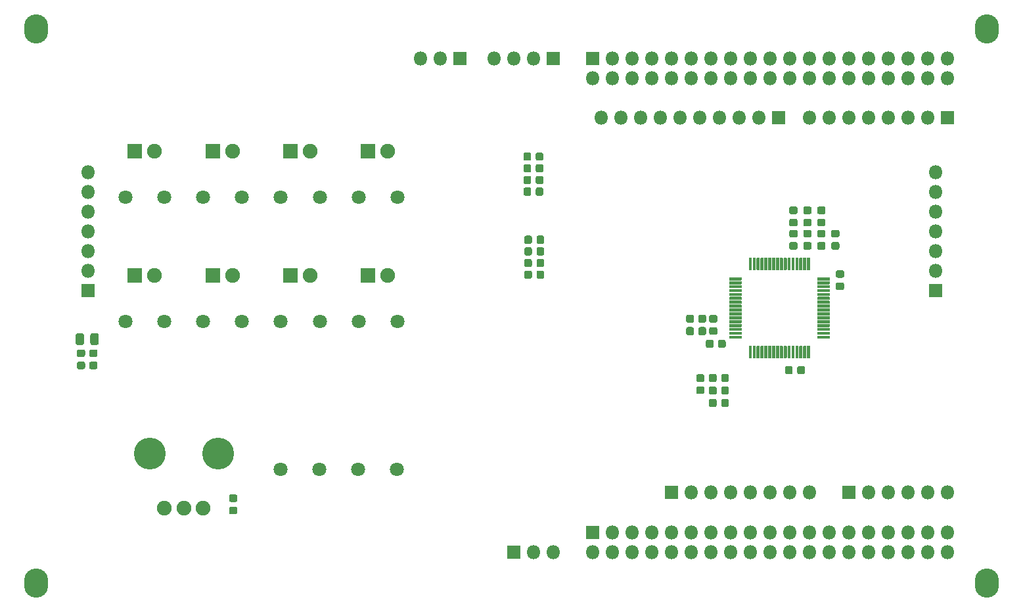
<source format=gts>
G04 #@! TF.GenerationSoftware,KiCad,Pcbnew,(5.1.5)-3*
G04 #@! TF.CreationDate,2020-01-10T16:41:32+09:00*
G04 #@! TF.ProjectId,NTS-1_CustomPanel,4e54532d-315f-4437-9573-746f6d50616e,C*
G04 #@! TF.SameCoordinates,Original*
G04 #@! TF.FileFunction,Soldermask,Top*
G04 #@! TF.FilePolarity,Negative*
%FSLAX46Y46*%
G04 Gerber Fmt 4.6, Leading zero omitted, Abs format (unit mm)*
G04 Created by KiCad (PCBNEW (5.1.5)-3) date 2020-01-10 16:41:32*
%MOMM*%
%LPD*%
G04 APERTURE LIST*
%ADD10C,0.100000*%
%ADD11O,1.800000X1.800000*%
%ADD12R,1.800000X1.800000*%
%ADD13O,3.100000X3.750000*%
%ADD14C,1.800000*%
%ADD15C,1.900000*%
%ADD16C,4.100000*%
%ADD17R,1.900000X1.900000*%
G04 APERTURE END LIST*
D10*
X139943980Y-131999990D02*
G75*
G03X139943980Y-131999990I-444500J0D01*
G01*
X134943980Y-131999990D02*
G75*
G03X134943980Y-131999990I-444500J0D01*
G01*
X149943980Y-131999990D02*
G75*
G03X149943980Y-131999990I-444500J0D01*
G01*
X144943980Y-131999990D02*
G75*
G03X144943980Y-131999990I-444500J0D01*
G01*
X119994500Y-112950000D02*
G75*
G03X119994500Y-112950000I-444500J0D01*
G01*
X114994500Y-112950000D02*
G75*
G03X114994500Y-112950000I-444500J0D01*
G01*
X119994500Y-96950000D02*
G75*
G03X119994500Y-96950000I-444500J0D01*
G01*
X114994500Y-96950000D02*
G75*
G03X114994500Y-96950000I-444500J0D01*
G01*
X124994500Y-96950000D02*
G75*
G03X124994500Y-96950000I-444500J0D01*
G01*
X129994500Y-96950000D02*
G75*
G03X129994500Y-96950000I-444500J0D01*
G01*
X139994500Y-96950000D02*
G75*
G03X139994500Y-96950000I-444500J0D01*
G01*
X134994500Y-96950000D02*
G75*
G03X134994500Y-96950000I-444500J0D01*
G01*
X144994500Y-96950000D02*
G75*
G03X144994500Y-96950000I-444500J0D01*
G01*
X149994500Y-96950000D02*
G75*
G03X149994500Y-96950000I-444500J0D01*
G01*
X124994500Y-112950000D02*
G75*
G03X124994500Y-112950000I-444500J0D01*
G01*
X129994500Y-112950000D02*
G75*
G03X129994500Y-112950000I-444500J0D01*
G01*
X134994500Y-112950000D02*
G75*
G03X134994500Y-112950000I-444500J0D01*
G01*
X139994500Y-112950000D02*
G75*
G03X139994500Y-112950000I-444500J0D01*
G01*
X149994500Y-112950000D02*
G75*
G03X149994500Y-112950000I-444500J0D01*
G01*
X144994500Y-112950000D02*
G75*
G03X144994500Y-112950000I-444500J0D01*
G01*
G36*
X168255142Y-101876174D02*
G01*
X168278803Y-101879684D01*
X168302007Y-101885496D01*
X168324529Y-101893554D01*
X168346153Y-101903782D01*
X168366670Y-101916079D01*
X168385883Y-101930329D01*
X168403607Y-101946393D01*
X168419671Y-101964117D01*
X168433921Y-101983330D01*
X168446218Y-102003847D01*
X168456446Y-102025471D01*
X168464504Y-102047993D01*
X168470316Y-102071197D01*
X168473826Y-102094858D01*
X168475000Y-102118750D01*
X168475000Y-102681250D01*
X168473826Y-102705142D01*
X168470316Y-102728803D01*
X168464504Y-102752007D01*
X168456446Y-102774529D01*
X168446218Y-102796153D01*
X168433921Y-102816670D01*
X168419671Y-102835883D01*
X168403607Y-102853607D01*
X168385883Y-102869671D01*
X168366670Y-102883921D01*
X168346153Y-102896218D01*
X168324529Y-102906446D01*
X168302007Y-102914504D01*
X168278803Y-102920316D01*
X168255142Y-102923826D01*
X168231250Y-102925000D01*
X167743750Y-102925000D01*
X167719858Y-102923826D01*
X167696197Y-102920316D01*
X167672993Y-102914504D01*
X167650471Y-102906446D01*
X167628847Y-102896218D01*
X167608330Y-102883921D01*
X167589117Y-102869671D01*
X167571393Y-102853607D01*
X167555329Y-102835883D01*
X167541079Y-102816670D01*
X167528782Y-102796153D01*
X167518554Y-102774529D01*
X167510496Y-102752007D01*
X167504684Y-102728803D01*
X167501174Y-102705142D01*
X167500000Y-102681250D01*
X167500000Y-102118750D01*
X167501174Y-102094858D01*
X167504684Y-102071197D01*
X167510496Y-102047993D01*
X167518554Y-102025471D01*
X167528782Y-102003847D01*
X167541079Y-101983330D01*
X167555329Y-101964117D01*
X167571393Y-101946393D01*
X167589117Y-101930329D01*
X167608330Y-101916079D01*
X167628847Y-101903782D01*
X167650471Y-101893554D01*
X167672993Y-101885496D01*
X167696197Y-101879684D01*
X167719858Y-101876174D01*
X167743750Y-101875000D01*
X168231250Y-101875000D01*
X168255142Y-101876174D01*
G37*
G36*
X166680142Y-101876174D02*
G01*
X166703803Y-101879684D01*
X166727007Y-101885496D01*
X166749529Y-101893554D01*
X166771153Y-101903782D01*
X166791670Y-101916079D01*
X166810883Y-101930329D01*
X166828607Y-101946393D01*
X166844671Y-101964117D01*
X166858921Y-101983330D01*
X166871218Y-102003847D01*
X166881446Y-102025471D01*
X166889504Y-102047993D01*
X166895316Y-102071197D01*
X166898826Y-102094858D01*
X166900000Y-102118750D01*
X166900000Y-102681250D01*
X166898826Y-102705142D01*
X166895316Y-102728803D01*
X166889504Y-102752007D01*
X166881446Y-102774529D01*
X166871218Y-102796153D01*
X166858921Y-102816670D01*
X166844671Y-102835883D01*
X166828607Y-102853607D01*
X166810883Y-102869671D01*
X166791670Y-102883921D01*
X166771153Y-102896218D01*
X166749529Y-102906446D01*
X166727007Y-102914504D01*
X166703803Y-102920316D01*
X166680142Y-102923826D01*
X166656250Y-102925000D01*
X166168750Y-102925000D01*
X166144858Y-102923826D01*
X166121197Y-102920316D01*
X166097993Y-102914504D01*
X166075471Y-102906446D01*
X166053847Y-102896218D01*
X166033330Y-102883921D01*
X166014117Y-102869671D01*
X165996393Y-102853607D01*
X165980329Y-102835883D01*
X165966079Y-102816670D01*
X165953782Y-102796153D01*
X165943554Y-102774529D01*
X165935496Y-102752007D01*
X165929684Y-102728803D01*
X165926174Y-102705142D01*
X165925000Y-102681250D01*
X165925000Y-102118750D01*
X165926174Y-102094858D01*
X165929684Y-102071197D01*
X165935496Y-102047993D01*
X165943554Y-102025471D01*
X165953782Y-102003847D01*
X165966079Y-101983330D01*
X165980329Y-101964117D01*
X165996393Y-101946393D01*
X166014117Y-101930329D01*
X166033330Y-101916079D01*
X166053847Y-101903782D01*
X166075471Y-101893554D01*
X166097993Y-101885496D01*
X166121197Y-101879684D01*
X166144858Y-101876174D01*
X166168750Y-101875000D01*
X166656250Y-101875000D01*
X166680142Y-101876174D01*
G37*
G36*
X168255142Y-103376174D02*
G01*
X168278803Y-103379684D01*
X168302007Y-103385496D01*
X168324529Y-103393554D01*
X168346153Y-103403782D01*
X168366670Y-103416079D01*
X168385883Y-103430329D01*
X168403607Y-103446393D01*
X168419671Y-103464117D01*
X168433921Y-103483330D01*
X168446218Y-103503847D01*
X168456446Y-103525471D01*
X168464504Y-103547993D01*
X168470316Y-103571197D01*
X168473826Y-103594858D01*
X168475000Y-103618750D01*
X168475000Y-104181250D01*
X168473826Y-104205142D01*
X168470316Y-104228803D01*
X168464504Y-104252007D01*
X168456446Y-104274529D01*
X168446218Y-104296153D01*
X168433921Y-104316670D01*
X168419671Y-104335883D01*
X168403607Y-104353607D01*
X168385883Y-104369671D01*
X168366670Y-104383921D01*
X168346153Y-104396218D01*
X168324529Y-104406446D01*
X168302007Y-104414504D01*
X168278803Y-104420316D01*
X168255142Y-104423826D01*
X168231250Y-104425000D01*
X167743750Y-104425000D01*
X167719858Y-104423826D01*
X167696197Y-104420316D01*
X167672993Y-104414504D01*
X167650471Y-104406446D01*
X167628847Y-104396218D01*
X167608330Y-104383921D01*
X167589117Y-104369671D01*
X167571393Y-104353607D01*
X167555329Y-104335883D01*
X167541079Y-104316670D01*
X167528782Y-104296153D01*
X167518554Y-104274529D01*
X167510496Y-104252007D01*
X167504684Y-104228803D01*
X167501174Y-104205142D01*
X167500000Y-104181250D01*
X167500000Y-103618750D01*
X167501174Y-103594858D01*
X167504684Y-103571197D01*
X167510496Y-103547993D01*
X167518554Y-103525471D01*
X167528782Y-103503847D01*
X167541079Y-103483330D01*
X167555329Y-103464117D01*
X167571393Y-103446393D01*
X167589117Y-103430329D01*
X167608330Y-103416079D01*
X167628847Y-103403782D01*
X167650471Y-103393554D01*
X167672993Y-103385496D01*
X167696197Y-103379684D01*
X167719858Y-103376174D01*
X167743750Y-103375000D01*
X168231250Y-103375000D01*
X168255142Y-103376174D01*
G37*
G36*
X166680142Y-103376174D02*
G01*
X166703803Y-103379684D01*
X166727007Y-103385496D01*
X166749529Y-103393554D01*
X166771153Y-103403782D01*
X166791670Y-103416079D01*
X166810883Y-103430329D01*
X166828607Y-103446393D01*
X166844671Y-103464117D01*
X166858921Y-103483330D01*
X166871218Y-103503847D01*
X166881446Y-103525471D01*
X166889504Y-103547993D01*
X166895316Y-103571197D01*
X166898826Y-103594858D01*
X166900000Y-103618750D01*
X166900000Y-104181250D01*
X166898826Y-104205142D01*
X166895316Y-104228803D01*
X166889504Y-104252007D01*
X166881446Y-104274529D01*
X166871218Y-104296153D01*
X166858921Y-104316670D01*
X166844671Y-104335883D01*
X166828607Y-104353607D01*
X166810883Y-104369671D01*
X166791670Y-104383921D01*
X166771153Y-104396218D01*
X166749529Y-104406446D01*
X166727007Y-104414504D01*
X166703803Y-104420316D01*
X166680142Y-104423826D01*
X166656250Y-104425000D01*
X166168750Y-104425000D01*
X166144858Y-104423826D01*
X166121197Y-104420316D01*
X166097993Y-104414504D01*
X166075471Y-104406446D01*
X166053847Y-104396218D01*
X166033330Y-104383921D01*
X166014117Y-104369671D01*
X165996393Y-104353607D01*
X165980329Y-104335883D01*
X165966079Y-104316670D01*
X165953782Y-104296153D01*
X165943554Y-104274529D01*
X165935496Y-104252007D01*
X165929684Y-104228803D01*
X165926174Y-104205142D01*
X165925000Y-104181250D01*
X165925000Y-103618750D01*
X165926174Y-103594858D01*
X165929684Y-103571197D01*
X165935496Y-103547993D01*
X165943554Y-103525471D01*
X165953782Y-103503847D01*
X165966079Y-103483330D01*
X165980329Y-103464117D01*
X165996393Y-103446393D01*
X166014117Y-103430329D01*
X166033330Y-103416079D01*
X166053847Y-103403782D01*
X166075471Y-103393554D01*
X166097993Y-103385496D01*
X166121197Y-103379684D01*
X166144858Y-103376174D01*
X166168750Y-103375000D01*
X166656250Y-103375000D01*
X166680142Y-103376174D01*
G37*
G36*
X168255142Y-104876174D02*
G01*
X168278803Y-104879684D01*
X168302007Y-104885496D01*
X168324529Y-104893554D01*
X168346153Y-104903782D01*
X168366670Y-104916079D01*
X168385883Y-104930329D01*
X168403607Y-104946393D01*
X168419671Y-104964117D01*
X168433921Y-104983330D01*
X168446218Y-105003847D01*
X168456446Y-105025471D01*
X168464504Y-105047993D01*
X168470316Y-105071197D01*
X168473826Y-105094858D01*
X168475000Y-105118750D01*
X168475000Y-105681250D01*
X168473826Y-105705142D01*
X168470316Y-105728803D01*
X168464504Y-105752007D01*
X168456446Y-105774529D01*
X168446218Y-105796153D01*
X168433921Y-105816670D01*
X168419671Y-105835883D01*
X168403607Y-105853607D01*
X168385883Y-105869671D01*
X168366670Y-105883921D01*
X168346153Y-105896218D01*
X168324529Y-105906446D01*
X168302007Y-105914504D01*
X168278803Y-105920316D01*
X168255142Y-105923826D01*
X168231250Y-105925000D01*
X167743750Y-105925000D01*
X167719858Y-105923826D01*
X167696197Y-105920316D01*
X167672993Y-105914504D01*
X167650471Y-105906446D01*
X167628847Y-105896218D01*
X167608330Y-105883921D01*
X167589117Y-105869671D01*
X167571393Y-105853607D01*
X167555329Y-105835883D01*
X167541079Y-105816670D01*
X167528782Y-105796153D01*
X167518554Y-105774529D01*
X167510496Y-105752007D01*
X167504684Y-105728803D01*
X167501174Y-105705142D01*
X167500000Y-105681250D01*
X167500000Y-105118750D01*
X167501174Y-105094858D01*
X167504684Y-105071197D01*
X167510496Y-105047993D01*
X167518554Y-105025471D01*
X167528782Y-105003847D01*
X167541079Y-104983330D01*
X167555329Y-104964117D01*
X167571393Y-104946393D01*
X167589117Y-104930329D01*
X167608330Y-104916079D01*
X167628847Y-104903782D01*
X167650471Y-104893554D01*
X167672993Y-104885496D01*
X167696197Y-104879684D01*
X167719858Y-104876174D01*
X167743750Y-104875000D01*
X168231250Y-104875000D01*
X168255142Y-104876174D01*
G37*
G36*
X166680142Y-104876174D02*
G01*
X166703803Y-104879684D01*
X166727007Y-104885496D01*
X166749529Y-104893554D01*
X166771153Y-104903782D01*
X166791670Y-104916079D01*
X166810883Y-104930329D01*
X166828607Y-104946393D01*
X166844671Y-104964117D01*
X166858921Y-104983330D01*
X166871218Y-105003847D01*
X166881446Y-105025471D01*
X166889504Y-105047993D01*
X166895316Y-105071197D01*
X166898826Y-105094858D01*
X166900000Y-105118750D01*
X166900000Y-105681250D01*
X166898826Y-105705142D01*
X166895316Y-105728803D01*
X166889504Y-105752007D01*
X166881446Y-105774529D01*
X166871218Y-105796153D01*
X166858921Y-105816670D01*
X166844671Y-105835883D01*
X166828607Y-105853607D01*
X166810883Y-105869671D01*
X166791670Y-105883921D01*
X166771153Y-105896218D01*
X166749529Y-105906446D01*
X166727007Y-105914504D01*
X166703803Y-105920316D01*
X166680142Y-105923826D01*
X166656250Y-105925000D01*
X166168750Y-105925000D01*
X166144858Y-105923826D01*
X166121197Y-105920316D01*
X166097993Y-105914504D01*
X166075471Y-105906446D01*
X166053847Y-105896218D01*
X166033330Y-105883921D01*
X166014117Y-105869671D01*
X165996393Y-105853607D01*
X165980329Y-105835883D01*
X165966079Y-105816670D01*
X165953782Y-105796153D01*
X165943554Y-105774529D01*
X165935496Y-105752007D01*
X165929684Y-105728803D01*
X165926174Y-105705142D01*
X165925000Y-105681250D01*
X165925000Y-105118750D01*
X165926174Y-105094858D01*
X165929684Y-105071197D01*
X165935496Y-105047993D01*
X165943554Y-105025471D01*
X165953782Y-105003847D01*
X165966079Y-104983330D01*
X165980329Y-104964117D01*
X165996393Y-104946393D01*
X166014117Y-104930329D01*
X166033330Y-104916079D01*
X166053847Y-104903782D01*
X166075471Y-104893554D01*
X166097993Y-104885496D01*
X166121197Y-104879684D01*
X166144858Y-104876174D01*
X166168750Y-104875000D01*
X166656250Y-104875000D01*
X166680142Y-104876174D01*
G37*
G36*
X168255142Y-106376174D02*
G01*
X168278803Y-106379684D01*
X168302007Y-106385496D01*
X168324529Y-106393554D01*
X168346153Y-106403782D01*
X168366670Y-106416079D01*
X168385883Y-106430329D01*
X168403607Y-106446393D01*
X168419671Y-106464117D01*
X168433921Y-106483330D01*
X168446218Y-106503847D01*
X168456446Y-106525471D01*
X168464504Y-106547993D01*
X168470316Y-106571197D01*
X168473826Y-106594858D01*
X168475000Y-106618750D01*
X168475000Y-107181250D01*
X168473826Y-107205142D01*
X168470316Y-107228803D01*
X168464504Y-107252007D01*
X168456446Y-107274529D01*
X168446218Y-107296153D01*
X168433921Y-107316670D01*
X168419671Y-107335883D01*
X168403607Y-107353607D01*
X168385883Y-107369671D01*
X168366670Y-107383921D01*
X168346153Y-107396218D01*
X168324529Y-107406446D01*
X168302007Y-107414504D01*
X168278803Y-107420316D01*
X168255142Y-107423826D01*
X168231250Y-107425000D01*
X167743750Y-107425000D01*
X167719858Y-107423826D01*
X167696197Y-107420316D01*
X167672993Y-107414504D01*
X167650471Y-107406446D01*
X167628847Y-107396218D01*
X167608330Y-107383921D01*
X167589117Y-107369671D01*
X167571393Y-107353607D01*
X167555329Y-107335883D01*
X167541079Y-107316670D01*
X167528782Y-107296153D01*
X167518554Y-107274529D01*
X167510496Y-107252007D01*
X167504684Y-107228803D01*
X167501174Y-107205142D01*
X167500000Y-107181250D01*
X167500000Y-106618750D01*
X167501174Y-106594858D01*
X167504684Y-106571197D01*
X167510496Y-106547993D01*
X167518554Y-106525471D01*
X167528782Y-106503847D01*
X167541079Y-106483330D01*
X167555329Y-106464117D01*
X167571393Y-106446393D01*
X167589117Y-106430329D01*
X167608330Y-106416079D01*
X167628847Y-106403782D01*
X167650471Y-106393554D01*
X167672993Y-106385496D01*
X167696197Y-106379684D01*
X167719858Y-106376174D01*
X167743750Y-106375000D01*
X168231250Y-106375000D01*
X168255142Y-106376174D01*
G37*
G36*
X166680142Y-106376174D02*
G01*
X166703803Y-106379684D01*
X166727007Y-106385496D01*
X166749529Y-106393554D01*
X166771153Y-106403782D01*
X166791670Y-106416079D01*
X166810883Y-106430329D01*
X166828607Y-106446393D01*
X166844671Y-106464117D01*
X166858921Y-106483330D01*
X166871218Y-106503847D01*
X166881446Y-106525471D01*
X166889504Y-106547993D01*
X166895316Y-106571197D01*
X166898826Y-106594858D01*
X166900000Y-106618750D01*
X166900000Y-107181250D01*
X166898826Y-107205142D01*
X166895316Y-107228803D01*
X166889504Y-107252007D01*
X166881446Y-107274529D01*
X166871218Y-107296153D01*
X166858921Y-107316670D01*
X166844671Y-107335883D01*
X166828607Y-107353607D01*
X166810883Y-107369671D01*
X166791670Y-107383921D01*
X166771153Y-107396218D01*
X166749529Y-107406446D01*
X166727007Y-107414504D01*
X166703803Y-107420316D01*
X166680142Y-107423826D01*
X166656250Y-107425000D01*
X166168750Y-107425000D01*
X166144858Y-107423826D01*
X166121197Y-107420316D01*
X166097993Y-107414504D01*
X166075471Y-107406446D01*
X166053847Y-107396218D01*
X166033330Y-107383921D01*
X166014117Y-107369671D01*
X165996393Y-107353607D01*
X165980329Y-107335883D01*
X165966079Y-107316670D01*
X165953782Y-107296153D01*
X165943554Y-107274529D01*
X165935496Y-107252007D01*
X165929684Y-107228803D01*
X165926174Y-107205142D01*
X165925000Y-107181250D01*
X165925000Y-106618750D01*
X165926174Y-106594858D01*
X165929684Y-106571197D01*
X165935496Y-106547993D01*
X165943554Y-106525471D01*
X165953782Y-106503847D01*
X165966079Y-106483330D01*
X165980329Y-106464117D01*
X165996393Y-106446393D01*
X166014117Y-106430329D01*
X166033330Y-106416079D01*
X166053847Y-106403782D01*
X166075471Y-106393554D01*
X166097993Y-106385496D01*
X166121197Y-106379684D01*
X166144858Y-106376174D01*
X166168750Y-106375000D01*
X166656250Y-106375000D01*
X166680142Y-106376174D01*
G37*
G36*
X168155142Y-91176174D02*
G01*
X168178803Y-91179684D01*
X168202007Y-91185496D01*
X168224529Y-91193554D01*
X168246153Y-91203782D01*
X168266670Y-91216079D01*
X168285883Y-91230329D01*
X168303607Y-91246393D01*
X168319671Y-91264117D01*
X168333921Y-91283330D01*
X168346218Y-91303847D01*
X168356446Y-91325471D01*
X168364504Y-91347993D01*
X168370316Y-91371197D01*
X168373826Y-91394858D01*
X168375000Y-91418750D01*
X168375000Y-91981250D01*
X168373826Y-92005142D01*
X168370316Y-92028803D01*
X168364504Y-92052007D01*
X168356446Y-92074529D01*
X168346218Y-92096153D01*
X168333921Y-92116670D01*
X168319671Y-92135883D01*
X168303607Y-92153607D01*
X168285883Y-92169671D01*
X168266670Y-92183921D01*
X168246153Y-92196218D01*
X168224529Y-92206446D01*
X168202007Y-92214504D01*
X168178803Y-92220316D01*
X168155142Y-92223826D01*
X168131250Y-92225000D01*
X167643750Y-92225000D01*
X167619858Y-92223826D01*
X167596197Y-92220316D01*
X167572993Y-92214504D01*
X167550471Y-92206446D01*
X167528847Y-92196218D01*
X167508330Y-92183921D01*
X167489117Y-92169671D01*
X167471393Y-92153607D01*
X167455329Y-92135883D01*
X167441079Y-92116670D01*
X167428782Y-92096153D01*
X167418554Y-92074529D01*
X167410496Y-92052007D01*
X167404684Y-92028803D01*
X167401174Y-92005142D01*
X167400000Y-91981250D01*
X167400000Y-91418750D01*
X167401174Y-91394858D01*
X167404684Y-91371197D01*
X167410496Y-91347993D01*
X167418554Y-91325471D01*
X167428782Y-91303847D01*
X167441079Y-91283330D01*
X167455329Y-91264117D01*
X167471393Y-91246393D01*
X167489117Y-91230329D01*
X167508330Y-91216079D01*
X167528847Y-91203782D01*
X167550471Y-91193554D01*
X167572993Y-91185496D01*
X167596197Y-91179684D01*
X167619858Y-91176174D01*
X167643750Y-91175000D01*
X168131250Y-91175000D01*
X168155142Y-91176174D01*
G37*
G36*
X166580142Y-91176174D02*
G01*
X166603803Y-91179684D01*
X166627007Y-91185496D01*
X166649529Y-91193554D01*
X166671153Y-91203782D01*
X166691670Y-91216079D01*
X166710883Y-91230329D01*
X166728607Y-91246393D01*
X166744671Y-91264117D01*
X166758921Y-91283330D01*
X166771218Y-91303847D01*
X166781446Y-91325471D01*
X166789504Y-91347993D01*
X166795316Y-91371197D01*
X166798826Y-91394858D01*
X166800000Y-91418750D01*
X166800000Y-91981250D01*
X166798826Y-92005142D01*
X166795316Y-92028803D01*
X166789504Y-92052007D01*
X166781446Y-92074529D01*
X166771218Y-92096153D01*
X166758921Y-92116670D01*
X166744671Y-92135883D01*
X166728607Y-92153607D01*
X166710883Y-92169671D01*
X166691670Y-92183921D01*
X166671153Y-92196218D01*
X166649529Y-92206446D01*
X166627007Y-92214504D01*
X166603803Y-92220316D01*
X166580142Y-92223826D01*
X166556250Y-92225000D01*
X166068750Y-92225000D01*
X166044858Y-92223826D01*
X166021197Y-92220316D01*
X165997993Y-92214504D01*
X165975471Y-92206446D01*
X165953847Y-92196218D01*
X165933330Y-92183921D01*
X165914117Y-92169671D01*
X165896393Y-92153607D01*
X165880329Y-92135883D01*
X165866079Y-92116670D01*
X165853782Y-92096153D01*
X165843554Y-92074529D01*
X165835496Y-92052007D01*
X165829684Y-92028803D01*
X165826174Y-92005142D01*
X165825000Y-91981250D01*
X165825000Y-91418750D01*
X165826174Y-91394858D01*
X165829684Y-91371197D01*
X165835496Y-91347993D01*
X165843554Y-91325471D01*
X165853782Y-91303847D01*
X165866079Y-91283330D01*
X165880329Y-91264117D01*
X165896393Y-91246393D01*
X165914117Y-91230329D01*
X165933330Y-91216079D01*
X165953847Y-91203782D01*
X165975471Y-91193554D01*
X165997993Y-91185496D01*
X166021197Y-91179684D01*
X166044858Y-91176174D01*
X166068750Y-91175000D01*
X166556250Y-91175000D01*
X166580142Y-91176174D01*
G37*
G36*
X168155142Y-92676174D02*
G01*
X168178803Y-92679684D01*
X168202007Y-92685496D01*
X168224529Y-92693554D01*
X168246153Y-92703782D01*
X168266670Y-92716079D01*
X168285883Y-92730329D01*
X168303607Y-92746393D01*
X168319671Y-92764117D01*
X168333921Y-92783330D01*
X168346218Y-92803847D01*
X168356446Y-92825471D01*
X168364504Y-92847993D01*
X168370316Y-92871197D01*
X168373826Y-92894858D01*
X168375000Y-92918750D01*
X168375000Y-93481250D01*
X168373826Y-93505142D01*
X168370316Y-93528803D01*
X168364504Y-93552007D01*
X168356446Y-93574529D01*
X168346218Y-93596153D01*
X168333921Y-93616670D01*
X168319671Y-93635883D01*
X168303607Y-93653607D01*
X168285883Y-93669671D01*
X168266670Y-93683921D01*
X168246153Y-93696218D01*
X168224529Y-93706446D01*
X168202007Y-93714504D01*
X168178803Y-93720316D01*
X168155142Y-93723826D01*
X168131250Y-93725000D01*
X167643750Y-93725000D01*
X167619858Y-93723826D01*
X167596197Y-93720316D01*
X167572993Y-93714504D01*
X167550471Y-93706446D01*
X167528847Y-93696218D01*
X167508330Y-93683921D01*
X167489117Y-93669671D01*
X167471393Y-93653607D01*
X167455329Y-93635883D01*
X167441079Y-93616670D01*
X167428782Y-93596153D01*
X167418554Y-93574529D01*
X167410496Y-93552007D01*
X167404684Y-93528803D01*
X167401174Y-93505142D01*
X167400000Y-93481250D01*
X167400000Y-92918750D01*
X167401174Y-92894858D01*
X167404684Y-92871197D01*
X167410496Y-92847993D01*
X167418554Y-92825471D01*
X167428782Y-92803847D01*
X167441079Y-92783330D01*
X167455329Y-92764117D01*
X167471393Y-92746393D01*
X167489117Y-92730329D01*
X167508330Y-92716079D01*
X167528847Y-92703782D01*
X167550471Y-92693554D01*
X167572993Y-92685496D01*
X167596197Y-92679684D01*
X167619858Y-92676174D01*
X167643750Y-92675000D01*
X168131250Y-92675000D01*
X168155142Y-92676174D01*
G37*
G36*
X166580142Y-92676174D02*
G01*
X166603803Y-92679684D01*
X166627007Y-92685496D01*
X166649529Y-92693554D01*
X166671153Y-92703782D01*
X166691670Y-92716079D01*
X166710883Y-92730329D01*
X166728607Y-92746393D01*
X166744671Y-92764117D01*
X166758921Y-92783330D01*
X166771218Y-92803847D01*
X166781446Y-92825471D01*
X166789504Y-92847993D01*
X166795316Y-92871197D01*
X166798826Y-92894858D01*
X166800000Y-92918750D01*
X166800000Y-93481250D01*
X166798826Y-93505142D01*
X166795316Y-93528803D01*
X166789504Y-93552007D01*
X166781446Y-93574529D01*
X166771218Y-93596153D01*
X166758921Y-93616670D01*
X166744671Y-93635883D01*
X166728607Y-93653607D01*
X166710883Y-93669671D01*
X166691670Y-93683921D01*
X166671153Y-93696218D01*
X166649529Y-93706446D01*
X166627007Y-93714504D01*
X166603803Y-93720316D01*
X166580142Y-93723826D01*
X166556250Y-93725000D01*
X166068750Y-93725000D01*
X166044858Y-93723826D01*
X166021197Y-93720316D01*
X165997993Y-93714504D01*
X165975471Y-93706446D01*
X165953847Y-93696218D01*
X165933330Y-93683921D01*
X165914117Y-93669671D01*
X165896393Y-93653607D01*
X165880329Y-93635883D01*
X165866079Y-93616670D01*
X165853782Y-93596153D01*
X165843554Y-93574529D01*
X165835496Y-93552007D01*
X165829684Y-93528803D01*
X165826174Y-93505142D01*
X165825000Y-93481250D01*
X165825000Y-92918750D01*
X165826174Y-92894858D01*
X165829684Y-92871197D01*
X165835496Y-92847993D01*
X165843554Y-92825471D01*
X165853782Y-92803847D01*
X165866079Y-92783330D01*
X165880329Y-92764117D01*
X165896393Y-92746393D01*
X165914117Y-92730329D01*
X165933330Y-92716079D01*
X165953847Y-92703782D01*
X165975471Y-92693554D01*
X165997993Y-92685496D01*
X166021197Y-92679684D01*
X166044858Y-92676174D01*
X166068750Y-92675000D01*
X166556250Y-92675000D01*
X166580142Y-92676174D01*
G37*
G36*
X168155142Y-94176174D02*
G01*
X168178803Y-94179684D01*
X168202007Y-94185496D01*
X168224529Y-94193554D01*
X168246153Y-94203782D01*
X168266670Y-94216079D01*
X168285883Y-94230329D01*
X168303607Y-94246393D01*
X168319671Y-94264117D01*
X168333921Y-94283330D01*
X168346218Y-94303847D01*
X168356446Y-94325471D01*
X168364504Y-94347993D01*
X168370316Y-94371197D01*
X168373826Y-94394858D01*
X168375000Y-94418750D01*
X168375000Y-94981250D01*
X168373826Y-95005142D01*
X168370316Y-95028803D01*
X168364504Y-95052007D01*
X168356446Y-95074529D01*
X168346218Y-95096153D01*
X168333921Y-95116670D01*
X168319671Y-95135883D01*
X168303607Y-95153607D01*
X168285883Y-95169671D01*
X168266670Y-95183921D01*
X168246153Y-95196218D01*
X168224529Y-95206446D01*
X168202007Y-95214504D01*
X168178803Y-95220316D01*
X168155142Y-95223826D01*
X168131250Y-95225000D01*
X167643750Y-95225000D01*
X167619858Y-95223826D01*
X167596197Y-95220316D01*
X167572993Y-95214504D01*
X167550471Y-95206446D01*
X167528847Y-95196218D01*
X167508330Y-95183921D01*
X167489117Y-95169671D01*
X167471393Y-95153607D01*
X167455329Y-95135883D01*
X167441079Y-95116670D01*
X167428782Y-95096153D01*
X167418554Y-95074529D01*
X167410496Y-95052007D01*
X167404684Y-95028803D01*
X167401174Y-95005142D01*
X167400000Y-94981250D01*
X167400000Y-94418750D01*
X167401174Y-94394858D01*
X167404684Y-94371197D01*
X167410496Y-94347993D01*
X167418554Y-94325471D01*
X167428782Y-94303847D01*
X167441079Y-94283330D01*
X167455329Y-94264117D01*
X167471393Y-94246393D01*
X167489117Y-94230329D01*
X167508330Y-94216079D01*
X167528847Y-94203782D01*
X167550471Y-94193554D01*
X167572993Y-94185496D01*
X167596197Y-94179684D01*
X167619858Y-94176174D01*
X167643750Y-94175000D01*
X168131250Y-94175000D01*
X168155142Y-94176174D01*
G37*
G36*
X166580142Y-94176174D02*
G01*
X166603803Y-94179684D01*
X166627007Y-94185496D01*
X166649529Y-94193554D01*
X166671153Y-94203782D01*
X166691670Y-94216079D01*
X166710883Y-94230329D01*
X166728607Y-94246393D01*
X166744671Y-94264117D01*
X166758921Y-94283330D01*
X166771218Y-94303847D01*
X166781446Y-94325471D01*
X166789504Y-94347993D01*
X166795316Y-94371197D01*
X166798826Y-94394858D01*
X166800000Y-94418750D01*
X166800000Y-94981250D01*
X166798826Y-95005142D01*
X166795316Y-95028803D01*
X166789504Y-95052007D01*
X166781446Y-95074529D01*
X166771218Y-95096153D01*
X166758921Y-95116670D01*
X166744671Y-95135883D01*
X166728607Y-95153607D01*
X166710883Y-95169671D01*
X166691670Y-95183921D01*
X166671153Y-95196218D01*
X166649529Y-95206446D01*
X166627007Y-95214504D01*
X166603803Y-95220316D01*
X166580142Y-95223826D01*
X166556250Y-95225000D01*
X166068750Y-95225000D01*
X166044858Y-95223826D01*
X166021197Y-95220316D01*
X165997993Y-95214504D01*
X165975471Y-95206446D01*
X165953847Y-95196218D01*
X165933330Y-95183921D01*
X165914117Y-95169671D01*
X165896393Y-95153607D01*
X165880329Y-95135883D01*
X165866079Y-95116670D01*
X165853782Y-95096153D01*
X165843554Y-95074529D01*
X165835496Y-95052007D01*
X165829684Y-95028803D01*
X165826174Y-95005142D01*
X165825000Y-94981250D01*
X165825000Y-94418750D01*
X165826174Y-94394858D01*
X165829684Y-94371197D01*
X165835496Y-94347993D01*
X165843554Y-94325471D01*
X165853782Y-94303847D01*
X165866079Y-94283330D01*
X165880329Y-94264117D01*
X165896393Y-94246393D01*
X165914117Y-94230329D01*
X165933330Y-94216079D01*
X165953847Y-94203782D01*
X165975471Y-94193554D01*
X165997993Y-94185496D01*
X166021197Y-94179684D01*
X166044858Y-94176174D01*
X166068750Y-94175000D01*
X166556250Y-94175000D01*
X166580142Y-94176174D01*
G37*
G36*
X168155142Y-95676174D02*
G01*
X168178803Y-95679684D01*
X168202007Y-95685496D01*
X168224529Y-95693554D01*
X168246153Y-95703782D01*
X168266670Y-95716079D01*
X168285883Y-95730329D01*
X168303607Y-95746393D01*
X168319671Y-95764117D01*
X168333921Y-95783330D01*
X168346218Y-95803847D01*
X168356446Y-95825471D01*
X168364504Y-95847993D01*
X168370316Y-95871197D01*
X168373826Y-95894858D01*
X168375000Y-95918750D01*
X168375000Y-96481250D01*
X168373826Y-96505142D01*
X168370316Y-96528803D01*
X168364504Y-96552007D01*
X168356446Y-96574529D01*
X168346218Y-96596153D01*
X168333921Y-96616670D01*
X168319671Y-96635883D01*
X168303607Y-96653607D01*
X168285883Y-96669671D01*
X168266670Y-96683921D01*
X168246153Y-96696218D01*
X168224529Y-96706446D01*
X168202007Y-96714504D01*
X168178803Y-96720316D01*
X168155142Y-96723826D01*
X168131250Y-96725000D01*
X167643750Y-96725000D01*
X167619858Y-96723826D01*
X167596197Y-96720316D01*
X167572993Y-96714504D01*
X167550471Y-96706446D01*
X167528847Y-96696218D01*
X167508330Y-96683921D01*
X167489117Y-96669671D01*
X167471393Y-96653607D01*
X167455329Y-96635883D01*
X167441079Y-96616670D01*
X167428782Y-96596153D01*
X167418554Y-96574529D01*
X167410496Y-96552007D01*
X167404684Y-96528803D01*
X167401174Y-96505142D01*
X167400000Y-96481250D01*
X167400000Y-95918750D01*
X167401174Y-95894858D01*
X167404684Y-95871197D01*
X167410496Y-95847993D01*
X167418554Y-95825471D01*
X167428782Y-95803847D01*
X167441079Y-95783330D01*
X167455329Y-95764117D01*
X167471393Y-95746393D01*
X167489117Y-95730329D01*
X167508330Y-95716079D01*
X167528847Y-95703782D01*
X167550471Y-95693554D01*
X167572993Y-95685496D01*
X167596197Y-95679684D01*
X167619858Y-95676174D01*
X167643750Y-95675000D01*
X168131250Y-95675000D01*
X168155142Y-95676174D01*
G37*
G36*
X166580142Y-95676174D02*
G01*
X166603803Y-95679684D01*
X166627007Y-95685496D01*
X166649529Y-95693554D01*
X166671153Y-95703782D01*
X166691670Y-95716079D01*
X166710883Y-95730329D01*
X166728607Y-95746393D01*
X166744671Y-95764117D01*
X166758921Y-95783330D01*
X166771218Y-95803847D01*
X166781446Y-95825471D01*
X166789504Y-95847993D01*
X166795316Y-95871197D01*
X166798826Y-95894858D01*
X166800000Y-95918750D01*
X166800000Y-96481250D01*
X166798826Y-96505142D01*
X166795316Y-96528803D01*
X166789504Y-96552007D01*
X166781446Y-96574529D01*
X166771218Y-96596153D01*
X166758921Y-96616670D01*
X166744671Y-96635883D01*
X166728607Y-96653607D01*
X166710883Y-96669671D01*
X166691670Y-96683921D01*
X166671153Y-96696218D01*
X166649529Y-96706446D01*
X166627007Y-96714504D01*
X166603803Y-96720316D01*
X166580142Y-96723826D01*
X166556250Y-96725000D01*
X166068750Y-96725000D01*
X166044858Y-96723826D01*
X166021197Y-96720316D01*
X165997993Y-96714504D01*
X165975471Y-96706446D01*
X165953847Y-96696218D01*
X165933330Y-96683921D01*
X165914117Y-96669671D01*
X165896393Y-96653607D01*
X165880329Y-96635883D01*
X165866079Y-96616670D01*
X165853782Y-96596153D01*
X165843554Y-96574529D01*
X165835496Y-96552007D01*
X165829684Y-96528803D01*
X165826174Y-96505142D01*
X165825000Y-96481250D01*
X165825000Y-95918750D01*
X165826174Y-95894858D01*
X165829684Y-95871197D01*
X165835496Y-95847993D01*
X165843554Y-95825471D01*
X165853782Y-95803847D01*
X165866079Y-95783330D01*
X165880329Y-95764117D01*
X165896393Y-95746393D01*
X165914117Y-95730329D01*
X165933330Y-95716079D01*
X165953847Y-95703782D01*
X165975471Y-95693554D01*
X165997993Y-95685496D01*
X166021197Y-95679684D01*
X166044858Y-95676174D01*
X166068750Y-95675000D01*
X166556250Y-95675000D01*
X166580142Y-95676174D01*
G37*
D11*
X220450000Y-134950000D03*
X217910000Y-134950000D03*
X215370000Y-134950000D03*
X212830000Y-134950000D03*
X210290000Y-134950000D03*
D12*
X207750000Y-134950000D03*
D11*
X169660000Y-142620000D03*
X167120000Y-142620000D03*
D12*
X164580000Y-142620000D03*
D11*
X162020000Y-79080000D03*
X164560000Y-79080000D03*
X167100000Y-79080000D03*
D12*
X169640000Y-79080000D03*
D13*
X225550000Y-146596000D03*
X103050000Y-75246000D03*
X225550000Y-75246000D03*
X103050000Y-146596000D03*
D14*
X134499480Y-131999990D03*
X139499480Y-131999990D03*
X144499480Y-131999990D03*
X149499480Y-131999990D03*
D11*
X220440000Y-81620000D03*
X220440000Y-79080000D03*
X217900000Y-81620000D03*
X217900000Y-79080000D03*
X215360000Y-81620000D03*
X215360000Y-79080000D03*
X212820000Y-81620000D03*
X212820000Y-79080000D03*
X210280000Y-81620000D03*
X210280000Y-79080000D03*
X207740000Y-81620000D03*
X207740000Y-79080000D03*
X205200000Y-81620000D03*
X205200000Y-79080000D03*
X202660000Y-81620000D03*
X202660000Y-79080000D03*
X200120000Y-81620000D03*
X200120000Y-79080000D03*
X197580000Y-81620000D03*
X197580000Y-79080000D03*
X195040000Y-81620000D03*
X195040000Y-79080000D03*
X192500000Y-81620000D03*
X192500000Y-79080000D03*
X189960000Y-81620000D03*
X189960000Y-79080000D03*
X187420000Y-81620000D03*
X187420000Y-79080000D03*
X184880000Y-81620000D03*
X184880000Y-79080000D03*
X182340000Y-81620000D03*
X182340000Y-79080000D03*
X179800000Y-81620000D03*
X179800000Y-79080000D03*
X177260000Y-81620000D03*
X177260000Y-79080000D03*
X174720000Y-81620000D03*
D12*
X174720000Y-79080000D03*
D14*
X114550000Y-112950000D03*
X119550000Y-112950000D03*
D10*
G36*
X108957072Y-114451274D02*
G01*
X108983161Y-114455144D01*
X109008744Y-114461552D01*
X109033576Y-114470437D01*
X109057418Y-114481714D01*
X109080040Y-114495273D01*
X109101223Y-114510983D01*
X109120765Y-114528695D01*
X109138477Y-114548237D01*
X109154187Y-114569420D01*
X109167746Y-114592042D01*
X109179023Y-114615884D01*
X109187908Y-114640716D01*
X109194316Y-114666299D01*
X109198186Y-114692388D01*
X109199480Y-114718730D01*
X109199480Y-115681230D01*
X109198186Y-115707572D01*
X109194316Y-115733661D01*
X109187908Y-115759244D01*
X109179023Y-115784076D01*
X109167746Y-115807918D01*
X109154187Y-115830540D01*
X109138477Y-115851723D01*
X109120765Y-115871265D01*
X109101223Y-115888977D01*
X109080040Y-115904687D01*
X109057418Y-115918246D01*
X109033576Y-115929523D01*
X109008744Y-115938408D01*
X108983161Y-115944816D01*
X108957072Y-115948686D01*
X108930730Y-115949980D01*
X108393230Y-115949980D01*
X108366888Y-115948686D01*
X108340799Y-115944816D01*
X108315216Y-115938408D01*
X108290384Y-115929523D01*
X108266542Y-115918246D01*
X108243920Y-115904687D01*
X108222737Y-115888977D01*
X108203195Y-115871265D01*
X108185483Y-115851723D01*
X108169773Y-115830540D01*
X108156214Y-115807918D01*
X108144937Y-115784076D01*
X108136052Y-115759244D01*
X108129644Y-115733661D01*
X108125774Y-115707572D01*
X108124480Y-115681230D01*
X108124480Y-114718730D01*
X108125774Y-114692388D01*
X108129644Y-114666299D01*
X108136052Y-114640716D01*
X108144937Y-114615884D01*
X108156214Y-114592042D01*
X108169773Y-114569420D01*
X108185483Y-114548237D01*
X108203195Y-114528695D01*
X108222737Y-114510983D01*
X108243920Y-114495273D01*
X108266542Y-114481714D01*
X108290384Y-114470437D01*
X108315216Y-114461552D01*
X108340799Y-114455144D01*
X108366888Y-114451274D01*
X108393230Y-114449980D01*
X108930730Y-114449980D01*
X108957072Y-114451274D01*
G37*
G36*
X110832072Y-114451274D02*
G01*
X110858161Y-114455144D01*
X110883744Y-114461552D01*
X110908576Y-114470437D01*
X110932418Y-114481714D01*
X110955040Y-114495273D01*
X110976223Y-114510983D01*
X110995765Y-114528695D01*
X111013477Y-114548237D01*
X111029187Y-114569420D01*
X111042746Y-114592042D01*
X111054023Y-114615884D01*
X111062908Y-114640716D01*
X111069316Y-114666299D01*
X111073186Y-114692388D01*
X111074480Y-114718730D01*
X111074480Y-115681230D01*
X111073186Y-115707572D01*
X111069316Y-115733661D01*
X111062908Y-115759244D01*
X111054023Y-115784076D01*
X111042746Y-115807918D01*
X111029187Y-115830540D01*
X111013477Y-115851723D01*
X110995765Y-115871265D01*
X110976223Y-115888977D01*
X110955040Y-115904687D01*
X110932418Y-115918246D01*
X110908576Y-115929523D01*
X110883744Y-115938408D01*
X110858161Y-115944816D01*
X110832072Y-115948686D01*
X110805730Y-115949980D01*
X110268230Y-115949980D01*
X110241888Y-115948686D01*
X110215799Y-115944816D01*
X110190216Y-115938408D01*
X110165384Y-115929523D01*
X110141542Y-115918246D01*
X110118920Y-115904687D01*
X110097737Y-115888977D01*
X110078195Y-115871265D01*
X110060483Y-115851723D01*
X110044773Y-115830540D01*
X110031214Y-115807918D01*
X110019937Y-115784076D01*
X110011052Y-115759244D01*
X110004644Y-115733661D01*
X110000774Y-115707572D01*
X109999480Y-115681230D01*
X109999480Y-114718730D01*
X110000774Y-114692388D01*
X110004644Y-114666299D01*
X110011052Y-114640716D01*
X110019937Y-114615884D01*
X110031214Y-114592042D01*
X110044773Y-114569420D01*
X110060483Y-114548237D01*
X110078195Y-114528695D01*
X110097737Y-114510983D01*
X110118920Y-114495273D01*
X110141542Y-114481714D01*
X110165384Y-114470437D01*
X110190216Y-114461552D01*
X110215799Y-114455144D01*
X110241888Y-114451274D01*
X110268230Y-114449980D01*
X110805730Y-114449980D01*
X110832072Y-114451274D01*
G37*
G36*
X109104622Y-116526154D02*
G01*
X109128283Y-116529664D01*
X109151487Y-116535476D01*
X109174009Y-116543534D01*
X109195633Y-116553762D01*
X109216150Y-116566059D01*
X109235363Y-116580309D01*
X109253087Y-116596373D01*
X109269151Y-116614097D01*
X109283401Y-116633310D01*
X109295698Y-116653827D01*
X109305926Y-116675451D01*
X109313984Y-116697973D01*
X109319796Y-116721177D01*
X109323306Y-116744838D01*
X109324480Y-116768730D01*
X109324480Y-117256230D01*
X109323306Y-117280122D01*
X109319796Y-117303783D01*
X109313984Y-117326987D01*
X109305926Y-117349509D01*
X109295698Y-117371133D01*
X109283401Y-117391650D01*
X109269151Y-117410863D01*
X109253087Y-117428587D01*
X109235363Y-117444651D01*
X109216150Y-117458901D01*
X109195633Y-117471198D01*
X109174009Y-117481426D01*
X109151487Y-117489484D01*
X109128283Y-117495296D01*
X109104622Y-117498806D01*
X109080730Y-117499980D01*
X108518230Y-117499980D01*
X108494338Y-117498806D01*
X108470677Y-117495296D01*
X108447473Y-117489484D01*
X108424951Y-117481426D01*
X108403327Y-117471198D01*
X108382810Y-117458901D01*
X108363597Y-117444651D01*
X108345873Y-117428587D01*
X108329809Y-117410863D01*
X108315559Y-117391650D01*
X108303262Y-117371133D01*
X108293034Y-117349509D01*
X108284976Y-117326987D01*
X108279164Y-117303783D01*
X108275654Y-117280122D01*
X108274480Y-117256230D01*
X108274480Y-116768730D01*
X108275654Y-116744838D01*
X108279164Y-116721177D01*
X108284976Y-116697973D01*
X108293034Y-116675451D01*
X108303262Y-116653827D01*
X108315559Y-116633310D01*
X108329809Y-116614097D01*
X108345873Y-116596373D01*
X108363597Y-116580309D01*
X108382810Y-116566059D01*
X108403327Y-116553762D01*
X108424951Y-116543534D01*
X108447473Y-116535476D01*
X108470677Y-116529664D01*
X108494338Y-116526154D01*
X108518230Y-116524980D01*
X109080730Y-116524980D01*
X109104622Y-116526154D01*
G37*
G36*
X109104622Y-118101154D02*
G01*
X109128283Y-118104664D01*
X109151487Y-118110476D01*
X109174009Y-118118534D01*
X109195633Y-118128762D01*
X109216150Y-118141059D01*
X109235363Y-118155309D01*
X109253087Y-118171373D01*
X109269151Y-118189097D01*
X109283401Y-118208310D01*
X109295698Y-118228827D01*
X109305926Y-118250451D01*
X109313984Y-118272973D01*
X109319796Y-118296177D01*
X109323306Y-118319838D01*
X109324480Y-118343730D01*
X109324480Y-118831230D01*
X109323306Y-118855122D01*
X109319796Y-118878783D01*
X109313984Y-118901987D01*
X109305926Y-118924509D01*
X109295698Y-118946133D01*
X109283401Y-118966650D01*
X109269151Y-118985863D01*
X109253087Y-119003587D01*
X109235363Y-119019651D01*
X109216150Y-119033901D01*
X109195633Y-119046198D01*
X109174009Y-119056426D01*
X109151487Y-119064484D01*
X109128283Y-119070296D01*
X109104622Y-119073806D01*
X109080730Y-119074980D01*
X108518230Y-119074980D01*
X108494338Y-119073806D01*
X108470677Y-119070296D01*
X108447473Y-119064484D01*
X108424951Y-119056426D01*
X108403327Y-119046198D01*
X108382810Y-119033901D01*
X108363597Y-119019651D01*
X108345873Y-119003587D01*
X108329809Y-118985863D01*
X108315559Y-118966650D01*
X108303262Y-118946133D01*
X108293034Y-118924509D01*
X108284976Y-118901987D01*
X108279164Y-118878783D01*
X108275654Y-118855122D01*
X108274480Y-118831230D01*
X108274480Y-118343730D01*
X108275654Y-118319838D01*
X108279164Y-118296177D01*
X108284976Y-118272973D01*
X108293034Y-118250451D01*
X108303262Y-118228827D01*
X108315559Y-118208310D01*
X108329809Y-118189097D01*
X108345873Y-118171373D01*
X108363597Y-118155309D01*
X108382810Y-118141059D01*
X108403327Y-118128762D01*
X108424951Y-118118534D01*
X108447473Y-118110476D01*
X108470677Y-118104664D01*
X108494338Y-118101154D01*
X108518230Y-118099980D01*
X109080730Y-118099980D01*
X109104622Y-118101154D01*
G37*
G36*
X110704622Y-116526154D02*
G01*
X110728283Y-116529664D01*
X110751487Y-116535476D01*
X110774009Y-116543534D01*
X110795633Y-116553762D01*
X110816150Y-116566059D01*
X110835363Y-116580309D01*
X110853087Y-116596373D01*
X110869151Y-116614097D01*
X110883401Y-116633310D01*
X110895698Y-116653827D01*
X110905926Y-116675451D01*
X110913984Y-116697973D01*
X110919796Y-116721177D01*
X110923306Y-116744838D01*
X110924480Y-116768730D01*
X110924480Y-117256230D01*
X110923306Y-117280122D01*
X110919796Y-117303783D01*
X110913984Y-117326987D01*
X110905926Y-117349509D01*
X110895698Y-117371133D01*
X110883401Y-117391650D01*
X110869151Y-117410863D01*
X110853087Y-117428587D01*
X110835363Y-117444651D01*
X110816150Y-117458901D01*
X110795633Y-117471198D01*
X110774009Y-117481426D01*
X110751487Y-117489484D01*
X110728283Y-117495296D01*
X110704622Y-117498806D01*
X110680730Y-117499980D01*
X110118230Y-117499980D01*
X110094338Y-117498806D01*
X110070677Y-117495296D01*
X110047473Y-117489484D01*
X110024951Y-117481426D01*
X110003327Y-117471198D01*
X109982810Y-117458901D01*
X109963597Y-117444651D01*
X109945873Y-117428587D01*
X109929809Y-117410863D01*
X109915559Y-117391650D01*
X109903262Y-117371133D01*
X109893034Y-117349509D01*
X109884976Y-117326987D01*
X109879164Y-117303783D01*
X109875654Y-117280122D01*
X109874480Y-117256230D01*
X109874480Y-116768730D01*
X109875654Y-116744838D01*
X109879164Y-116721177D01*
X109884976Y-116697973D01*
X109893034Y-116675451D01*
X109903262Y-116653827D01*
X109915559Y-116633310D01*
X109929809Y-116614097D01*
X109945873Y-116596373D01*
X109963597Y-116580309D01*
X109982810Y-116566059D01*
X110003327Y-116553762D01*
X110024951Y-116543534D01*
X110047473Y-116535476D01*
X110070677Y-116529664D01*
X110094338Y-116526154D01*
X110118230Y-116524980D01*
X110680730Y-116524980D01*
X110704622Y-116526154D01*
G37*
G36*
X110704622Y-118101154D02*
G01*
X110728283Y-118104664D01*
X110751487Y-118110476D01*
X110774009Y-118118534D01*
X110795633Y-118128762D01*
X110816150Y-118141059D01*
X110835363Y-118155309D01*
X110853087Y-118171373D01*
X110869151Y-118189097D01*
X110883401Y-118208310D01*
X110895698Y-118228827D01*
X110905926Y-118250451D01*
X110913984Y-118272973D01*
X110919796Y-118296177D01*
X110923306Y-118319838D01*
X110924480Y-118343730D01*
X110924480Y-118831230D01*
X110923306Y-118855122D01*
X110919796Y-118878783D01*
X110913984Y-118901987D01*
X110905926Y-118924509D01*
X110895698Y-118946133D01*
X110883401Y-118966650D01*
X110869151Y-118985863D01*
X110853087Y-119003587D01*
X110835363Y-119019651D01*
X110816150Y-119033901D01*
X110795633Y-119046198D01*
X110774009Y-119056426D01*
X110751487Y-119064484D01*
X110728283Y-119070296D01*
X110704622Y-119073806D01*
X110680730Y-119074980D01*
X110118230Y-119074980D01*
X110094338Y-119073806D01*
X110070677Y-119070296D01*
X110047473Y-119064484D01*
X110024951Y-119056426D01*
X110003327Y-119046198D01*
X109982810Y-119033901D01*
X109963597Y-119019651D01*
X109945873Y-119003587D01*
X109929809Y-118985863D01*
X109915559Y-118966650D01*
X109903262Y-118946133D01*
X109893034Y-118924509D01*
X109884976Y-118901987D01*
X109879164Y-118878783D01*
X109875654Y-118855122D01*
X109874480Y-118831230D01*
X109874480Y-118343730D01*
X109875654Y-118319838D01*
X109879164Y-118296177D01*
X109884976Y-118272973D01*
X109893034Y-118250451D01*
X109903262Y-118228827D01*
X109915559Y-118208310D01*
X109929809Y-118189097D01*
X109945873Y-118171373D01*
X109963597Y-118155309D01*
X109982810Y-118141059D01*
X110003327Y-118128762D01*
X110024951Y-118118534D01*
X110047473Y-118110476D01*
X110070677Y-118104664D01*
X110094338Y-118101154D01*
X110118230Y-118099980D01*
X110680730Y-118099980D01*
X110704622Y-118101154D01*
G37*
G36*
X128704622Y-135201154D02*
G01*
X128728283Y-135204664D01*
X128751487Y-135210476D01*
X128774009Y-135218534D01*
X128795633Y-135228762D01*
X128816150Y-135241059D01*
X128835363Y-135255309D01*
X128853087Y-135271373D01*
X128869151Y-135289097D01*
X128883401Y-135308310D01*
X128895698Y-135328827D01*
X128905926Y-135350451D01*
X128913984Y-135372973D01*
X128919796Y-135396177D01*
X128923306Y-135419838D01*
X128924480Y-135443730D01*
X128924480Y-135931230D01*
X128923306Y-135955122D01*
X128919796Y-135978783D01*
X128913984Y-136001987D01*
X128905926Y-136024509D01*
X128895698Y-136046133D01*
X128883401Y-136066650D01*
X128869151Y-136085863D01*
X128853087Y-136103587D01*
X128835363Y-136119651D01*
X128816150Y-136133901D01*
X128795633Y-136146198D01*
X128774009Y-136156426D01*
X128751487Y-136164484D01*
X128728283Y-136170296D01*
X128704622Y-136173806D01*
X128680730Y-136174980D01*
X128118230Y-136174980D01*
X128094338Y-136173806D01*
X128070677Y-136170296D01*
X128047473Y-136164484D01*
X128024951Y-136156426D01*
X128003327Y-136146198D01*
X127982810Y-136133901D01*
X127963597Y-136119651D01*
X127945873Y-136103587D01*
X127929809Y-136085863D01*
X127915559Y-136066650D01*
X127903262Y-136046133D01*
X127893034Y-136024509D01*
X127884976Y-136001987D01*
X127879164Y-135978783D01*
X127875654Y-135955122D01*
X127874480Y-135931230D01*
X127874480Y-135443730D01*
X127875654Y-135419838D01*
X127879164Y-135396177D01*
X127884976Y-135372973D01*
X127893034Y-135350451D01*
X127903262Y-135328827D01*
X127915559Y-135308310D01*
X127929809Y-135289097D01*
X127945873Y-135271373D01*
X127963597Y-135255309D01*
X127982810Y-135241059D01*
X128003327Y-135228762D01*
X128024951Y-135218534D01*
X128047473Y-135210476D01*
X128070677Y-135204664D01*
X128094338Y-135201154D01*
X128118230Y-135199980D01*
X128680730Y-135199980D01*
X128704622Y-135201154D01*
G37*
G36*
X128704622Y-136776154D02*
G01*
X128728283Y-136779664D01*
X128751487Y-136785476D01*
X128774009Y-136793534D01*
X128795633Y-136803762D01*
X128816150Y-136816059D01*
X128835363Y-136830309D01*
X128853087Y-136846373D01*
X128869151Y-136864097D01*
X128883401Y-136883310D01*
X128895698Y-136903827D01*
X128905926Y-136925451D01*
X128913984Y-136947973D01*
X128919796Y-136971177D01*
X128923306Y-136994838D01*
X128924480Y-137018730D01*
X128924480Y-137506230D01*
X128923306Y-137530122D01*
X128919796Y-137553783D01*
X128913984Y-137576987D01*
X128905926Y-137599509D01*
X128895698Y-137621133D01*
X128883401Y-137641650D01*
X128869151Y-137660863D01*
X128853087Y-137678587D01*
X128835363Y-137694651D01*
X128816150Y-137708901D01*
X128795633Y-137721198D01*
X128774009Y-137731426D01*
X128751487Y-137739484D01*
X128728283Y-137745296D01*
X128704622Y-137748806D01*
X128680730Y-137749980D01*
X128118230Y-137749980D01*
X128094338Y-137748806D01*
X128070677Y-137745296D01*
X128047473Y-137739484D01*
X128024951Y-137731426D01*
X128003327Y-137721198D01*
X127982810Y-137708901D01*
X127963597Y-137694651D01*
X127945873Y-137678587D01*
X127929809Y-137660863D01*
X127915559Y-137641650D01*
X127903262Y-137621133D01*
X127893034Y-137599509D01*
X127884976Y-137576987D01*
X127879164Y-137553783D01*
X127875654Y-137530122D01*
X127874480Y-137506230D01*
X127874480Y-137018730D01*
X127875654Y-136994838D01*
X127879164Y-136971177D01*
X127884976Y-136947973D01*
X127893034Y-136925451D01*
X127903262Y-136903827D01*
X127915559Y-136883310D01*
X127929809Y-136864097D01*
X127945873Y-136846373D01*
X127963597Y-136830309D01*
X127982810Y-136816059D01*
X128003327Y-136803762D01*
X128024951Y-136793534D01*
X128047473Y-136785476D01*
X128070677Y-136779664D01*
X128094338Y-136776154D01*
X128118230Y-136774980D01*
X128680730Y-136774980D01*
X128704622Y-136776154D01*
G37*
G36*
X201854622Y-118676154D02*
G01*
X201878283Y-118679664D01*
X201901487Y-118685476D01*
X201924009Y-118693534D01*
X201945633Y-118703762D01*
X201966150Y-118716059D01*
X201985363Y-118730309D01*
X202003087Y-118746373D01*
X202019151Y-118764097D01*
X202033401Y-118783310D01*
X202045698Y-118803827D01*
X202055926Y-118825451D01*
X202063984Y-118847973D01*
X202069796Y-118871177D01*
X202073306Y-118894838D01*
X202074480Y-118918730D01*
X202074480Y-119481230D01*
X202073306Y-119505122D01*
X202069796Y-119528783D01*
X202063984Y-119551987D01*
X202055926Y-119574509D01*
X202045698Y-119596133D01*
X202033401Y-119616650D01*
X202019151Y-119635863D01*
X202003087Y-119653587D01*
X201985363Y-119669651D01*
X201966150Y-119683901D01*
X201945633Y-119696198D01*
X201924009Y-119706426D01*
X201901487Y-119714484D01*
X201878283Y-119720296D01*
X201854622Y-119723806D01*
X201830730Y-119724980D01*
X201343230Y-119724980D01*
X201319338Y-119723806D01*
X201295677Y-119720296D01*
X201272473Y-119714484D01*
X201249951Y-119706426D01*
X201228327Y-119696198D01*
X201207810Y-119683901D01*
X201188597Y-119669651D01*
X201170873Y-119653587D01*
X201154809Y-119635863D01*
X201140559Y-119616650D01*
X201128262Y-119596133D01*
X201118034Y-119574509D01*
X201109976Y-119551987D01*
X201104164Y-119528783D01*
X201100654Y-119505122D01*
X201099480Y-119481230D01*
X201099480Y-118918730D01*
X201100654Y-118894838D01*
X201104164Y-118871177D01*
X201109976Y-118847973D01*
X201118034Y-118825451D01*
X201128262Y-118803827D01*
X201140559Y-118783310D01*
X201154809Y-118764097D01*
X201170873Y-118746373D01*
X201188597Y-118730309D01*
X201207810Y-118716059D01*
X201228327Y-118703762D01*
X201249951Y-118693534D01*
X201272473Y-118685476D01*
X201295677Y-118679664D01*
X201319338Y-118676154D01*
X201343230Y-118674980D01*
X201830730Y-118674980D01*
X201854622Y-118676154D01*
G37*
G36*
X200279622Y-118676154D02*
G01*
X200303283Y-118679664D01*
X200326487Y-118685476D01*
X200349009Y-118693534D01*
X200370633Y-118703762D01*
X200391150Y-118716059D01*
X200410363Y-118730309D01*
X200428087Y-118746373D01*
X200444151Y-118764097D01*
X200458401Y-118783310D01*
X200470698Y-118803827D01*
X200480926Y-118825451D01*
X200488984Y-118847973D01*
X200494796Y-118871177D01*
X200498306Y-118894838D01*
X200499480Y-118918730D01*
X200499480Y-119481230D01*
X200498306Y-119505122D01*
X200494796Y-119528783D01*
X200488984Y-119551987D01*
X200480926Y-119574509D01*
X200470698Y-119596133D01*
X200458401Y-119616650D01*
X200444151Y-119635863D01*
X200428087Y-119653587D01*
X200410363Y-119669651D01*
X200391150Y-119683901D01*
X200370633Y-119696198D01*
X200349009Y-119706426D01*
X200326487Y-119714484D01*
X200303283Y-119720296D01*
X200279622Y-119723806D01*
X200255730Y-119724980D01*
X199768230Y-119724980D01*
X199744338Y-119723806D01*
X199720677Y-119720296D01*
X199697473Y-119714484D01*
X199674951Y-119706426D01*
X199653327Y-119696198D01*
X199632810Y-119683901D01*
X199613597Y-119669651D01*
X199595873Y-119653587D01*
X199579809Y-119635863D01*
X199565559Y-119616650D01*
X199553262Y-119596133D01*
X199543034Y-119574509D01*
X199534976Y-119551987D01*
X199529164Y-119528783D01*
X199525654Y-119505122D01*
X199524480Y-119481230D01*
X199524480Y-118918730D01*
X199525654Y-118894838D01*
X199529164Y-118871177D01*
X199534976Y-118847973D01*
X199543034Y-118825451D01*
X199553262Y-118803827D01*
X199565559Y-118783310D01*
X199579809Y-118764097D01*
X199595873Y-118746373D01*
X199613597Y-118730309D01*
X199632810Y-118716059D01*
X199653327Y-118703762D01*
X199674951Y-118693534D01*
X199697473Y-118685476D01*
X199720677Y-118679664D01*
X199744338Y-118676154D01*
X199768230Y-118674980D01*
X200255730Y-118674980D01*
X200279622Y-118676154D01*
G37*
G36*
X206904622Y-106326154D02*
G01*
X206928283Y-106329664D01*
X206951487Y-106335476D01*
X206974009Y-106343534D01*
X206995633Y-106353762D01*
X207016150Y-106366059D01*
X207035363Y-106380309D01*
X207053087Y-106396373D01*
X207069151Y-106414097D01*
X207083401Y-106433310D01*
X207095698Y-106453827D01*
X207105926Y-106475451D01*
X207113984Y-106497973D01*
X207119796Y-106521177D01*
X207123306Y-106544838D01*
X207124480Y-106568730D01*
X207124480Y-107056230D01*
X207123306Y-107080122D01*
X207119796Y-107103783D01*
X207113984Y-107126987D01*
X207105926Y-107149509D01*
X207095698Y-107171133D01*
X207083401Y-107191650D01*
X207069151Y-107210863D01*
X207053087Y-107228587D01*
X207035363Y-107244651D01*
X207016150Y-107258901D01*
X206995633Y-107271198D01*
X206974009Y-107281426D01*
X206951487Y-107289484D01*
X206928283Y-107295296D01*
X206904622Y-107298806D01*
X206880730Y-107299980D01*
X206318230Y-107299980D01*
X206294338Y-107298806D01*
X206270677Y-107295296D01*
X206247473Y-107289484D01*
X206224951Y-107281426D01*
X206203327Y-107271198D01*
X206182810Y-107258901D01*
X206163597Y-107244651D01*
X206145873Y-107228587D01*
X206129809Y-107210863D01*
X206115559Y-107191650D01*
X206103262Y-107171133D01*
X206093034Y-107149509D01*
X206084976Y-107126987D01*
X206079164Y-107103783D01*
X206075654Y-107080122D01*
X206074480Y-107056230D01*
X206074480Y-106568730D01*
X206075654Y-106544838D01*
X206079164Y-106521177D01*
X206084976Y-106497973D01*
X206093034Y-106475451D01*
X206103262Y-106453827D01*
X206115559Y-106433310D01*
X206129809Y-106414097D01*
X206145873Y-106396373D01*
X206163597Y-106380309D01*
X206182810Y-106366059D01*
X206203327Y-106353762D01*
X206224951Y-106343534D01*
X206247473Y-106335476D01*
X206270677Y-106329664D01*
X206294338Y-106326154D01*
X206318230Y-106324980D01*
X206880730Y-106324980D01*
X206904622Y-106326154D01*
G37*
G36*
X206904622Y-107901154D02*
G01*
X206928283Y-107904664D01*
X206951487Y-107910476D01*
X206974009Y-107918534D01*
X206995633Y-107928762D01*
X207016150Y-107941059D01*
X207035363Y-107955309D01*
X207053087Y-107971373D01*
X207069151Y-107989097D01*
X207083401Y-108008310D01*
X207095698Y-108028827D01*
X207105926Y-108050451D01*
X207113984Y-108072973D01*
X207119796Y-108096177D01*
X207123306Y-108119838D01*
X207124480Y-108143730D01*
X207124480Y-108631230D01*
X207123306Y-108655122D01*
X207119796Y-108678783D01*
X207113984Y-108701987D01*
X207105926Y-108724509D01*
X207095698Y-108746133D01*
X207083401Y-108766650D01*
X207069151Y-108785863D01*
X207053087Y-108803587D01*
X207035363Y-108819651D01*
X207016150Y-108833901D01*
X206995633Y-108846198D01*
X206974009Y-108856426D01*
X206951487Y-108864484D01*
X206928283Y-108870296D01*
X206904622Y-108873806D01*
X206880730Y-108874980D01*
X206318230Y-108874980D01*
X206294338Y-108873806D01*
X206270677Y-108870296D01*
X206247473Y-108864484D01*
X206224951Y-108856426D01*
X206203327Y-108846198D01*
X206182810Y-108833901D01*
X206163597Y-108819651D01*
X206145873Y-108803587D01*
X206129809Y-108785863D01*
X206115559Y-108766650D01*
X206103262Y-108746133D01*
X206093034Y-108724509D01*
X206084976Y-108701987D01*
X206079164Y-108678783D01*
X206075654Y-108655122D01*
X206074480Y-108631230D01*
X206074480Y-108143730D01*
X206075654Y-108119838D01*
X206079164Y-108096177D01*
X206084976Y-108072973D01*
X206093034Y-108050451D01*
X206103262Y-108028827D01*
X206115559Y-108008310D01*
X206129809Y-107989097D01*
X206145873Y-107971373D01*
X206163597Y-107955309D01*
X206182810Y-107941059D01*
X206203327Y-107928762D01*
X206224951Y-107918534D01*
X206247473Y-107910476D01*
X206270677Y-107904664D01*
X206294338Y-107901154D01*
X206318230Y-107899980D01*
X206880730Y-107899980D01*
X206904622Y-107901154D01*
G37*
G36*
X190079622Y-115276164D02*
G01*
X190103283Y-115279674D01*
X190126487Y-115285486D01*
X190149009Y-115293544D01*
X190170633Y-115303772D01*
X190191150Y-115316069D01*
X190210363Y-115330319D01*
X190228087Y-115346383D01*
X190244151Y-115364107D01*
X190258401Y-115383320D01*
X190270698Y-115403837D01*
X190280926Y-115425461D01*
X190288984Y-115447983D01*
X190294796Y-115471187D01*
X190298306Y-115494848D01*
X190299480Y-115518740D01*
X190299480Y-116081240D01*
X190298306Y-116105132D01*
X190294796Y-116128793D01*
X190288984Y-116151997D01*
X190280926Y-116174519D01*
X190270698Y-116196143D01*
X190258401Y-116216660D01*
X190244151Y-116235873D01*
X190228087Y-116253597D01*
X190210363Y-116269661D01*
X190191150Y-116283911D01*
X190170633Y-116296208D01*
X190149009Y-116306436D01*
X190126487Y-116314494D01*
X190103283Y-116320306D01*
X190079622Y-116323816D01*
X190055730Y-116324990D01*
X189568230Y-116324990D01*
X189544338Y-116323816D01*
X189520677Y-116320306D01*
X189497473Y-116314494D01*
X189474951Y-116306436D01*
X189453327Y-116296208D01*
X189432810Y-116283911D01*
X189413597Y-116269661D01*
X189395873Y-116253597D01*
X189379809Y-116235873D01*
X189365559Y-116216660D01*
X189353262Y-116196143D01*
X189343034Y-116174519D01*
X189334976Y-116151997D01*
X189329164Y-116128793D01*
X189325654Y-116105132D01*
X189324480Y-116081240D01*
X189324480Y-115518740D01*
X189325654Y-115494848D01*
X189329164Y-115471187D01*
X189334976Y-115447983D01*
X189343034Y-115425461D01*
X189353262Y-115403837D01*
X189365559Y-115383320D01*
X189379809Y-115364107D01*
X189395873Y-115346383D01*
X189413597Y-115330319D01*
X189432810Y-115316069D01*
X189453327Y-115303772D01*
X189474951Y-115293544D01*
X189497473Y-115285486D01*
X189520677Y-115279674D01*
X189544338Y-115276164D01*
X189568230Y-115274990D01*
X190055730Y-115274990D01*
X190079622Y-115276164D01*
G37*
G36*
X191654622Y-115276164D02*
G01*
X191678283Y-115279674D01*
X191701487Y-115285486D01*
X191724009Y-115293544D01*
X191745633Y-115303772D01*
X191766150Y-115316069D01*
X191785363Y-115330319D01*
X191803087Y-115346383D01*
X191819151Y-115364107D01*
X191833401Y-115383320D01*
X191845698Y-115403837D01*
X191855926Y-115425461D01*
X191863984Y-115447983D01*
X191869796Y-115471187D01*
X191873306Y-115494848D01*
X191874480Y-115518740D01*
X191874480Y-116081240D01*
X191873306Y-116105132D01*
X191869796Y-116128793D01*
X191863984Y-116151997D01*
X191855926Y-116174519D01*
X191845698Y-116196143D01*
X191833401Y-116216660D01*
X191819151Y-116235873D01*
X191803087Y-116253597D01*
X191785363Y-116269661D01*
X191766150Y-116283911D01*
X191745633Y-116296208D01*
X191724009Y-116306436D01*
X191701487Y-116314494D01*
X191678283Y-116320306D01*
X191654622Y-116323816D01*
X191630730Y-116324990D01*
X191143230Y-116324990D01*
X191119338Y-116323816D01*
X191095677Y-116320306D01*
X191072473Y-116314494D01*
X191049951Y-116306436D01*
X191028327Y-116296208D01*
X191007810Y-116283911D01*
X190988597Y-116269661D01*
X190970873Y-116253597D01*
X190954809Y-116235873D01*
X190940559Y-116216660D01*
X190928262Y-116196143D01*
X190918034Y-116174519D01*
X190909976Y-116151997D01*
X190904164Y-116128793D01*
X190900654Y-116105132D01*
X190899480Y-116081240D01*
X190899480Y-115518740D01*
X190900654Y-115494848D01*
X190904164Y-115471187D01*
X190909976Y-115447983D01*
X190918034Y-115425461D01*
X190928262Y-115403837D01*
X190940559Y-115383320D01*
X190954809Y-115364107D01*
X190970873Y-115346383D01*
X190988597Y-115330319D01*
X191007810Y-115316069D01*
X191028327Y-115303772D01*
X191049951Y-115293544D01*
X191072473Y-115285486D01*
X191095677Y-115279674D01*
X191119338Y-115276164D01*
X191143230Y-115274990D01*
X191630730Y-115274990D01*
X191654622Y-115276164D01*
G37*
G36*
X190479622Y-122901164D02*
G01*
X190503283Y-122904674D01*
X190526487Y-122910486D01*
X190549009Y-122918544D01*
X190570633Y-122928772D01*
X190591150Y-122941069D01*
X190610363Y-122955319D01*
X190628087Y-122971383D01*
X190644151Y-122989107D01*
X190658401Y-123008320D01*
X190670698Y-123028837D01*
X190680926Y-123050461D01*
X190688984Y-123072983D01*
X190694796Y-123096187D01*
X190698306Y-123119848D01*
X190699480Y-123143740D01*
X190699480Y-123706240D01*
X190698306Y-123730132D01*
X190694796Y-123753793D01*
X190688984Y-123776997D01*
X190680926Y-123799519D01*
X190670698Y-123821143D01*
X190658401Y-123841660D01*
X190644151Y-123860873D01*
X190628087Y-123878597D01*
X190610363Y-123894661D01*
X190591150Y-123908911D01*
X190570633Y-123921208D01*
X190549009Y-123931436D01*
X190526487Y-123939494D01*
X190503283Y-123945306D01*
X190479622Y-123948816D01*
X190455730Y-123949990D01*
X189968230Y-123949990D01*
X189944338Y-123948816D01*
X189920677Y-123945306D01*
X189897473Y-123939494D01*
X189874951Y-123931436D01*
X189853327Y-123921208D01*
X189832810Y-123908911D01*
X189813597Y-123894661D01*
X189795873Y-123878597D01*
X189779809Y-123860873D01*
X189765559Y-123841660D01*
X189753262Y-123821143D01*
X189743034Y-123799519D01*
X189734976Y-123776997D01*
X189729164Y-123753793D01*
X189725654Y-123730132D01*
X189724480Y-123706240D01*
X189724480Y-123143740D01*
X189725654Y-123119848D01*
X189729164Y-123096187D01*
X189734976Y-123072983D01*
X189743034Y-123050461D01*
X189753262Y-123028837D01*
X189765559Y-123008320D01*
X189779809Y-122989107D01*
X189795873Y-122971383D01*
X189813597Y-122955319D01*
X189832810Y-122941069D01*
X189853327Y-122928772D01*
X189874951Y-122918544D01*
X189897473Y-122910486D01*
X189920677Y-122904674D01*
X189944338Y-122901164D01*
X189968230Y-122899990D01*
X190455730Y-122899990D01*
X190479622Y-122901164D01*
G37*
G36*
X192054622Y-122901164D02*
G01*
X192078283Y-122904674D01*
X192101487Y-122910486D01*
X192124009Y-122918544D01*
X192145633Y-122928772D01*
X192166150Y-122941069D01*
X192185363Y-122955319D01*
X192203087Y-122971383D01*
X192219151Y-122989107D01*
X192233401Y-123008320D01*
X192245698Y-123028837D01*
X192255926Y-123050461D01*
X192263984Y-123072983D01*
X192269796Y-123096187D01*
X192273306Y-123119848D01*
X192274480Y-123143740D01*
X192274480Y-123706240D01*
X192273306Y-123730132D01*
X192269796Y-123753793D01*
X192263984Y-123776997D01*
X192255926Y-123799519D01*
X192245698Y-123821143D01*
X192233401Y-123841660D01*
X192219151Y-123860873D01*
X192203087Y-123878597D01*
X192185363Y-123894661D01*
X192166150Y-123908911D01*
X192145633Y-123921208D01*
X192124009Y-123931436D01*
X192101487Y-123939494D01*
X192078283Y-123945306D01*
X192054622Y-123948816D01*
X192030730Y-123949990D01*
X191543230Y-123949990D01*
X191519338Y-123948816D01*
X191495677Y-123945306D01*
X191472473Y-123939494D01*
X191449951Y-123931436D01*
X191428327Y-123921208D01*
X191407810Y-123908911D01*
X191388597Y-123894661D01*
X191370873Y-123878597D01*
X191354809Y-123860873D01*
X191340559Y-123841660D01*
X191328262Y-123821143D01*
X191318034Y-123799519D01*
X191309976Y-123776997D01*
X191304164Y-123753793D01*
X191300654Y-123730132D01*
X191299480Y-123706240D01*
X191299480Y-123143740D01*
X191300654Y-123119848D01*
X191304164Y-123096187D01*
X191309976Y-123072983D01*
X191318034Y-123050461D01*
X191328262Y-123028837D01*
X191340559Y-123008320D01*
X191354809Y-122989107D01*
X191370873Y-122971383D01*
X191388597Y-122955319D01*
X191407810Y-122941069D01*
X191428327Y-122928772D01*
X191449951Y-122918544D01*
X191472473Y-122910486D01*
X191495677Y-122904674D01*
X191519338Y-122901164D01*
X191543230Y-122899990D01*
X192030730Y-122899990D01*
X192054622Y-122901164D01*
G37*
G36*
X190571892Y-112093974D02*
G01*
X190595553Y-112097484D01*
X190618757Y-112103296D01*
X190641279Y-112111354D01*
X190662903Y-112121582D01*
X190683420Y-112133879D01*
X190702633Y-112148129D01*
X190720357Y-112164193D01*
X190736421Y-112181917D01*
X190750671Y-112201130D01*
X190762968Y-112221647D01*
X190773196Y-112243271D01*
X190781254Y-112265793D01*
X190787066Y-112288997D01*
X190790576Y-112312658D01*
X190791750Y-112336550D01*
X190791750Y-112824050D01*
X190790576Y-112847942D01*
X190787066Y-112871603D01*
X190781254Y-112894807D01*
X190773196Y-112917329D01*
X190762968Y-112938953D01*
X190750671Y-112959470D01*
X190736421Y-112978683D01*
X190720357Y-112996407D01*
X190702633Y-113012471D01*
X190683420Y-113026721D01*
X190662903Y-113039018D01*
X190641279Y-113049246D01*
X190618757Y-113057304D01*
X190595553Y-113063116D01*
X190571892Y-113066626D01*
X190548000Y-113067800D01*
X189985500Y-113067800D01*
X189961608Y-113066626D01*
X189937947Y-113063116D01*
X189914743Y-113057304D01*
X189892221Y-113049246D01*
X189870597Y-113039018D01*
X189850080Y-113026721D01*
X189830867Y-113012471D01*
X189813143Y-112996407D01*
X189797079Y-112978683D01*
X189782829Y-112959470D01*
X189770532Y-112938953D01*
X189760304Y-112917329D01*
X189752246Y-112894807D01*
X189746434Y-112871603D01*
X189742924Y-112847942D01*
X189741750Y-112824050D01*
X189741750Y-112336550D01*
X189742924Y-112312658D01*
X189746434Y-112288997D01*
X189752246Y-112265793D01*
X189760304Y-112243271D01*
X189770532Y-112221647D01*
X189782829Y-112201130D01*
X189797079Y-112181917D01*
X189813143Y-112164193D01*
X189830867Y-112148129D01*
X189850080Y-112133879D01*
X189870597Y-112121582D01*
X189892221Y-112111354D01*
X189914743Y-112103296D01*
X189937947Y-112097484D01*
X189961608Y-112093974D01*
X189985500Y-112092800D01*
X190548000Y-112092800D01*
X190571892Y-112093974D01*
G37*
G36*
X190571892Y-113668974D02*
G01*
X190595553Y-113672484D01*
X190618757Y-113678296D01*
X190641279Y-113686354D01*
X190662903Y-113696582D01*
X190683420Y-113708879D01*
X190702633Y-113723129D01*
X190720357Y-113739193D01*
X190736421Y-113756917D01*
X190750671Y-113776130D01*
X190762968Y-113796647D01*
X190773196Y-113818271D01*
X190781254Y-113840793D01*
X190787066Y-113863997D01*
X190790576Y-113887658D01*
X190791750Y-113911550D01*
X190791750Y-114399050D01*
X190790576Y-114422942D01*
X190787066Y-114446603D01*
X190781254Y-114469807D01*
X190773196Y-114492329D01*
X190762968Y-114513953D01*
X190750671Y-114534470D01*
X190736421Y-114553683D01*
X190720357Y-114571407D01*
X190702633Y-114587471D01*
X190683420Y-114601721D01*
X190662903Y-114614018D01*
X190641279Y-114624246D01*
X190618757Y-114632304D01*
X190595553Y-114638116D01*
X190571892Y-114641626D01*
X190548000Y-114642800D01*
X189985500Y-114642800D01*
X189961608Y-114641626D01*
X189937947Y-114638116D01*
X189914743Y-114632304D01*
X189892221Y-114624246D01*
X189870597Y-114614018D01*
X189850080Y-114601721D01*
X189830867Y-114587471D01*
X189813143Y-114571407D01*
X189797079Y-114553683D01*
X189782829Y-114534470D01*
X189770532Y-114513953D01*
X189760304Y-114492329D01*
X189752246Y-114469807D01*
X189746434Y-114446603D01*
X189742924Y-114422942D01*
X189741750Y-114399050D01*
X189741750Y-113911550D01*
X189742924Y-113887658D01*
X189746434Y-113863997D01*
X189752246Y-113840793D01*
X189760304Y-113818271D01*
X189770532Y-113796647D01*
X189782829Y-113776130D01*
X189797079Y-113756917D01*
X189813143Y-113739193D01*
X189830867Y-113723129D01*
X189850080Y-113708879D01*
X189870597Y-113696582D01*
X189892221Y-113686354D01*
X189914743Y-113678296D01*
X189937947Y-113672484D01*
X189961608Y-113668974D01*
X189985500Y-113667800D01*
X190548000Y-113667800D01*
X190571892Y-113668974D01*
G37*
D12*
X174740000Y-140080000D03*
D11*
X174740000Y-142620000D03*
X177280000Y-140080000D03*
X177280000Y-142620000D03*
X179820000Y-140080000D03*
X179820000Y-142620000D03*
X182360000Y-140080000D03*
X182360000Y-142620000D03*
X184900000Y-140080000D03*
X184900000Y-142620000D03*
X187440000Y-140080000D03*
X187440000Y-142620000D03*
X189980000Y-140080000D03*
X189980000Y-142620000D03*
X192520000Y-140080000D03*
X192520000Y-142620000D03*
X195060000Y-140080000D03*
X195060000Y-142620000D03*
X197600000Y-140080000D03*
X197600000Y-142620000D03*
X200140000Y-140080000D03*
X200140000Y-142620000D03*
X202680000Y-140080000D03*
X202680000Y-142620000D03*
X205220000Y-140080000D03*
X205220000Y-142620000D03*
X207760000Y-140080000D03*
X207760000Y-142620000D03*
X210300000Y-140080000D03*
X210300000Y-142620000D03*
X212840000Y-140080000D03*
X212840000Y-142620000D03*
X215380000Y-140080000D03*
X215380000Y-142620000D03*
X217920000Y-140080000D03*
X217920000Y-142620000D03*
X220460000Y-140080000D03*
X220460000Y-142620000D03*
X202690000Y-134950000D03*
X200150000Y-134950000D03*
X197610000Y-134950000D03*
X195070000Y-134950000D03*
X192530000Y-134950000D03*
X189990000Y-134950000D03*
X187450000Y-134950000D03*
D12*
X184910000Y-134950000D03*
X220460000Y-86700000D03*
D11*
X217920000Y-86700000D03*
X215380000Y-86700000D03*
X212840000Y-86700000D03*
X210300000Y-86700000D03*
X207760000Y-86700000D03*
X205220000Y-86700000D03*
X202680000Y-86700000D03*
D12*
X109690000Y-108950000D03*
D11*
X109690000Y-106410000D03*
X109690000Y-103870000D03*
X109690000Y-101330000D03*
X109690000Y-98790000D03*
X109690000Y-96250000D03*
X109690000Y-93710000D03*
X218910000Y-93710000D03*
X218910000Y-96250000D03*
X218910000Y-98790000D03*
X218910000Y-101330000D03*
X218910000Y-103870000D03*
X218910000Y-106410000D03*
D12*
X218910000Y-108950000D03*
D10*
G36*
X192054622Y-121301164D02*
G01*
X192078283Y-121304674D01*
X192101487Y-121310486D01*
X192124009Y-121318544D01*
X192145633Y-121328772D01*
X192166150Y-121341069D01*
X192185363Y-121355319D01*
X192203087Y-121371383D01*
X192219151Y-121389107D01*
X192233401Y-121408320D01*
X192245698Y-121428837D01*
X192255926Y-121450461D01*
X192263984Y-121472983D01*
X192269796Y-121496187D01*
X192273306Y-121519848D01*
X192274480Y-121543740D01*
X192274480Y-122106240D01*
X192273306Y-122130132D01*
X192269796Y-122153793D01*
X192263984Y-122176997D01*
X192255926Y-122199519D01*
X192245698Y-122221143D01*
X192233401Y-122241660D01*
X192219151Y-122260873D01*
X192203087Y-122278597D01*
X192185363Y-122294661D01*
X192166150Y-122308911D01*
X192145633Y-122321208D01*
X192124009Y-122331436D01*
X192101487Y-122339494D01*
X192078283Y-122345306D01*
X192054622Y-122348816D01*
X192030730Y-122349990D01*
X191543230Y-122349990D01*
X191519338Y-122348816D01*
X191495677Y-122345306D01*
X191472473Y-122339494D01*
X191449951Y-122331436D01*
X191428327Y-122321208D01*
X191407810Y-122308911D01*
X191388597Y-122294661D01*
X191370873Y-122278597D01*
X191354809Y-122260873D01*
X191340559Y-122241660D01*
X191328262Y-122221143D01*
X191318034Y-122199519D01*
X191309976Y-122176997D01*
X191304164Y-122153793D01*
X191300654Y-122130132D01*
X191299480Y-122106240D01*
X191299480Y-121543740D01*
X191300654Y-121519848D01*
X191304164Y-121496187D01*
X191309976Y-121472983D01*
X191318034Y-121450461D01*
X191328262Y-121428837D01*
X191340559Y-121408320D01*
X191354809Y-121389107D01*
X191370873Y-121371383D01*
X191388597Y-121355319D01*
X191407810Y-121341069D01*
X191428327Y-121328772D01*
X191449951Y-121318544D01*
X191472473Y-121310486D01*
X191495677Y-121304674D01*
X191519338Y-121301164D01*
X191543230Y-121299990D01*
X192030730Y-121299990D01*
X192054622Y-121301164D01*
G37*
G36*
X190479622Y-121301164D02*
G01*
X190503283Y-121304674D01*
X190526487Y-121310486D01*
X190549009Y-121318544D01*
X190570633Y-121328772D01*
X190591150Y-121341069D01*
X190610363Y-121355319D01*
X190628087Y-121371383D01*
X190644151Y-121389107D01*
X190658401Y-121408320D01*
X190670698Y-121428837D01*
X190680926Y-121450461D01*
X190688984Y-121472983D01*
X190694796Y-121496187D01*
X190698306Y-121519848D01*
X190699480Y-121543740D01*
X190699480Y-122106240D01*
X190698306Y-122130132D01*
X190694796Y-122153793D01*
X190688984Y-122176997D01*
X190680926Y-122199519D01*
X190670698Y-122221143D01*
X190658401Y-122241660D01*
X190644151Y-122260873D01*
X190628087Y-122278597D01*
X190610363Y-122294661D01*
X190591150Y-122308911D01*
X190570633Y-122321208D01*
X190549009Y-122331436D01*
X190526487Y-122339494D01*
X190503283Y-122345306D01*
X190479622Y-122348816D01*
X190455730Y-122349990D01*
X189968230Y-122349990D01*
X189944338Y-122348816D01*
X189920677Y-122345306D01*
X189897473Y-122339494D01*
X189874951Y-122331436D01*
X189853327Y-122321208D01*
X189832810Y-122308911D01*
X189813597Y-122294661D01*
X189795873Y-122278597D01*
X189779809Y-122260873D01*
X189765559Y-122241660D01*
X189753262Y-122221143D01*
X189743034Y-122199519D01*
X189734976Y-122176997D01*
X189729164Y-122153793D01*
X189725654Y-122130132D01*
X189724480Y-122106240D01*
X189724480Y-121543740D01*
X189725654Y-121519848D01*
X189729164Y-121496187D01*
X189734976Y-121472983D01*
X189743034Y-121450461D01*
X189753262Y-121428837D01*
X189765559Y-121408320D01*
X189779809Y-121389107D01*
X189795873Y-121371383D01*
X189813597Y-121355319D01*
X189832810Y-121341069D01*
X189853327Y-121328772D01*
X189874951Y-121318544D01*
X189897473Y-121310486D01*
X189920677Y-121304674D01*
X189944338Y-121301164D01*
X189968230Y-121299990D01*
X190455730Y-121299990D01*
X190479622Y-121301164D01*
G37*
G36*
X187546892Y-112043964D02*
G01*
X187570553Y-112047474D01*
X187593757Y-112053286D01*
X187616279Y-112061344D01*
X187637903Y-112071572D01*
X187658420Y-112083869D01*
X187677633Y-112098119D01*
X187695357Y-112114183D01*
X187711421Y-112131907D01*
X187725671Y-112151120D01*
X187737968Y-112171637D01*
X187748196Y-112193261D01*
X187756254Y-112215783D01*
X187762066Y-112238987D01*
X187765576Y-112262648D01*
X187766750Y-112286540D01*
X187766750Y-112849040D01*
X187765576Y-112872932D01*
X187762066Y-112896593D01*
X187756254Y-112919797D01*
X187748196Y-112942319D01*
X187737968Y-112963943D01*
X187725671Y-112984460D01*
X187711421Y-113003673D01*
X187695357Y-113021397D01*
X187677633Y-113037461D01*
X187658420Y-113051711D01*
X187637903Y-113064008D01*
X187616279Y-113074236D01*
X187593757Y-113082294D01*
X187570553Y-113088106D01*
X187546892Y-113091616D01*
X187523000Y-113092790D01*
X187035500Y-113092790D01*
X187011608Y-113091616D01*
X186987947Y-113088106D01*
X186964743Y-113082294D01*
X186942221Y-113074236D01*
X186920597Y-113064008D01*
X186900080Y-113051711D01*
X186880867Y-113037461D01*
X186863143Y-113021397D01*
X186847079Y-113003673D01*
X186832829Y-112984460D01*
X186820532Y-112963943D01*
X186810304Y-112942319D01*
X186802246Y-112919797D01*
X186796434Y-112896593D01*
X186792924Y-112872932D01*
X186791750Y-112849040D01*
X186791750Y-112286540D01*
X186792924Y-112262648D01*
X186796434Y-112238987D01*
X186802246Y-112215783D01*
X186810304Y-112193261D01*
X186820532Y-112171637D01*
X186832829Y-112151120D01*
X186847079Y-112131907D01*
X186863143Y-112114183D01*
X186880867Y-112098119D01*
X186900080Y-112083869D01*
X186920597Y-112071572D01*
X186942221Y-112061344D01*
X186964743Y-112053286D01*
X186987947Y-112047474D01*
X187011608Y-112043964D01*
X187035500Y-112042790D01*
X187523000Y-112042790D01*
X187546892Y-112043964D01*
G37*
G36*
X189121892Y-112043964D02*
G01*
X189145553Y-112047474D01*
X189168757Y-112053286D01*
X189191279Y-112061344D01*
X189212903Y-112071572D01*
X189233420Y-112083869D01*
X189252633Y-112098119D01*
X189270357Y-112114183D01*
X189286421Y-112131907D01*
X189300671Y-112151120D01*
X189312968Y-112171637D01*
X189323196Y-112193261D01*
X189331254Y-112215783D01*
X189337066Y-112238987D01*
X189340576Y-112262648D01*
X189341750Y-112286540D01*
X189341750Y-112849040D01*
X189340576Y-112872932D01*
X189337066Y-112896593D01*
X189331254Y-112919797D01*
X189323196Y-112942319D01*
X189312968Y-112963943D01*
X189300671Y-112984460D01*
X189286421Y-113003673D01*
X189270357Y-113021397D01*
X189252633Y-113037461D01*
X189233420Y-113051711D01*
X189212903Y-113064008D01*
X189191279Y-113074236D01*
X189168757Y-113082294D01*
X189145553Y-113088106D01*
X189121892Y-113091616D01*
X189098000Y-113092790D01*
X188610500Y-113092790D01*
X188586608Y-113091616D01*
X188562947Y-113088106D01*
X188539743Y-113082294D01*
X188517221Y-113074236D01*
X188495597Y-113064008D01*
X188475080Y-113051711D01*
X188455867Y-113037461D01*
X188438143Y-113021397D01*
X188422079Y-113003673D01*
X188407829Y-112984460D01*
X188395532Y-112963943D01*
X188385304Y-112942319D01*
X188377246Y-112919797D01*
X188371434Y-112896593D01*
X188367924Y-112872932D01*
X188366750Y-112849040D01*
X188366750Y-112286540D01*
X188367924Y-112262648D01*
X188371434Y-112238987D01*
X188377246Y-112215783D01*
X188385304Y-112193261D01*
X188395532Y-112171637D01*
X188407829Y-112151120D01*
X188422079Y-112131907D01*
X188438143Y-112114183D01*
X188455867Y-112098119D01*
X188475080Y-112083869D01*
X188495597Y-112071572D01*
X188517221Y-112061344D01*
X188539743Y-112053286D01*
X188562947Y-112047474D01*
X188586608Y-112043964D01*
X188610500Y-112042790D01*
X189098000Y-112042790D01*
X189121892Y-112043964D01*
G37*
G36*
X192054622Y-119676084D02*
G01*
X192078283Y-119679594D01*
X192101487Y-119685406D01*
X192124009Y-119693464D01*
X192145633Y-119703692D01*
X192166150Y-119715989D01*
X192185363Y-119730239D01*
X192203087Y-119746303D01*
X192219151Y-119764027D01*
X192233401Y-119783240D01*
X192245698Y-119803757D01*
X192255926Y-119825381D01*
X192263984Y-119847903D01*
X192269796Y-119871107D01*
X192273306Y-119894768D01*
X192274480Y-119918660D01*
X192274480Y-120481160D01*
X192273306Y-120505052D01*
X192269796Y-120528713D01*
X192263984Y-120551917D01*
X192255926Y-120574439D01*
X192245698Y-120596063D01*
X192233401Y-120616580D01*
X192219151Y-120635793D01*
X192203087Y-120653517D01*
X192185363Y-120669581D01*
X192166150Y-120683831D01*
X192145633Y-120696128D01*
X192124009Y-120706356D01*
X192101487Y-120714414D01*
X192078283Y-120720226D01*
X192054622Y-120723736D01*
X192030730Y-120724910D01*
X191543230Y-120724910D01*
X191519338Y-120723736D01*
X191495677Y-120720226D01*
X191472473Y-120714414D01*
X191449951Y-120706356D01*
X191428327Y-120696128D01*
X191407810Y-120683831D01*
X191388597Y-120669581D01*
X191370873Y-120653517D01*
X191354809Y-120635793D01*
X191340559Y-120616580D01*
X191328262Y-120596063D01*
X191318034Y-120574439D01*
X191309976Y-120551917D01*
X191304164Y-120528713D01*
X191300654Y-120505052D01*
X191299480Y-120481160D01*
X191299480Y-119918660D01*
X191300654Y-119894768D01*
X191304164Y-119871107D01*
X191309976Y-119847903D01*
X191318034Y-119825381D01*
X191328262Y-119803757D01*
X191340559Y-119783240D01*
X191354809Y-119764027D01*
X191370873Y-119746303D01*
X191388597Y-119730239D01*
X191407810Y-119715989D01*
X191428327Y-119703692D01*
X191449951Y-119693464D01*
X191472473Y-119685406D01*
X191495677Y-119679594D01*
X191519338Y-119676084D01*
X191543230Y-119674910D01*
X192030730Y-119674910D01*
X192054622Y-119676084D01*
G37*
G36*
X190479622Y-119676084D02*
G01*
X190503283Y-119679594D01*
X190526487Y-119685406D01*
X190549009Y-119693464D01*
X190570633Y-119703692D01*
X190591150Y-119715989D01*
X190610363Y-119730239D01*
X190628087Y-119746303D01*
X190644151Y-119764027D01*
X190658401Y-119783240D01*
X190670698Y-119803757D01*
X190680926Y-119825381D01*
X190688984Y-119847903D01*
X190694796Y-119871107D01*
X190698306Y-119894768D01*
X190699480Y-119918660D01*
X190699480Y-120481160D01*
X190698306Y-120505052D01*
X190694796Y-120528713D01*
X190688984Y-120551917D01*
X190680926Y-120574439D01*
X190670698Y-120596063D01*
X190658401Y-120616580D01*
X190644151Y-120635793D01*
X190628087Y-120653517D01*
X190610363Y-120669581D01*
X190591150Y-120683831D01*
X190570633Y-120696128D01*
X190549009Y-120706356D01*
X190526487Y-120714414D01*
X190503283Y-120720226D01*
X190479622Y-120723736D01*
X190455730Y-120724910D01*
X189968230Y-120724910D01*
X189944338Y-120723736D01*
X189920677Y-120720226D01*
X189897473Y-120714414D01*
X189874951Y-120706356D01*
X189853327Y-120696128D01*
X189832810Y-120683831D01*
X189813597Y-120669581D01*
X189795873Y-120653517D01*
X189779809Y-120635793D01*
X189765559Y-120616580D01*
X189753262Y-120596063D01*
X189743034Y-120574439D01*
X189734976Y-120551917D01*
X189729164Y-120528713D01*
X189725654Y-120505052D01*
X189724480Y-120481160D01*
X189724480Y-119918660D01*
X189725654Y-119894768D01*
X189729164Y-119871107D01*
X189734976Y-119847903D01*
X189743034Y-119825381D01*
X189753262Y-119803757D01*
X189765559Y-119783240D01*
X189779809Y-119764027D01*
X189795873Y-119746303D01*
X189813597Y-119730239D01*
X189832810Y-119715989D01*
X189853327Y-119703692D01*
X189874951Y-119693464D01*
X189897473Y-119685406D01*
X189920677Y-119679594D01*
X189944338Y-119676084D01*
X189968230Y-119674910D01*
X190455730Y-119674910D01*
X190479622Y-119676084D01*
G37*
G36*
X189121892Y-113643964D02*
G01*
X189145553Y-113647474D01*
X189168757Y-113653286D01*
X189191279Y-113661344D01*
X189212903Y-113671572D01*
X189233420Y-113683869D01*
X189252633Y-113698119D01*
X189270357Y-113714183D01*
X189286421Y-113731907D01*
X189300671Y-113751120D01*
X189312968Y-113771637D01*
X189323196Y-113793261D01*
X189331254Y-113815783D01*
X189337066Y-113838987D01*
X189340576Y-113862648D01*
X189341750Y-113886540D01*
X189341750Y-114449040D01*
X189340576Y-114472932D01*
X189337066Y-114496593D01*
X189331254Y-114519797D01*
X189323196Y-114542319D01*
X189312968Y-114563943D01*
X189300671Y-114584460D01*
X189286421Y-114603673D01*
X189270357Y-114621397D01*
X189252633Y-114637461D01*
X189233420Y-114651711D01*
X189212903Y-114664008D01*
X189191279Y-114674236D01*
X189168757Y-114682294D01*
X189145553Y-114688106D01*
X189121892Y-114691616D01*
X189098000Y-114692790D01*
X188610500Y-114692790D01*
X188586608Y-114691616D01*
X188562947Y-114688106D01*
X188539743Y-114682294D01*
X188517221Y-114674236D01*
X188495597Y-114664008D01*
X188475080Y-114651711D01*
X188455867Y-114637461D01*
X188438143Y-114621397D01*
X188422079Y-114603673D01*
X188407829Y-114584460D01*
X188395532Y-114563943D01*
X188385304Y-114542319D01*
X188377246Y-114519797D01*
X188371434Y-114496593D01*
X188367924Y-114472932D01*
X188366750Y-114449040D01*
X188366750Y-113886540D01*
X188367924Y-113862648D01*
X188371434Y-113838987D01*
X188377246Y-113815783D01*
X188385304Y-113793261D01*
X188395532Y-113771637D01*
X188407829Y-113751120D01*
X188422079Y-113731907D01*
X188438143Y-113714183D01*
X188455867Y-113698119D01*
X188475080Y-113683869D01*
X188495597Y-113671572D01*
X188517221Y-113661344D01*
X188539743Y-113653286D01*
X188562947Y-113647474D01*
X188586608Y-113643964D01*
X188610500Y-113642790D01*
X189098000Y-113642790D01*
X189121892Y-113643964D01*
G37*
G36*
X187546892Y-113643964D02*
G01*
X187570553Y-113647474D01*
X187593757Y-113653286D01*
X187616279Y-113661344D01*
X187637903Y-113671572D01*
X187658420Y-113683869D01*
X187677633Y-113698119D01*
X187695357Y-113714183D01*
X187711421Y-113731907D01*
X187725671Y-113751120D01*
X187737968Y-113771637D01*
X187748196Y-113793261D01*
X187756254Y-113815783D01*
X187762066Y-113838987D01*
X187765576Y-113862648D01*
X187766750Y-113886540D01*
X187766750Y-114449040D01*
X187765576Y-114472932D01*
X187762066Y-114496593D01*
X187756254Y-114519797D01*
X187748196Y-114542319D01*
X187737968Y-114563943D01*
X187725671Y-114584460D01*
X187711421Y-114603673D01*
X187695357Y-114621397D01*
X187677633Y-114637461D01*
X187658420Y-114651711D01*
X187637903Y-114664008D01*
X187616279Y-114674236D01*
X187593757Y-114682294D01*
X187570553Y-114688106D01*
X187546892Y-114691616D01*
X187523000Y-114692790D01*
X187035500Y-114692790D01*
X187011608Y-114691616D01*
X186987947Y-114688106D01*
X186964743Y-114682294D01*
X186942221Y-114674236D01*
X186920597Y-114664008D01*
X186900080Y-114651711D01*
X186880867Y-114637461D01*
X186863143Y-114621397D01*
X186847079Y-114603673D01*
X186832829Y-114584460D01*
X186820532Y-114563943D01*
X186810304Y-114542319D01*
X186802246Y-114519797D01*
X186796434Y-114496593D01*
X186792924Y-114472932D01*
X186791750Y-114449040D01*
X186791750Y-113886540D01*
X186792924Y-113862648D01*
X186796434Y-113838987D01*
X186802246Y-113815783D01*
X186810304Y-113793261D01*
X186820532Y-113771637D01*
X186832829Y-113751120D01*
X186847079Y-113731907D01*
X186863143Y-113714183D01*
X186880867Y-113698119D01*
X186900080Y-113683869D01*
X186920597Y-113671572D01*
X186942221Y-113661344D01*
X186964743Y-113653286D01*
X186987947Y-113647474D01*
X187011608Y-113643964D01*
X187035500Y-113642790D01*
X187523000Y-113642790D01*
X187546892Y-113643964D01*
G37*
G36*
X206304622Y-101126154D02*
G01*
X206328283Y-101129664D01*
X206351487Y-101135476D01*
X206374009Y-101143534D01*
X206395633Y-101153762D01*
X206416150Y-101166059D01*
X206435363Y-101180309D01*
X206453087Y-101196373D01*
X206469151Y-101214097D01*
X206483401Y-101233310D01*
X206495698Y-101253827D01*
X206505926Y-101275451D01*
X206513984Y-101297973D01*
X206519796Y-101321177D01*
X206523306Y-101344838D01*
X206524480Y-101368730D01*
X206524480Y-101856230D01*
X206523306Y-101880122D01*
X206519796Y-101903783D01*
X206513984Y-101926987D01*
X206505926Y-101949509D01*
X206495698Y-101971133D01*
X206483401Y-101991650D01*
X206469151Y-102010863D01*
X206453087Y-102028587D01*
X206435363Y-102044651D01*
X206416150Y-102058901D01*
X206395633Y-102071198D01*
X206374009Y-102081426D01*
X206351487Y-102089484D01*
X206328283Y-102095296D01*
X206304622Y-102098806D01*
X206280730Y-102099980D01*
X205718230Y-102099980D01*
X205694338Y-102098806D01*
X205670677Y-102095296D01*
X205647473Y-102089484D01*
X205624951Y-102081426D01*
X205603327Y-102071198D01*
X205582810Y-102058901D01*
X205563597Y-102044651D01*
X205545873Y-102028587D01*
X205529809Y-102010863D01*
X205515559Y-101991650D01*
X205503262Y-101971133D01*
X205493034Y-101949509D01*
X205484976Y-101926987D01*
X205479164Y-101903783D01*
X205475654Y-101880122D01*
X205474480Y-101856230D01*
X205474480Y-101368730D01*
X205475654Y-101344838D01*
X205479164Y-101321177D01*
X205484976Y-101297973D01*
X205493034Y-101275451D01*
X205503262Y-101253827D01*
X205515559Y-101233310D01*
X205529809Y-101214097D01*
X205545873Y-101196373D01*
X205563597Y-101180309D01*
X205582810Y-101166059D01*
X205603327Y-101153762D01*
X205624951Y-101143534D01*
X205647473Y-101135476D01*
X205670677Y-101129664D01*
X205694338Y-101126154D01*
X205718230Y-101124980D01*
X206280730Y-101124980D01*
X206304622Y-101126154D01*
G37*
G36*
X206304622Y-102701154D02*
G01*
X206328283Y-102704664D01*
X206351487Y-102710476D01*
X206374009Y-102718534D01*
X206395633Y-102728762D01*
X206416150Y-102741059D01*
X206435363Y-102755309D01*
X206453087Y-102771373D01*
X206469151Y-102789097D01*
X206483401Y-102808310D01*
X206495698Y-102828827D01*
X206505926Y-102850451D01*
X206513984Y-102872973D01*
X206519796Y-102896177D01*
X206523306Y-102919838D01*
X206524480Y-102943730D01*
X206524480Y-103431230D01*
X206523306Y-103455122D01*
X206519796Y-103478783D01*
X206513984Y-103501987D01*
X206505926Y-103524509D01*
X206495698Y-103546133D01*
X206483401Y-103566650D01*
X206469151Y-103585863D01*
X206453087Y-103603587D01*
X206435363Y-103619651D01*
X206416150Y-103633901D01*
X206395633Y-103646198D01*
X206374009Y-103656426D01*
X206351487Y-103664484D01*
X206328283Y-103670296D01*
X206304622Y-103673806D01*
X206280730Y-103674980D01*
X205718230Y-103674980D01*
X205694338Y-103673806D01*
X205670677Y-103670296D01*
X205647473Y-103664484D01*
X205624951Y-103656426D01*
X205603327Y-103646198D01*
X205582810Y-103633901D01*
X205563597Y-103619651D01*
X205545873Y-103603587D01*
X205529809Y-103585863D01*
X205515559Y-103566650D01*
X205503262Y-103546133D01*
X205493034Y-103524509D01*
X205484976Y-103501987D01*
X205479164Y-103478783D01*
X205475654Y-103455122D01*
X205474480Y-103431230D01*
X205474480Y-102943730D01*
X205475654Y-102919838D01*
X205479164Y-102896177D01*
X205484976Y-102872973D01*
X205493034Y-102850451D01*
X205503262Y-102828827D01*
X205515559Y-102808310D01*
X205529809Y-102789097D01*
X205545873Y-102771373D01*
X205563597Y-102755309D01*
X205582810Y-102741059D01*
X205603327Y-102728762D01*
X205624951Y-102718534D01*
X205647473Y-102710476D01*
X205670677Y-102704664D01*
X205694338Y-102701154D01*
X205718230Y-102699980D01*
X206280730Y-102699980D01*
X206304622Y-102701154D01*
G37*
G36*
X204504622Y-102701154D02*
G01*
X204528283Y-102704664D01*
X204551487Y-102710476D01*
X204574009Y-102718534D01*
X204595633Y-102728762D01*
X204616150Y-102741059D01*
X204635363Y-102755309D01*
X204653087Y-102771373D01*
X204669151Y-102789097D01*
X204683401Y-102808310D01*
X204695698Y-102828827D01*
X204705926Y-102850451D01*
X204713984Y-102872973D01*
X204719796Y-102896177D01*
X204723306Y-102919838D01*
X204724480Y-102943730D01*
X204724480Y-103431230D01*
X204723306Y-103455122D01*
X204719796Y-103478783D01*
X204713984Y-103501987D01*
X204705926Y-103524509D01*
X204695698Y-103546133D01*
X204683401Y-103566650D01*
X204669151Y-103585863D01*
X204653087Y-103603587D01*
X204635363Y-103619651D01*
X204616150Y-103633901D01*
X204595633Y-103646198D01*
X204574009Y-103656426D01*
X204551487Y-103664484D01*
X204528283Y-103670296D01*
X204504622Y-103673806D01*
X204480730Y-103674980D01*
X203918230Y-103674980D01*
X203894338Y-103673806D01*
X203870677Y-103670296D01*
X203847473Y-103664484D01*
X203824951Y-103656426D01*
X203803327Y-103646198D01*
X203782810Y-103633901D01*
X203763597Y-103619651D01*
X203745873Y-103603587D01*
X203729809Y-103585863D01*
X203715559Y-103566650D01*
X203703262Y-103546133D01*
X203693034Y-103524509D01*
X203684976Y-103501987D01*
X203679164Y-103478783D01*
X203675654Y-103455122D01*
X203674480Y-103431230D01*
X203674480Y-102943730D01*
X203675654Y-102919838D01*
X203679164Y-102896177D01*
X203684976Y-102872973D01*
X203693034Y-102850451D01*
X203703262Y-102828827D01*
X203715559Y-102808310D01*
X203729809Y-102789097D01*
X203745873Y-102771373D01*
X203763597Y-102755309D01*
X203782810Y-102741059D01*
X203803327Y-102728762D01*
X203824951Y-102718534D01*
X203847473Y-102710476D01*
X203870677Y-102704664D01*
X203894338Y-102701154D01*
X203918230Y-102699980D01*
X204480730Y-102699980D01*
X204504622Y-102701154D01*
G37*
G36*
X204504622Y-101126154D02*
G01*
X204528283Y-101129664D01*
X204551487Y-101135476D01*
X204574009Y-101143534D01*
X204595633Y-101153762D01*
X204616150Y-101166059D01*
X204635363Y-101180309D01*
X204653087Y-101196373D01*
X204669151Y-101214097D01*
X204683401Y-101233310D01*
X204695698Y-101253827D01*
X204705926Y-101275451D01*
X204713984Y-101297973D01*
X204719796Y-101321177D01*
X204723306Y-101344838D01*
X204724480Y-101368730D01*
X204724480Y-101856230D01*
X204723306Y-101880122D01*
X204719796Y-101903783D01*
X204713984Y-101926987D01*
X204705926Y-101949509D01*
X204695698Y-101971133D01*
X204683401Y-101991650D01*
X204669151Y-102010863D01*
X204653087Y-102028587D01*
X204635363Y-102044651D01*
X204616150Y-102058901D01*
X204595633Y-102071198D01*
X204574009Y-102081426D01*
X204551487Y-102089484D01*
X204528283Y-102095296D01*
X204504622Y-102098806D01*
X204480730Y-102099980D01*
X203918230Y-102099980D01*
X203894338Y-102098806D01*
X203870677Y-102095296D01*
X203847473Y-102089484D01*
X203824951Y-102081426D01*
X203803327Y-102071198D01*
X203782810Y-102058901D01*
X203763597Y-102044651D01*
X203745873Y-102028587D01*
X203729809Y-102010863D01*
X203715559Y-101991650D01*
X203703262Y-101971133D01*
X203693034Y-101949509D01*
X203684976Y-101926987D01*
X203679164Y-101903783D01*
X203675654Y-101880122D01*
X203674480Y-101856230D01*
X203674480Y-101368730D01*
X203675654Y-101344838D01*
X203679164Y-101321177D01*
X203684976Y-101297973D01*
X203693034Y-101275451D01*
X203703262Y-101253827D01*
X203715559Y-101233310D01*
X203729809Y-101214097D01*
X203745873Y-101196373D01*
X203763597Y-101180309D01*
X203782810Y-101166059D01*
X203803327Y-101153762D01*
X203824951Y-101143534D01*
X203847473Y-101135476D01*
X203870677Y-101129664D01*
X203894338Y-101126154D01*
X203918230Y-101124980D01*
X204480730Y-101124980D01*
X204504622Y-101126154D01*
G37*
G36*
X202704622Y-101126154D02*
G01*
X202728283Y-101129664D01*
X202751487Y-101135476D01*
X202774009Y-101143534D01*
X202795633Y-101153762D01*
X202816150Y-101166059D01*
X202835363Y-101180309D01*
X202853087Y-101196373D01*
X202869151Y-101214097D01*
X202883401Y-101233310D01*
X202895698Y-101253827D01*
X202905926Y-101275451D01*
X202913984Y-101297973D01*
X202919796Y-101321177D01*
X202923306Y-101344838D01*
X202924480Y-101368730D01*
X202924480Y-101856230D01*
X202923306Y-101880122D01*
X202919796Y-101903783D01*
X202913984Y-101926987D01*
X202905926Y-101949509D01*
X202895698Y-101971133D01*
X202883401Y-101991650D01*
X202869151Y-102010863D01*
X202853087Y-102028587D01*
X202835363Y-102044651D01*
X202816150Y-102058901D01*
X202795633Y-102071198D01*
X202774009Y-102081426D01*
X202751487Y-102089484D01*
X202728283Y-102095296D01*
X202704622Y-102098806D01*
X202680730Y-102099980D01*
X202118230Y-102099980D01*
X202094338Y-102098806D01*
X202070677Y-102095296D01*
X202047473Y-102089484D01*
X202024951Y-102081426D01*
X202003327Y-102071198D01*
X201982810Y-102058901D01*
X201963597Y-102044651D01*
X201945873Y-102028587D01*
X201929809Y-102010863D01*
X201915559Y-101991650D01*
X201903262Y-101971133D01*
X201893034Y-101949509D01*
X201884976Y-101926987D01*
X201879164Y-101903783D01*
X201875654Y-101880122D01*
X201874480Y-101856230D01*
X201874480Y-101368730D01*
X201875654Y-101344838D01*
X201879164Y-101321177D01*
X201884976Y-101297973D01*
X201893034Y-101275451D01*
X201903262Y-101253827D01*
X201915559Y-101233310D01*
X201929809Y-101214097D01*
X201945873Y-101196373D01*
X201963597Y-101180309D01*
X201982810Y-101166059D01*
X202003327Y-101153762D01*
X202024951Y-101143534D01*
X202047473Y-101135476D01*
X202070677Y-101129664D01*
X202094338Y-101126154D01*
X202118230Y-101124980D01*
X202680730Y-101124980D01*
X202704622Y-101126154D01*
G37*
G36*
X202704622Y-102701154D02*
G01*
X202728283Y-102704664D01*
X202751487Y-102710476D01*
X202774009Y-102718534D01*
X202795633Y-102728762D01*
X202816150Y-102741059D01*
X202835363Y-102755309D01*
X202853087Y-102771373D01*
X202869151Y-102789097D01*
X202883401Y-102808310D01*
X202895698Y-102828827D01*
X202905926Y-102850451D01*
X202913984Y-102872973D01*
X202919796Y-102896177D01*
X202923306Y-102919838D01*
X202924480Y-102943730D01*
X202924480Y-103431230D01*
X202923306Y-103455122D01*
X202919796Y-103478783D01*
X202913984Y-103501987D01*
X202905926Y-103524509D01*
X202895698Y-103546133D01*
X202883401Y-103566650D01*
X202869151Y-103585863D01*
X202853087Y-103603587D01*
X202835363Y-103619651D01*
X202816150Y-103633901D01*
X202795633Y-103646198D01*
X202774009Y-103656426D01*
X202751487Y-103664484D01*
X202728283Y-103670296D01*
X202704622Y-103673806D01*
X202680730Y-103674980D01*
X202118230Y-103674980D01*
X202094338Y-103673806D01*
X202070677Y-103670296D01*
X202047473Y-103664484D01*
X202024951Y-103656426D01*
X202003327Y-103646198D01*
X201982810Y-103633901D01*
X201963597Y-103619651D01*
X201945873Y-103603587D01*
X201929809Y-103585863D01*
X201915559Y-103566650D01*
X201903262Y-103546133D01*
X201893034Y-103524509D01*
X201884976Y-103501987D01*
X201879164Y-103478783D01*
X201875654Y-103455122D01*
X201874480Y-103431230D01*
X201874480Y-102943730D01*
X201875654Y-102919838D01*
X201879164Y-102896177D01*
X201884976Y-102872973D01*
X201893034Y-102850451D01*
X201903262Y-102828827D01*
X201915559Y-102808310D01*
X201929809Y-102789097D01*
X201945873Y-102771373D01*
X201963597Y-102755309D01*
X201982810Y-102741059D01*
X202003327Y-102728762D01*
X202024951Y-102718534D01*
X202047473Y-102710476D01*
X202070677Y-102704664D01*
X202094338Y-102701154D01*
X202118230Y-102699980D01*
X202680730Y-102699980D01*
X202704622Y-102701154D01*
G37*
G36*
X200904622Y-102701154D02*
G01*
X200928283Y-102704664D01*
X200951487Y-102710476D01*
X200974009Y-102718534D01*
X200995633Y-102728762D01*
X201016150Y-102741059D01*
X201035363Y-102755309D01*
X201053087Y-102771373D01*
X201069151Y-102789097D01*
X201083401Y-102808310D01*
X201095698Y-102828827D01*
X201105926Y-102850451D01*
X201113984Y-102872973D01*
X201119796Y-102896177D01*
X201123306Y-102919838D01*
X201124480Y-102943730D01*
X201124480Y-103431230D01*
X201123306Y-103455122D01*
X201119796Y-103478783D01*
X201113984Y-103501987D01*
X201105926Y-103524509D01*
X201095698Y-103546133D01*
X201083401Y-103566650D01*
X201069151Y-103585863D01*
X201053087Y-103603587D01*
X201035363Y-103619651D01*
X201016150Y-103633901D01*
X200995633Y-103646198D01*
X200974009Y-103656426D01*
X200951487Y-103664484D01*
X200928283Y-103670296D01*
X200904622Y-103673806D01*
X200880730Y-103674980D01*
X200318230Y-103674980D01*
X200294338Y-103673806D01*
X200270677Y-103670296D01*
X200247473Y-103664484D01*
X200224951Y-103656426D01*
X200203327Y-103646198D01*
X200182810Y-103633901D01*
X200163597Y-103619651D01*
X200145873Y-103603587D01*
X200129809Y-103585863D01*
X200115559Y-103566650D01*
X200103262Y-103546133D01*
X200093034Y-103524509D01*
X200084976Y-103501987D01*
X200079164Y-103478783D01*
X200075654Y-103455122D01*
X200074480Y-103431230D01*
X200074480Y-102943730D01*
X200075654Y-102919838D01*
X200079164Y-102896177D01*
X200084976Y-102872973D01*
X200093034Y-102850451D01*
X200103262Y-102828827D01*
X200115559Y-102808310D01*
X200129809Y-102789097D01*
X200145873Y-102771373D01*
X200163597Y-102755309D01*
X200182810Y-102741059D01*
X200203327Y-102728762D01*
X200224951Y-102718534D01*
X200247473Y-102710476D01*
X200270677Y-102704664D01*
X200294338Y-102701154D01*
X200318230Y-102699980D01*
X200880730Y-102699980D01*
X200904622Y-102701154D01*
G37*
G36*
X200904622Y-101126154D02*
G01*
X200928283Y-101129664D01*
X200951487Y-101135476D01*
X200974009Y-101143534D01*
X200995633Y-101153762D01*
X201016150Y-101166059D01*
X201035363Y-101180309D01*
X201053087Y-101196373D01*
X201069151Y-101214097D01*
X201083401Y-101233310D01*
X201095698Y-101253827D01*
X201105926Y-101275451D01*
X201113984Y-101297973D01*
X201119796Y-101321177D01*
X201123306Y-101344838D01*
X201124480Y-101368730D01*
X201124480Y-101856230D01*
X201123306Y-101880122D01*
X201119796Y-101903783D01*
X201113984Y-101926987D01*
X201105926Y-101949509D01*
X201095698Y-101971133D01*
X201083401Y-101991650D01*
X201069151Y-102010863D01*
X201053087Y-102028587D01*
X201035363Y-102044651D01*
X201016150Y-102058901D01*
X200995633Y-102071198D01*
X200974009Y-102081426D01*
X200951487Y-102089484D01*
X200928283Y-102095296D01*
X200904622Y-102098806D01*
X200880730Y-102099980D01*
X200318230Y-102099980D01*
X200294338Y-102098806D01*
X200270677Y-102095296D01*
X200247473Y-102089484D01*
X200224951Y-102081426D01*
X200203327Y-102071198D01*
X200182810Y-102058901D01*
X200163597Y-102044651D01*
X200145873Y-102028587D01*
X200129809Y-102010863D01*
X200115559Y-101991650D01*
X200103262Y-101971133D01*
X200093034Y-101949509D01*
X200084976Y-101926987D01*
X200079164Y-101903783D01*
X200075654Y-101880122D01*
X200074480Y-101856230D01*
X200074480Y-101368730D01*
X200075654Y-101344838D01*
X200079164Y-101321177D01*
X200084976Y-101297973D01*
X200093034Y-101275451D01*
X200103262Y-101253827D01*
X200115559Y-101233310D01*
X200129809Y-101214097D01*
X200145873Y-101196373D01*
X200163597Y-101180309D01*
X200182810Y-101166059D01*
X200203327Y-101153762D01*
X200224951Y-101143534D01*
X200247473Y-101135476D01*
X200270677Y-101129664D01*
X200294338Y-101126154D01*
X200318230Y-101124980D01*
X200880730Y-101124980D01*
X200904622Y-101126154D01*
G37*
G36*
X188905142Y-121301174D02*
G01*
X188928803Y-121304684D01*
X188952007Y-121310496D01*
X188974529Y-121318554D01*
X188996153Y-121328782D01*
X189016670Y-121341079D01*
X189035883Y-121355329D01*
X189053607Y-121371393D01*
X189069671Y-121389117D01*
X189083921Y-121408330D01*
X189096218Y-121428847D01*
X189106446Y-121450471D01*
X189114504Y-121472993D01*
X189120316Y-121496197D01*
X189123826Y-121519858D01*
X189125000Y-121543750D01*
X189125000Y-122031250D01*
X189123826Y-122055142D01*
X189120316Y-122078803D01*
X189114504Y-122102007D01*
X189106446Y-122124529D01*
X189096218Y-122146153D01*
X189083921Y-122166670D01*
X189069671Y-122185883D01*
X189053607Y-122203607D01*
X189035883Y-122219671D01*
X189016670Y-122233921D01*
X188996153Y-122246218D01*
X188974529Y-122256446D01*
X188952007Y-122264504D01*
X188928803Y-122270316D01*
X188905142Y-122273826D01*
X188881250Y-122275000D01*
X188318750Y-122275000D01*
X188294858Y-122273826D01*
X188271197Y-122270316D01*
X188247993Y-122264504D01*
X188225471Y-122256446D01*
X188203847Y-122246218D01*
X188183330Y-122233921D01*
X188164117Y-122219671D01*
X188146393Y-122203607D01*
X188130329Y-122185883D01*
X188116079Y-122166670D01*
X188103782Y-122146153D01*
X188093554Y-122124529D01*
X188085496Y-122102007D01*
X188079684Y-122078803D01*
X188076174Y-122055142D01*
X188075000Y-122031250D01*
X188075000Y-121543750D01*
X188076174Y-121519858D01*
X188079684Y-121496197D01*
X188085496Y-121472993D01*
X188093554Y-121450471D01*
X188103782Y-121428847D01*
X188116079Y-121408330D01*
X188130329Y-121389117D01*
X188146393Y-121371393D01*
X188164117Y-121355329D01*
X188183330Y-121341079D01*
X188203847Y-121328782D01*
X188225471Y-121318554D01*
X188247993Y-121310496D01*
X188271197Y-121304684D01*
X188294858Y-121301174D01*
X188318750Y-121300000D01*
X188881250Y-121300000D01*
X188905142Y-121301174D01*
G37*
G36*
X188905142Y-119726174D02*
G01*
X188928803Y-119729684D01*
X188952007Y-119735496D01*
X188974529Y-119743554D01*
X188996153Y-119753782D01*
X189016670Y-119766079D01*
X189035883Y-119780329D01*
X189053607Y-119796393D01*
X189069671Y-119814117D01*
X189083921Y-119833330D01*
X189096218Y-119853847D01*
X189106446Y-119875471D01*
X189114504Y-119897993D01*
X189120316Y-119921197D01*
X189123826Y-119944858D01*
X189125000Y-119968750D01*
X189125000Y-120456250D01*
X189123826Y-120480142D01*
X189120316Y-120503803D01*
X189114504Y-120527007D01*
X189106446Y-120549529D01*
X189096218Y-120571153D01*
X189083921Y-120591670D01*
X189069671Y-120610883D01*
X189053607Y-120628607D01*
X189035883Y-120644671D01*
X189016670Y-120658921D01*
X188996153Y-120671218D01*
X188974529Y-120681446D01*
X188952007Y-120689504D01*
X188928803Y-120695316D01*
X188905142Y-120698826D01*
X188881250Y-120700000D01*
X188318750Y-120700000D01*
X188294858Y-120698826D01*
X188271197Y-120695316D01*
X188247993Y-120689504D01*
X188225471Y-120681446D01*
X188203847Y-120671218D01*
X188183330Y-120658921D01*
X188164117Y-120644671D01*
X188146393Y-120628607D01*
X188130329Y-120610883D01*
X188116079Y-120591670D01*
X188103782Y-120571153D01*
X188093554Y-120549529D01*
X188085496Y-120527007D01*
X188079684Y-120503803D01*
X188076174Y-120480142D01*
X188075000Y-120456250D01*
X188075000Y-119968750D01*
X188076174Y-119944858D01*
X188079684Y-119921197D01*
X188085496Y-119897993D01*
X188093554Y-119875471D01*
X188103782Y-119853847D01*
X188116079Y-119833330D01*
X188130329Y-119814117D01*
X188146393Y-119796393D01*
X188164117Y-119780329D01*
X188183330Y-119766079D01*
X188203847Y-119753782D01*
X188225471Y-119743554D01*
X188247993Y-119735496D01*
X188271197Y-119729684D01*
X188294858Y-119726174D01*
X188318750Y-119725000D01*
X188881250Y-119725000D01*
X188905142Y-119726174D01*
G37*
G36*
X204505142Y-99701174D02*
G01*
X204528803Y-99704684D01*
X204552007Y-99710496D01*
X204574529Y-99718554D01*
X204596153Y-99728782D01*
X204616670Y-99741079D01*
X204635883Y-99755329D01*
X204653607Y-99771393D01*
X204669671Y-99789117D01*
X204683921Y-99808330D01*
X204696218Y-99828847D01*
X204706446Y-99850471D01*
X204714504Y-99872993D01*
X204720316Y-99896197D01*
X204723826Y-99919858D01*
X204725000Y-99943750D01*
X204725000Y-100431250D01*
X204723826Y-100455142D01*
X204720316Y-100478803D01*
X204714504Y-100502007D01*
X204706446Y-100524529D01*
X204696218Y-100546153D01*
X204683921Y-100566670D01*
X204669671Y-100585883D01*
X204653607Y-100603607D01*
X204635883Y-100619671D01*
X204616670Y-100633921D01*
X204596153Y-100646218D01*
X204574529Y-100656446D01*
X204552007Y-100664504D01*
X204528803Y-100670316D01*
X204505142Y-100673826D01*
X204481250Y-100675000D01*
X203918750Y-100675000D01*
X203894858Y-100673826D01*
X203871197Y-100670316D01*
X203847993Y-100664504D01*
X203825471Y-100656446D01*
X203803847Y-100646218D01*
X203783330Y-100633921D01*
X203764117Y-100619671D01*
X203746393Y-100603607D01*
X203730329Y-100585883D01*
X203716079Y-100566670D01*
X203703782Y-100546153D01*
X203693554Y-100524529D01*
X203685496Y-100502007D01*
X203679684Y-100478803D01*
X203676174Y-100455142D01*
X203675000Y-100431250D01*
X203675000Y-99943750D01*
X203676174Y-99919858D01*
X203679684Y-99896197D01*
X203685496Y-99872993D01*
X203693554Y-99850471D01*
X203703782Y-99828847D01*
X203716079Y-99808330D01*
X203730329Y-99789117D01*
X203746393Y-99771393D01*
X203764117Y-99755329D01*
X203783330Y-99741079D01*
X203803847Y-99728782D01*
X203825471Y-99718554D01*
X203847993Y-99710496D01*
X203871197Y-99704684D01*
X203894858Y-99701174D01*
X203918750Y-99700000D01*
X204481250Y-99700000D01*
X204505142Y-99701174D01*
G37*
G36*
X204505142Y-98126174D02*
G01*
X204528803Y-98129684D01*
X204552007Y-98135496D01*
X204574529Y-98143554D01*
X204596153Y-98153782D01*
X204616670Y-98166079D01*
X204635883Y-98180329D01*
X204653607Y-98196393D01*
X204669671Y-98214117D01*
X204683921Y-98233330D01*
X204696218Y-98253847D01*
X204706446Y-98275471D01*
X204714504Y-98297993D01*
X204720316Y-98321197D01*
X204723826Y-98344858D01*
X204725000Y-98368750D01*
X204725000Y-98856250D01*
X204723826Y-98880142D01*
X204720316Y-98903803D01*
X204714504Y-98927007D01*
X204706446Y-98949529D01*
X204696218Y-98971153D01*
X204683921Y-98991670D01*
X204669671Y-99010883D01*
X204653607Y-99028607D01*
X204635883Y-99044671D01*
X204616670Y-99058921D01*
X204596153Y-99071218D01*
X204574529Y-99081446D01*
X204552007Y-99089504D01*
X204528803Y-99095316D01*
X204505142Y-99098826D01*
X204481250Y-99100000D01*
X203918750Y-99100000D01*
X203894858Y-99098826D01*
X203871197Y-99095316D01*
X203847993Y-99089504D01*
X203825471Y-99081446D01*
X203803847Y-99071218D01*
X203783330Y-99058921D01*
X203764117Y-99044671D01*
X203746393Y-99028607D01*
X203730329Y-99010883D01*
X203716079Y-98991670D01*
X203703782Y-98971153D01*
X203693554Y-98949529D01*
X203685496Y-98927007D01*
X203679684Y-98903803D01*
X203676174Y-98880142D01*
X203675000Y-98856250D01*
X203675000Y-98368750D01*
X203676174Y-98344858D01*
X203679684Y-98321197D01*
X203685496Y-98297993D01*
X203693554Y-98275471D01*
X203703782Y-98253847D01*
X203716079Y-98233330D01*
X203730329Y-98214117D01*
X203746393Y-98196393D01*
X203764117Y-98180329D01*
X203783330Y-98166079D01*
X203803847Y-98153782D01*
X203825471Y-98143554D01*
X203847993Y-98135496D01*
X203871197Y-98129684D01*
X203894858Y-98126174D01*
X203918750Y-98125000D01*
X204481250Y-98125000D01*
X204505142Y-98126174D01*
G37*
G36*
X202705142Y-98126174D02*
G01*
X202728803Y-98129684D01*
X202752007Y-98135496D01*
X202774529Y-98143554D01*
X202796153Y-98153782D01*
X202816670Y-98166079D01*
X202835883Y-98180329D01*
X202853607Y-98196393D01*
X202869671Y-98214117D01*
X202883921Y-98233330D01*
X202896218Y-98253847D01*
X202906446Y-98275471D01*
X202914504Y-98297993D01*
X202920316Y-98321197D01*
X202923826Y-98344858D01*
X202925000Y-98368750D01*
X202925000Y-98856250D01*
X202923826Y-98880142D01*
X202920316Y-98903803D01*
X202914504Y-98927007D01*
X202906446Y-98949529D01*
X202896218Y-98971153D01*
X202883921Y-98991670D01*
X202869671Y-99010883D01*
X202853607Y-99028607D01*
X202835883Y-99044671D01*
X202816670Y-99058921D01*
X202796153Y-99071218D01*
X202774529Y-99081446D01*
X202752007Y-99089504D01*
X202728803Y-99095316D01*
X202705142Y-99098826D01*
X202681250Y-99100000D01*
X202118750Y-99100000D01*
X202094858Y-99098826D01*
X202071197Y-99095316D01*
X202047993Y-99089504D01*
X202025471Y-99081446D01*
X202003847Y-99071218D01*
X201983330Y-99058921D01*
X201964117Y-99044671D01*
X201946393Y-99028607D01*
X201930329Y-99010883D01*
X201916079Y-98991670D01*
X201903782Y-98971153D01*
X201893554Y-98949529D01*
X201885496Y-98927007D01*
X201879684Y-98903803D01*
X201876174Y-98880142D01*
X201875000Y-98856250D01*
X201875000Y-98368750D01*
X201876174Y-98344858D01*
X201879684Y-98321197D01*
X201885496Y-98297993D01*
X201893554Y-98275471D01*
X201903782Y-98253847D01*
X201916079Y-98233330D01*
X201930329Y-98214117D01*
X201946393Y-98196393D01*
X201964117Y-98180329D01*
X201983330Y-98166079D01*
X202003847Y-98153782D01*
X202025471Y-98143554D01*
X202047993Y-98135496D01*
X202071197Y-98129684D01*
X202094858Y-98126174D01*
X202118750Y-98125000D01*
X202681250Y-98125000D01*
X202705142Y-98126174D01*
G37*
G36*
X202705142Y-99701174D02*
G01*
X202728803Y-99704684D01*
X202752007Y-99710496D01*
X202774529Y-99718554D01*
X202796153Y-99728782D01*
X202816670Y-99741079D01*
X202835883Y-99755329D01*
X202853607Y-99771393D01*
X202869671Y-99789117D01*
X202883921Y-99808330D01*
X202896218Y-99828847D01*
X202906446Y-99850471D01*
X202914504Y-99872993D01*
X202920316Y-99896197D01*
X202923826Y-99919858D01*
X202925000Y-99943750D01*
X202925000Y-100431250D01*
X202923826Y-100455142D01*
X202920316Y-100478803D01*
X202914504Y-100502007D01*
X202906446Y-100524529D01*
X202896218Y-100546153D01*
X202883921Y-100566670D01*
X202869671Y-100585883D01*
X202853607Y-100603607D01*
X202835883Y-100619671D01*
X202816670Y-100633921D01*
X202796153Y-100646218D01*
X202774529Y-100656446D01*
X202752007Y-100664504D01*
X202728803Y-100670316D01*
X202705142Y-100673826D01*
X202681250Y-100675000D01*
X202118750Y-100675000D01*
X202094858Y-100673826D01*
X202071197Y-100670316D01*
X202047993Y-100664504D01*
X202025471Y-100656446D01*
X202003847Y-100646218D01*
X201983330Y-100633921D01*
X201964117Y-100619671D01*
X201946393Y-100603607D01*
X201930329Y-100585883D01*
X201916079Y-100566670D01*
X201903782Y-100546153D01*
X201893554Y-100524529D01*
X201885496Y-100502007D01*
X201879684Y-100478803D01*
X201876174Y-100455142D01*
X201875000Y-100431250D01*
X201875000Y-99943750D01*
X201876174Y-99919858D01*
X201879684Y-99896197D01*
X201885496Y-99872993D01*
X201893554Y-99850471D01*
X201903782Y-99828847D01*
X201916079Y-99808330D01*
X201930329Y-99789117D01*
X201946393Y-99771393D01*
X201964117Y-99755329D01*
X201983330Y-99741079D01*
X202003847Y-99728782D01*
X202025471Y-99718554D01*
X202047993Y-99710496D01*
X202071197Y-99704684D01*
X202094858Y-99701174D01*
X202118750Y-99700000D01*
X202681250Y-99700000D01*
X202705142Y-99701174D01*
G37*
G36*
X200905142Y-99701174D02*
G01*
X200928803Y-99704684D01*
X200952007Y-99710496D01*
X200974529Y-99718554D01*
X200996153Y-99728782D01*
X201016670Y-99741079D01*
X201035883Y-99755329D01*
X201053607Y-99771393D01*
X201069671Y-99789117D01*
X201083921Y-99808330D01*
X201096218Y-99828847D01*
X201106446Y-99850471D01*
X201114504Y-99872993D01*
X201120316Y-99896197D01*
X201123826Y-99919858D01*
X201125000Y-99943750D01*
X201125000Y-100431250D01*
X201123826Y-100455142D01*
X201120316Y-100478803D01*
X201114504Y-100502007D01*
X201106446Y-100524529D01*
X201096218Y-100546153D01*
X201083921Y-100566670D01*
X201069671Y-100585883D01*
X201053607Y-100603607D01*
X201035883Y-100619671D01*
X201016670Y-100633921D01*
X200996153Y-100646218D01*
X200974529Y-100656446D01*
X200952007Y-100664504D01*
X200928803Y-100670316D01*
X200905142Y-100673826D01*
X200881250Y-100675000D01*
X200318750Y-100675000D01*
X200294858Y-100673826D01*
X200271197Y-100670316D01*
X200247993Y-100664504D01*
X200225471Y-100656446D01*
X200203847Y-100646218D01*
X200183330Y-100633921D01*
X200164117Y-100619671D01*
X200146393Y-100603607D01*
X200130329Y-100585883D01*
X200116079Y-100566670D01*
X200103782Y-100546153D01*
X200093554Y-100524529D01*
X200085496Y-100502007D01*
X200079684Y-100478803D01*
X200076174Y-100455142D01*
X200075000Y-100431250D01*
X200075000Y-99943750D01*
X200076174Y-99919858D01*
X200079684Y-99896197D01*
X200085496Y-99872993D01*
X200093554Y-99850471D01*
X200103782Y-99828847D01*
X200116079Y-99808330D01*
X200130329Y-99789117D01*
X200146393Y-99771393D01*
X200164117Y-99755329D01*
X200183330Y-99741079D01*
X200203847Y-99728782D01*
X200225471Y-99718554D01*
X200247993Y-99710496D01*
X200271197Y-99704684D01*
X200294858Y-99701174D01*
X200318750Y-99700000D01*
X200881250Y-99700000D01*
X200905142Y-99701174D01*
G37*
G36*
X200905142Y-98126174D02*
G01*
X200928803Y-98129684D01*
X200952007Y-98135496D01*
X200974529Y-98143554D01*
X200996153Y-98153782D01*
X201016670Y-98166079D01*
X201035883Y-98180329D01*
X201053607Y-98196393D01*
X201069671Y-98214117D01*
X201083921Y-98233330D01*
X201096218Y-98253847D01*
X201106446Y-98275471D01*
X201114504Y-98297993D01*
X201120316Y-98321197D01*
X201123826Y-98344858D01*
X201125000Y-98368750D01*
X201125000Y-98856250D01*
X201123826Y-98880142D01*
X201120316Y-98903803D01*
X201114504Y-98927007D01*
X201106446Y-98949529D01*
X201096218Y-98971153D01*
X201083921Y-98991670D01*
X201069671Y-99010883D01*
X201053607Y-99028607D01*
X201035883Y-99044671D01*
X201016670Y-99058921D01*
X200996153Y-99071218D01*
X200974529Y-99081446D01*
X200952007Y-99089504D01*
X200928803Y-99095316D01*
X200905142Y-99098826D01*
X200881250Y-99100000D01*
X200318750Y-99100000D01*
X200294858Y-99098826D01*
X200271197Y-99095316D01*
X200247993Y-99089504D01*
X200225471Y-99081446D01*
X200203847Y-99071218D01*
X200183330Y-99058921D01*
X200164117Y-99044671D01*
X200146393Y-99028607D01*
X200130329Y-99010883D01*
X200116079Y-98991670D01*
X200103782Y-98971153D01*
X200093554Y-98949529D01*
X200085496Y-98927007D01*
X200079684Y-98903803D01*
X200076174Y-98880142D01*
X200075000Y-98856250D01*
X200075000Y-98368750D01*
X200076174Y-98344858D01*
X200079684Y-98321197D01*
X200085496Y-98297993D01*
X200093554Y-98275471D01*
X200103782Y-98253847D01*
X200116079Y-98233330D01*
X200130329Y-98214117D01*
X200146393Y-98196393D01*
X200164117Y-98180329D01*
X200183330Y-98166079D01*
X200203847Y-98153782D01*
X200225471Y-98143554D01*
X200247993Y-98135496D01*
X200271197Y-98129684D01*
X200294858Y-98126174D01*
X200318750Y-98125000D01*
X200881250Y-98125000D01*
X200905142Y-98126174D01*
G37*
D15*
X119550000Y-136950000D03*
X122050000Y-136950000D03*
X124550000Y-136950000D03*
D16*
X117650000Y-129950000D03*
X126450000Y-129950000D03*
D17*
X115750000Y-90999990D03*
D15*
X118290000Y-90999990D03*
X128290000Y-90999990D03*
D17*
X125750000Y-90999990D03*
X135750000Y-90999990D03*
D15*
X138290000Y-90999990D03*
X148290000Y-90999990D03*
D17*
X145750000Y-90999990D03*
X115750000Y-107000000D03*
D15*
X118290000Y-107000000D03*
X128290000Y-107000000D03*
D17*
X125750000Y-107000000D03*
X135750000Y-107000000D03*
D15*
X138290000Y-107000000D03*
X148290000Y-107000000D03*
D17*
X145750000Y-107000000D03*
D10*
G36*
X195159282Y-116050462D02*
G01*
X195168989Y-116051901D01*
X195178508Y-116054286D01*
X195187748Y-116057592D01*
X195196620Y-116061788D01*
X195205037Y-116066833D01*
X195212919Y-116072679D01*
X195220191Y-116079269D01*
X195226781Y-116086541D01*
X195232627Y-116094423D01*
X195237672Y-116102840D01*
X195241868Y-116111712D01*
X195245174Y-116120952D01*
X195247559Y-116130471D01*
X195248998Y-116140178D01*
X195249480Y-116149980D01*
X195249480Y-117599980D01*
X195248998Y-117609782D01*
X195247559Y-117619489D01*
X195245174Y-117629008D01*
X195241868Y-117638248D01*
X195237672Y-117647120D01*
X195232627Y-117655537D01*
X195226781Y-117663419D01*
X195220191Y-117670691D01*
X195212919Y-117677281D01*
X195205037Y-117683127D01*
X195196620Y-117688172D01*
X195187748Y-117692368D01*
X195178508Y-117695674D01*
X195168989Y-117698059D01*
X195159282Y-117699498D01*
X195149480Y-117699980D01*
X194949480Y-117699980D01*
X194939678Y-117699498D01*
X194929971Y-117698059D01*
X194920452Y-117695674D01*
X194911212Y-117692368D01*
X194902340Y-117688172D01*
X194893923Y-117683127D01*
X194886041Y-117677281D01*
X194878769Y-117670691D01*
X194872179Y-117663419D01*
X194866333Y-117655537D01*
X194861288Y-117647120D01*
X194857092Y-117638248D01*
X194853786Y-117629008D01*
X194851401Y-117619489D01*
X194849962Y-117609782D01*
X194849480Y-117599980D01*
X194849480Y-116149980D01*
X194849962Y-116140178D01*
X194851401Y-116130471D01*
X194853786Y-116120952D01*
X194857092Y-116111712D01*
X194861288Y-116102840D01*
X194866333Y-116094423D01*
X194872179Y-116086541D01*
X194878769Y-116079269D01*
X194886041Y-116072679D01*
X194893923Y-116066833D01*
X194902340Y-116061788D01*
X194911212Y-116057592D01*
X194920452Y-116054286D01*
X194929971Y-116051901D01*
X194939678Y-116050462D01*
X194949480Y-116049980D01*
X195149480Y-116049980D01*
X195159282Y-116050462D01*
G37*
G36*
X195659282Y-116050462D02*
G01*
X195668989Y-116051901D01*
X195678508Y-116054286D01*
X195687748Y-116057592D01*
X195696620Y-116061788D01*
X195705037Y-116066833D01*
X195712919Y-116072679D01*
X195720191Y-116079269D01*
X195726781Y-116086541D01*
X195732627Y-116094423D01*
X195737672Y-116102840D01*
X195741868Y-116111712D01*
X195745174Y-116120952D01*
X195747559Y-116130471D01*
X195748998Y-116140178D01*
X195749480Y-116149980D01*
X195749480Y-117599980D01*
X195748998Y-117609782D01*
X195747559Y-117619489D01*
X195745174Y-117629008D01*
X195741868Y-117638248D01*
X195737672Y-117647120D01*
X195732627Y-117655537D01*
X195726781Y-117663419D01*
X195720191Y-117670691D01*
X195712919Y-117677281D01*
X195705037Y-117683127D01*
X195696620Y-117688172D01*
X195687748Y-117692368D01*
X195678508Y-117695674D01*
X195668989Y-117698059D01*
X195659282Y-117699498D01*
X195649480Y-117699980D01*
X195449480Y-117699980D01*
X195439678Y-117699498D01*
X195429971Y-117698059D01*
X195420452Y-117695674D01*
X195411212Y-117692368D01*
X195402340Y-117688172D01*
X195393923Y-117683127D01*
X195386041Y-117677281D01*
X195378769Y-117670691D01*
X195372179Y-117663419D01*
X195366333Y-117655537D01*
X195361288Y-117647120D01*
X195357092Y-117638248D01*
X195353786Y-117629008D01*
X195351401Y-117619489D01*
X195349962Y-117609782D01*
X195349480Y-117599980D01*
X195349480Y-116149980D01*
X195349962Y-116140178D01*
X195351401Y-116130471D01*
X195353786Y-116120952D01*
X195357092Y-116111712D01*
X195361288Y-116102840D01*
X195366333Y-116094423D01*
X195372179Y-116086541D01*
X195378769Y-116079269D01*
X195386041Y-116072679D01*
X195393923Y-116066833D01*
X195402340Y-116061788D01*
X195411212Y-116057592D01*
X195420452Y-116054286D01*
X195429971Y-116051901D01*
X195439678Y-116050462D01*
X195449480Y-116049980D01*
X195649480Y-116049980D01*
X195659282Y-116050462D01*
G37*
G36*
X196159282Y-116050462D02*
G01*
X196168989Y-116051901D01*
X196178508Y-116054286D01*
X196187748Y-116057592D01*
X196196620Y-116061788D01*
X196205037Y-116066833D01*
X196212919Y-116072679D01*
X196220191Y-116079269D01*
X196226781Y-116086541D01*
X196232627Y-116094423D01*
X196237672Y-116102840D01*
X196241868Y-116111712D01*
X196245174Y-116120952D01*
X196247559Y-116130471D01*
X196248998Y-116140178D01*
X196249480Y-116149980D01*
X196249480Y-117599980D01*
X196248998Y-117609782D01*
X196247559Y-117619489D01*
X196245174Y-117629008D01*
X196241868Y-117638248D01*
X196237672Y-117647120D01*
X196232627Y-117655537D01*
X196226781Y-117663419D01*
X196220191Y-117670691D01*
X196212919Y-117677281D01*
X196205037Y-117683127D01*
X196196620Y-117688172D01*
X196187748Y-117692368D01*
X196178508Y-117695674D01*
X196168989Y-117698059D01*
X196159282Y-117699498D01*
X196149480Y-117699980D01*
X195949480Y-117699980D01*
X195939678Y-117699498D01*
X195929971Y-117698059D01*
X195920452Y-117695674D01*
X195911212Y-117692368D01*
X195902340Y-117688172D01*
X195893923Y-117683127D01*
X195886041Y-117677281D01*
X195878769Y-117670691D01*
X195872179Y-117663419D01*
X195866333Y-117655537D01*
X195861288Y-117647120D01*
X195857092Y-117638248D01*
X195853786Y-117629008D01*
X195851401Y-117619489D01*
X195849962Y-117609782D01*
X195849480Y-117599980D01*
X195849480Y-116149980D01*
X195849962Y-116140178D01*
X195851401Y-116130471D01*
X195853786Y-116120952D01*
X195857092Y-116111712D01*
X195861288Y-116102840D01*
X195866333Y-116094423D01*
X195872179Y-116086541D01*
X195878769Y-116079269D01*
X195886041Y-116072679D01*
X195893923Y-116066833D01*
X195902340Y-116061788D01*
X195911212Y-116057592D01*
X195920452Y-116054286D01*
X195929971Y-116051901D01*
X195939678Y-116050462D01*
X195949480Y-116049980D01*
X196149480Y-116049980D01*
X196159282Y-116050462D01*
G37*
G36*
X196659282Y-116050462D02*
G01*
X196668989Y-116051901D01*
X196678508Y-116054286D01*
X196687748Y-116057592D01*
X196696620Y-116061788D01*
X196705037Y-116066833D01*
X196712919Y-116072679D01*
X196720191Y-116079269D01*
X196726781Y-116086541D01*
X196732627Y-116094423D01*
X196737672Y-116102840D01*
X196741868Y-116111712D01*
X196745174Y-116120952D01*
X196747559Y-116130471D01*
X196748998Y-116140178D01*
X196749480Y-116149980D01*
X196749480Y-117599980D01*
X196748998Y-117609782D01*
X196747559Y-117619489D01*
X196745174Y-117629008D01*
X196741868Y-117638248D01*
X196737672Y-117647120D01*
X196732627Y-117655537D01*
X196726781Y-117663419D01*
X196720191Y-117670691D01*
X196712919Y-117677281D01*
X196705037Y-117683127D01*
X196696620Y-117688172D01*
X196687748Y-117692368D01*
X196678508Y-117695674D01*
X196668989Y-117698059D01*
X196659282Y-117699498D01*
X196649480Y-117699980D01*
X196449480Y-117699980D01*
X196439678Y-117699498D01*
X196429971Y-117698059D01*
X196420452Y-117695674D01*
X196411212Y-117692368D01*
X196402340Y-117688172D01*
X196393923Y-117683127D01*
X196386041Y-117677281D01*
X196378769Y-117670691D01*
X196372179Y-117663419D01*
X196366333Y-117655537D01*
X196361288Y-117647120D01*
X196357092Y-117638248D01*
X196353786Y-117629008D01*
X196351401Y-117619489D01*
X196349962Y-117609782D01*
X196349480Y-117599980D01*
X196349480Y-116149980D01*
X196349962Y-116140178D01*
X196351401Y-116130471D01*
X196353786Y-116120952D01*
X196357092Y-116111712D01*
X196361288Y-116102840D01*
X196366333Y-116094423D01*
X196372179Y-116086541D01*
X196378769Y-116079269D01*
X196386041Y-116072679D01*
X196393923Y-116066833D01*
X196402340Y-116061788D01*
X196411212Y-116057592D01*
X196420452Y-116054286D01*
X196429971Y-116051901D01*
X196439678Y-116050462D01*
X196449480Y-116049980D01*
X196649480Y-116049980D01*
X196659282Y-116050462D01*
G37*
G36*
X197159282Y-116050462D02*
G01*
X197168989Y-116051901D01*
X197178508Y-116054286D01*
X197187748Y-116057592D01*
X197196620Y-116061788D01*
X197205037Y-116066833D01*
X197212919Y-116072679D01*
X197220191Y-116079269D01*
X197226781Y-116086541D01*
X197232627Y-116094423D01*
X197237672Y-116102840D01*
X197241868Y-116111712D01*
X197245174Y-116120952D01*
X197247559Y-116130471D01*
X197248998Y-116140178D01*
X197249480Y-116149980D01*
X197249480Y-117599980D01*
X197248998Y-117609782D01*
X197247559Y-117619489D01*
X197245174Y-117629008D01*
X197241868Y-117638248D01*
X197237672Y-117647120D01*
X197232627Y-117655537D01*
X197226781Y-117663419D01*
X197220191Y-117670691D01*
X197212919Y-117677281D01*
X197205037Y-117683127D01*
X197196620Y-117688172D01*
X197187748Y-117692368D01*
X197178508Y-117695674D01*
X197168989Y-117698059D01*
X197159282Y-117699498D01*
X197149480Y-117699980D01*
X196949480Y-117699980D01*
X196939678Y-117699498D01*
X196929971Y-117698059D01*
X196920452Y-117695674D01*
X196911212Y-117692368D01*
X196902340Y-117688172D01*
X196893923Y-117683127D01*
X196886041Y-117677281D01*
X196878769Y-117670691D01*
X196872179Y-117663419D01*
X196866333Y-117655537D01*
X196861288Y-117647120D01*
X196857092Y-117638248D01*
X196853786Y-117629008D01*
X196851401Y-117619489D01*
X196849962Y-117609782D01*
X196849480Y-117599980D01*
X196849480Y-116149980D01*
X196849962Y-116140178D01*
X196851401Y-116130471D01*
X196853786Y-116120952D01*
X196857092Y-116111712D01*
X196861288Y-116102840D01*
X196866333Y-116094423D01*
X196872179Y-116086541D01*
X196878769Y-116079269D01*
X196886041Y-116072679D01*
X196893923Y-116066833D01*
X196902340Y-116061788D01*
X196911212Y-116057592D01*
X196920452Y-116054286D01*
X196929971Y-116051901D01*
X196939678Y-116050462D01*
X196949480Y-116049980D01*
X197149480Y-116049980D01*
X197159282Y-116050462D01*
G37*
G36*
X197659282Y-116050462D02*
G01*
X197668989Y-116051901D01*
X197678508Y-116054286D01*
X197687748Y-116057592D01*
X197696620Y-116061788D01*
X197705037Y-116066833D01*
X197712919Y-116072679D01*
X197720191Y-116079269D01*
X197726781Y-116086541D01*
X197732627Y-116094423D01*
X197737672Y-116102840D01*
X197741868Y-116111712D01*
X197745174Y-116120952D01*
X197747559Y-116130471D01*
X197748998Y-116140178D01*
X197749480Y-116149980D01*
X197749480Y-117599980D01*
X197748998Y-117609782D01*
X197747559Y-117619489D01*
X197745174Y-117629008D01*
X197741868Y-117638248D01*
X197737672Y-117647120D01*
X197732627Y-117655537D01*
X197726781Y-117663419D01*
X197720191Y-117670691D01*
X197712919Y-117677281D01*
X197705037Y-117683127D01*
X197696620Y-117688172D01*
X197687748Y-117692368D01*
X197678508Y-117695674D01*
X197668989Y-117698059D01*
X197659282Y-117699498D01*
X197649480Y-117699980D01*
X197449480Y-117699980D01*
X197439678Y-117699498D01*
X197429971Y-117698059D01*
X197420452Y-117695674D01*
X197411212Y-117692368D01*
X197402340Y-117688172D01*
X197393923Y-117683127D01*
X197386041Y-117677281D01*
X197378769Y-117670691D01*
X197372179Y-117663419D01*
X197366333Y-117655537D01*
X197361288Y-117647120D01*
X197357092Y-117638248D01*
X197353786Y-117629008D01*
X197351401Y-117619489D01*
X197349962Y-117609782D01*
X197349480Y-117599980D01*
X197349480Y-116149980D01*
X197349962Y-116140178D01*
X197351401Y-116130471D01*
X197353786Y-116120952D01*
X197357092Y-116111712D01*
X197361288Y-116102840D01*
X197366333Y-116094423D01*
X197372179Y-116086541D01*
X197378769Y-116079269D01*
X197386041Y-116072679D01*
X197393923Y-116066833D01*
X197402340Y-116061788D01*
X197411212Y-116057592D01*
X197420452Y-116054286D01*
X197429971Y-116051901D01*
X197439678Y-116050462D01*
X197449480Y-116049980D01*
X197649480Y-116049980D01*
X197659282Y-116050462D01*
G37*
G36*
X198159282Y-116050462D02*
G01*
X198168989Y-116051901D01*
X198178508Y-116054286D01*
X198187748Y-116057592D01*
X198196620Y-116061788D01*
X198205037Y-116066833D01*
X198212919Y-116072679D01*
X198220191Y-116079269D01*
X198226781Y-116086541D01*
X198232627Y-116094423D01*
X198237672Y-116102840D01*
X198241868Y-116111712D01*
X198245174Y-116120952D01*
X198247559Y-116130471D01*
X198248998Y-116140178D01*
X198249480Y-116149980D01*
X198249480Y-117599980D01*
X198248998Y-117609782D01*
X198247559Y-117619489D01*
X198245174Y-117629008D01*
X198241868Y-117638248D01*
X198237672Y-117647120D01*
X198232627Y-117655537D01*
X198226781Y-117663419D01*
X198220191Y-117670691D01*
X198212919Y-117677281D01*
X198205037Y-117683127D01*
X198196620Y-117688172D01*
X198187748Y-117692368D01*
X198178508Y-117695674D01*
X198168989Y-117698059D01*
X198159282Y-117699498D01*
X198149480Y-117699980D01*
X197949480Y-117699980D01*
X197939678Y-117699498D01*
X197929971Y-117698059D01*
X197920452Y-117695674D01*
X197911212Y-117692368D01*
X197902340Y-117688172D01*
X197893923Y-117683127D01*
X197886041Y-117677281D01*
X197878769Y-117670691D01*
X197872179Y-117663419D01*
X197866333Y-117655537D01*
X197861288Y-117647120D01*
X197857092Y-117638248D01*
X197853786Y-117629008D01*
X197851401Y-117619489D01*
X197849962Y-117609782D01*
X197849480Y-117599980D01*
X197849480Y-116149980D01*
X197849962Y-116140178D01*
X197851401Y-116130471D01*
X197853786Y-116120952D01*
X197857092Y-116111712D01*
X197861288Y-116102840D01*
X197866333Y-116094423D01*
X197872179Y-116086541D01*
X197878769Y-116079269D01*
X197886041Y-116072679D01*
X197893923Y-116066833D01*
X197902340Y-116061788D01*
X197911212Y-116057592D01*
X197920452Y-116054286D01*
X197929971Y-116051901D01*
X197939678Y-116050462D01*
X197949480Y-116049980D01*
X198149480Y-116049980D01*
X198159282Y-116050462D01*
G37*
G36*
X198659282Y-116050462D02*
G01*
X198668989Y-116051901D01*
X198678508Y-116054286D01*
X198687748Y-116057592D01*
X198696620Y-116061788D01*
X198705037Y-116066833D01*
X198712919Y-116072679D01*
X198720191Y-116079269D01*
X198726781Y-116086541D01*
X198732627Y-116094423D01*
X198737672Y-116102840D01*
X198741868Y-116111712D01*
X198745174Y-116120952D01*
X198747559Y-116130471D01*
X198748998Y-116140178D01*
X198749480Y-116149980D01*
X198749480Y-117599980D01*
X198748998Y-117609782D01*
X198747559Y-117619489D01*
X198745174Y-117629008D01*
X198741868Y-117638248D01*
X198737672Y-117647120D01*
X198732627Y-117655537D01*
X198726781Y-117663419D01*
X198720191Y-117670691D01*
X198712919Y-117677281D01*
X198705037Y-117683127D01*
X198696620Y-117688172D01*
X198687748Y-117692368D01*
X198678508Y-117695674D01*
X198668989Y-117698059D01*
X198659282Y-117699498D01*
X198649480Y-117699980D01*
X198449480Y-117699980D01*
X198439678Y-117699498D01*
X198429971Y-117698059D01*
X198420452Y-117695674D01*
X198411212Y-117692368D01*
X198402340Y-117688172D01*
X198393923Y-117683127D01*
X198386041Y-117677281D01*
X198378769Y-117670691D01*
X198372179Y-117663419D01*
X198366333Y-117655537D01*
X198361288Y-117647120D01*
X198357092Y-117638248D01*
X198353786Y-117629008D01*
X198351401Y-117619489D01*
X198349962Y-117609782D01*
X198349480Y-117599980D01*
X198349480Y-116149980D01*
X198349962Y-116140178D01*
X198351401Y-116130471D01*
X198353786Y-116120952D01*
X198357092Y-116111712D01*
X198361288Y-116102840D01*
X198366333Y-116094423D01*
X198372179Y-116086541D01*
X198378769Y-116079269D01*
X198386041Y-116072679D01*
X198393923Y-116066833D01*
X198402340Y-116061788D01*
X198411212Y-116057592D01*
X198420452Y-116054286D01*
X198429971Y-116051901D01*
X198439678Y-116050462D01*
X198449480Y-116049980D01*
X198649480Y-116049980D01*
X198659282Y-116050462D01*
G37*
G36*
X199159282Y-116050462D02*
G01*
X199168989Y-116051901D01*
X199178508Y-116054286D01*
X199187748Y-116057592D01*
X199196620Y-116061788D01*
X199205037Y-116066833D01*
X199212919Y-116072679D01*
X199220191Y-116079269D01*
X199226781Y-116086541D01*
X199232627Y-116094423D01*
X199237672Y-116102840D01*
X199241868Y-116111712D01*
X199245174Y-116120952D01*
X199247559Y-116130471D01*
X199248998Y-116140178D01*
X199249480Y-116149980D01*
X199249480Y-117599980D01*
X199248998Y-117609782D01*
X199247559Y-117619489D01*
X199245174Y-117629008D01*
X199241868Y-117638248D01*
X199237672Y-117647120D01*
X199232627Y-117655537D01*
X199226781Y-117663419D01*
X199220191Y-117670691D01*
X199212919Y-117677281D01*
X199205037Y-117683127D01*
X199196620Y-117688172D01*
X199187748Y-117692368D01*
X199178508Y-117695674D01*
X199168989Y-117698059D01*
X199159282Y-117699498D01*
X199149480Y-117699980D01*
X198949480Y-117699980D01*
X198939678Y-117699498D01*
X198929971Y-117698059D01*
X198920452Y-117695674D01*
X198911212Y-117692368D01*
X198902340Y-117688172D01*
X198893923Y-117683127D01*
X198886041Y-117677281D01*
X198878769Y-117670691D01*
X198872179Y-117663419D01*
X198866333Y-117655537D01*
X198861288Y-117647120D01*
X198857092Y-117638248D01*
X198853786Y-117629008D01*
X198851401Y-117619489D01*
X198849962Y-117609782D01*
X198849480Y-117599980D01*
X198849480Y-116149980D01*
X198849962Y-116140178D01*
X198851401Y-116130471D01*
X198853786Y-116120952D01*
X198857092Y-116111712D01*
X198861288Y-116102840D01*
X198866333Y-116094423D01*
X198872179Y-116086541D01*
X198878769Y-116079269D01*
X198886041Y-116072679D01*
X198893923Y-116066833D01*
X198902340Y-116061788D01*
X198911212Y-116057592D01*
X198920452Y-116054286D01*
X198929971Y-116051901D01*
X198939678Y-116050462D01*
X198949480Y-116049980D01*
X199149480Y-116049980D01*
X199159282Y-116050462D01*
G37*
G36*
X199659282Y-116050462D02*
G01*
X199668989Y-116051901D01*
X199678508Y-116054286D01*
X199687748Y-116057592D01*
X199696620Y-116061788D01*
X199705037Y-116066833D01*
X199712919Y-116072679D01*
X199720191Y-116079269D01*
X199726781Y-116086541D01*
X199732627Y-116094423D01*
X199737672Y-116102840D01*
X199741868Y-116111712D01*
X199745174Y-116120952D01*
X199747559Y-116130471D01*
X199748998Y-116140178D01*
X199749480Y-116149980D01*
X199749480Y-117599980D01*
X199748998Y-117609782D01*
X199747559Y-117619489D01*
X199745174Y-117629008D01*
X199741868Y-117638248D01*
X199737672Y-117647120D01*
X199732627Y-117655537D01*
X199726781Y-117663419D01*
X199720191Y-117670691D01*
X199712919Y-117677281D01*
X199705037Y-117683127D01*
X199696620Y-117688172D01*
X199687748Y-117692368D01*
X199678508Y-117695674D01*
X199668989Y-117698059D01*
X199659282Y-117699498D01*
X199649480Y-117699980D01*
X199449480Y-117699980D01*
X199439678Y-117699498D01*
X199429971Y-117698059D01*
X199420452Y-117695674D01*
X199411212Y-117692368D01*
X199402340Y-117688172D01*
X199393923Y-117683127D01*
X199386041Y-117677281D01*
X199378769Y-117670691D01*
X199372179Y-117663419D01*
X199366333Y-117655537D01*
X199361288Y-117647120D01*
X199357092Y-117638248D01*
X199353786Y-117629008D01*
X199351401Y-117619489D01*
X199349962Y-117609782D01*
X199349480Y-117599980D01*
X199349480Y-116149980D01*
X199349962Y-116140178D01*
X199351401Y-116130471D01*
X199353786Y-116120952D01*
X199357092Y-116111712D01*
X199361288Y-116102840D01*
X199366333Y-116094423D01*
X199372179Y-116086541D01*
X199378769Y-116079269D01*
X199386041Y-116072679D01*
X199393923Y-116066833D01*
X199402340Y-116061788D01*
X199411212Y-116057592D01*
X199420452Y-116054286D01*
X199429971Y-116051901D01*
X199439678Y-116050462D01*
X199449480Y-116049980D01*
X199649480Y-116049980D01*
X199659282Y-116050462D01*
G37*
G36*
X200159282Y-116050462D02*
G01*
X200168989Y-116051901D01*
X200178508Y-116054286D01*
X200187748Y-116057592D01*
X200196620Y-116061788D01*
X200205037Y-116066833D01*
X200212919Y-116072679D01*
X200220191Y-116079269D01*
X200226781Y-116086541D01*
X200232627Y-116094423D01*
X200237672Y-116102840D01*
X200241868Y-116111712D01*
X200245174Y-116120952D01*
X200247559Y-116130471D01*
X200248998Y-116140178D01*
X200249480Y-116149980D01*
X200249480Y-117599980D01*
X200248998Y-117609782D01*
X200247559Y-117619489D01*
X200245174Y-117629008D01*
X200241868Y-117638248D01*
X200237672Y-117647120D01*
X200232627Y-117655537D01*
X200226781Y-117663419D01*
X200220191Y-117670691D01*
X200212919Y-117677281D01*
X200205037Y-117683127D01*
X200196620Y-117688172D01*
X200187748Y-117692368D01*
X200178508Y-117695674D01*
X200168989Y-117698059D01*
X200159282Y-117699498D01*
X200149480Y-117699980D01*
X199949480Y-117699980D01*
X199939678Y-117699498D01*
X199929971Y-117698059D01*
X199920452Y-117695674D01*
X199911212Y-117692368D01*
X199902340Y-117688172D01*
X199893923Y-117683127D01*
X199886041Y-117677281D01*
X199878769Y-117670691D01*
X199872179Y-117663419D01*
X199866333Y-117655537D01*
X199861288Y-117647120D01*
X199857092Y-117638248D01*
X199853786Y-117629008D01*
X199851401Y-117619489D01*
X199849962Y-117609782D01*
X199849480Y-117599980D01*
X199849480Y-116149980D01*
X199849962Y-116140178D01*
X199851401Y-116130471D01*
X199853786Y-116120952D01*
X199857092Y-116111712D01*
X199861288Y-116102840D01*
X199866333Y-116094423D01*
X199872179Y-116086541D01*
X199878769Y-116079269D01*
X199886041Y-116072679D01*
X199893923Y-116066833D01*
X199902340Y-116061788D01*
X199911212Y-116057592D01*
X199920452Y-116054286D01*
X199929971Y-116051901D01*
X199939678Y-116050462D01*
X199949480Y-116049980D01*
X200149480Y-116049980D01*
X200159282Y-116050462D01*
G37*
G36*
X200659282Y-116050462D02*
G01*
X200668989Y-116051901D01*
X200678508Y-116054286D01*
X200687748Y-116057592D01*
X200696620Y-116061788D01*
X200705037Y-116066833D01*
X200712919Y-116072679D01*
X200720191Y-116079269D01*
X200726781Y-116086541D01*
X200732627Y-116094423D01*
X200737672Y-116102840D01*
X200741868Y-116111712D01*
X200745174Y-116120952D01*
X200747559Y-116130471D01*
X200748998Y-116140178D01*
X200749480Y-116149980D01*
X200749480Y-117599980D01*
X200748998Y-117609782D01*
X200747559Y-117619489D01*
X200745174Y-117629008D01*
X200741868Y-117638248D01*
X200737672Y-117647120D01*
X200732627Y-117655537D01*
X200726781Y-117663419D01*
X200720191Y-117670691D01*
X200712919Y-117677281D01*
X200705037Y-117683127D01*
X200696620Y-117688172D01*
X200687748Y-117692368D01*
X200678508Y-117695674D01*
X200668989Y-117698059D01*
X200659282Y-117699498D01*
X200649480Y-117699980D01*
X200449480Y-117699980D01*
X200439678Y-117699498D01*
X200429971Y-117698059D01*
X200420452Y-117695674D01*
X200411212Y-117692368D01*
X200402340Y-117688172D01*
X200393923Y-117683127D01*
X200386041Y-117677281D01*
X200378769Y-117670691D01*
X200372179Y-117663419D01*
X200366333Y-117655537D01*
X200361288Y-117647120D01*
X200357092Y-117638248D01*
X200353786Y-117629008D01*
X200351401Y-117619489D01*
X200349962Y-117609782D01*
X200349480Y-117599980D01*
X200349480Y-116149980D01*
X200349962Y-116140178D01*
X200351401Y-116130471D01*
X200353786Y-116120952D01*
X200357092Y-116111712D01*
X200361288Y-116102840D01*
X200366333Y-116094423D01*
X200372179Y-116086541D01*
X200378769Y-116079269D01*
X200386041Y-116072679D01*
X200393923Y-116066833D01*
X200402340Y-116061788D01*
X200411212Y-116057592D01*
X200420452Y-116054286D01*
X200429971Y-116051901D01*
X200439678Y-116050462D01*
X200449480Y-116049980D01*
X200649480Y-116049980D01*
X200659282Y-116050462D01*
G37*
G36*
X201159282Y-116050462D02*
G01*
X201168989Y-116051901D01*
X201178508Y-116054286D01*
X201187748Y-116057592D01*
X201196620Y-116061788D01*
X201205037Y-116066833D01*
X201212919Y-116072679D01*
X201220191Y-116079269D01*
X201226781Y-116086541D01*
X201232627Y-116094423D01*
X201237672Y-116102840D01*
X201241868Y-116111712D01*
X201245174Y-116120952D01*
X201247559Y-116130471D01*
X201248998Y-116140178D01*
X201249480Y-116149980D01*
X201249480Y-117599980D01*
X201248998Y-117609782D01*
X201247559Y-117619489D01*
X201245174Y-117629008D01*
X201241868Y-117638248D01*
X201237672Y-117647120D01*
X201232627Y-117655537D01*
X201226781Y-117663419D01*
X201220191Y-117670691D01*
X201212919Y-117677281D01*
X201205037Y-117683127D01*
X201196620Y-117688172D01*
X201187748Y-117692368D01*
X201178508Y-117695674D01*
X201168989Y-117698059D01*
X201159282Y-117699498D01*
X201149480Y-117699980D01*
X200949480Y-117699980D01*
X200939678Y-117699498D01*
X200929971Y-117698059D01*
X200920452Y-117695674D01*
X200911212Y-117692368D01*
X200902340Y-117688172D01*
X200893923Y-117683127D01*
X200886041Y-117677281D01*
X200878769Y-117670691D01*
X200872179Y-117663419D01*
X200866333Y-117655537D01*
X200861288Y-117647120D01*
X200857092Y-117638248D01*
X200853786Y-117629008D01*
X200851401Y-117619489D01*
X200849962Y-117609782D01*
X200849480Y-117599980D01*
X200849480Y-116149980D01*
X200849962Y-116140178D01*
X200851401Y-116130471D01*
X200853786Y-116120952D01*
X200857092Y-116111712D01*
X200861288Y-116102840D01*
X200866333Y-116094423D01*
X200872179Y-116086541D01*
X200878769Y-116079269D01*
X200886041Y-116072679D01*
X200893923Y-116066833D01*
X200902340Y-116061788D01*
X200911212Y-116057592D01*
X200920452Y-116054286D01*
X200929971Y-116051901D01*
X200939678Y-116050462D01*
X200949480Y-116049980D01*
X201149480Y-116049980D01*
X201159282Y-116050462D01*
G37*
G36*
X201659282Y-116050462D02*
G01*
X201668989Y-116051901D01*
X201678508Y-116054286D01*
X201687748Y-116057592D01*
X201696620Y-116061788D01*
X201705037Y-116066833D01*
X201712919Y-116072679D01*
X201720191Y-116079269D01*
X201726781Y-116086541D01*
X201732627Y-116094423D01*
X201737672Y-116102840D01*
X201741868Y-116111712D01*
X201745174Y-116120952D01*
X201747559Y-116130471D01*
X201748998Y-116140178D01*
X201749480Y-116149980D01*
X201749480Y-117599980D01*
X201748998Y-117609782D01*
X201747559Y-117619489D01*
X201745174Y-117629008D01*
X201741868Y-117638248D01*
X201737672Y-117647120D01*
X201732627Y-117655537D01*
X201726781Y-117663419D01*
X201720191Y-117670691D01*
X201712919Y-117677281D01*
X201705037Y-117683127D01*
X201696620Y-117688172D01*
X201687748Y-117692368D01*
X201678508Y-117695674D01*
X201668989Y-117698059D01*
X201659282Y-117699498D01*
X201649480Y-117699980D01*
X201449480Y-117699980D01*
X201439678Y-117699498D01*
X201429971Y-117698059D01*
X201420452Y-117695674D01*
X201411212Y-117692368D01*
X201402340Y-117688172D01*
X201393923Y-117683127D01*
X201386041Y-117677281D01*
X201378769Y-117670691D01*
X201372179Y-117663419D01*
X201366333Y-117655537D01*
X201361288Y-117647120D01*
X201357092Y-117638248D01*
X201353786Y-117629008D01*
X201351401Y-117619489D01*
X201349962Y-117609782D01*
X201349480Y-117599980D01*
X201349480Y-116149980D01*
X201349962Y-116140178D01*
X201351401Y-116130471D01*
X201353786Y-116120952D01*
X201357092Y-116111712D01*
X201361288Y-116102840D01*
X201366333Y-116094423D01*
X201372179Y-116086541D01*
X201378769Y-116079269D01*
X201386041Y-116072679D01*
X201393923Y-116066833D01*
X201402340Y-116061788D01*
X201411212Y-116057592D01*
X201420452Y-116054286D01*
X201429971Y-116051901D01*
X201439678Y-116050462D01*
X201449480Y-116049980D01*
X201649480Y-116049980D01*
X201659282Y-116050462D01*
G37*
G36*
X202159282Y-116050462D02*
G01*
X202168989Y-116051901D01*
X202178508Y-116054286D01*
X202187748Y-116057592D01*
X202196620Y-116061788D01*
X202205037Y-116066833D01*
X202212919Y-116072679D01*
X202220191Y-116079269D01*
X202226781Y-116086541D01*
X202232627Y-116094423D01*
X202237672Y-116102840D01*
X202241868Y-116111712D01*
X202245174Y-116120952D01*
X202247559Y-116130471D01*
X202248998Y-116140178D01*
X202249480Y-116149980D01*
X202249480Y-117599980D01*
X202248998Y-117609782D01*
X202247559Y-117619489D01*
X202245174Y-117629008D01*
X202241868Y-117638248D01*
X202237672Y-117647120D01*
X202232627Y-117655537D01*
X202226781Y-117663419D01*
X202220191Y-117670691D01*
X202212919Y-117677281D01*
X202205037Y-117683127D01*
X202196620Y-117688172D01*
X202187748Y-117692368D01*
X202178508Y-117695674D01*
X202168989Y-117698059D01*
X202159282Y-117699498D01*
X202149480Y-117699980D01*
X201949480Y-117699980D01*
X201939678Y-117699498D01*
X201929971Y-117698059D01*
X201920452Y-117695674D01*
X201911212Y-117692368D01*
X201902340Y-117688172D01*
X201893923Y-117683127D01*
X201886041Y-117677281D01*
X201878769Y-117670691D01*
X201872179Y-117663419D01*
X201866333Y-117655537D01*
X201861288Y-117647120D01*
X201857092Y-117638248D01*
X201853786Y-117629008D01*
X201851401Y-117619489D01*
X201849962Y-117609782D01*
X201849480Y-117599980D01*
X201849480Y-116149980D01*
X201849962Y-116140178D01*
X201851401Y-116130471D01*
X201853786Y-116120952D01*
X201857092Y-116111712D01*
X201861288Y-116102840D01*
X201866333Y-116094423D01*
X201872179Y-116086541D01*
X201878769Y-116079269D01*
X201886041Y-116072679D01*
X201893923Y-116066833D01*
X201902340Y-116061788D01*
X201911212Y-116057592D01*
X201920452Y-116054286D01*
X201929971Y-116051901D01*
X201939678Y-116050462D01*
X201949480Y-116049980D01*
X202149480Y-116049980D01*
X202159282Y-116050462D01*
G37*
G36*
X202659282Y-116050462D02*
G01*
X202668989Y-116051901D01*
X202678508Y-116054286D01*
X202687748Y-116057592D01*
X202696620Y-116061788D01*
X202705037Y-116066833D01*
X202712919Y-116072679D01*
X202720191Y-116079269D01*
X202726781Y-116086541D01*
X202732627Y-116094423D01*
X202737672Y-116102840D01*
X202741868Y-116111712D01*
X202745174Y-116120952D01*
X202747559Y-116130471D01*
X202748998Y-116140178D01*
X202749480Y-116149980D01*
X202749480Y-117599980D01*
X202748998Y-117609782D01*
X202747559Y-117619489D01*
X202745174Y-117629008D01*
X202741868Y-117638248D01*
X202737672Y-117647120D01*
X202732627Y-117655537D01*
X202726781Y-117663419D01*
X202720191Y-117670691D01*
X202712919Y-117677281D01*
X202705037Y-117683127D01*
X202696620Y-117688172D01*
X202687748Y-117692368D01*
X202678508Y-117695674D01*
X202668989Y-117698059D01*
X202659282Y-117699498D01*
X202649480Y-117699980D01*
X202449480Y-117699980D01*
X202439678Y-117699498D01*
X202429971Y-117698059D01*
X202420452Y-117695674D01*
X202411212Y-117692368D01*
X202402340Y-117688172D01*
X202393923Y-117683127D01*
X202386041Y-117677281D01*
X202378769Y-117670691D01*
X202372179Y-117663419D01*
X202366333Y-117655537D01*
X202361288Y-117647120D01*
X202357092Y-117638248D01*
X202353786Y-117629008D01*
X202351401Y-117619489D01*
X202349962Y-117609782D01*
X202349480Y-117599980D01*
X202349480Y-116149980D01*
X202349962Y-116140178D01*
X202351401Y-116130471D01*
X202353786Y-116120952D01*
X202357092Y-116111712D01*
X202361288Y-116102840D01*
X202366333Y-116094423D01*
X202372179Y-116086541D01*
X202378769Y-116079269D01*
X202386041Y-116072679D01*
X202393923Y-116066833D01*
X202402340Y-116061788D01*
X202411212Y-116057592D01*
X202420452Y-116054286D01*
X202429971Y-116051901D01*
X202439678Y-116050462D01*
X202449480Y-116049980D01*
X202649480Y-116049980D01*
X202659282Y-116050462D01*
G37*
G36*
X205209282Y-114750462D02*
G01*
X205218989Y-114751901D01*
X205228508Y-114754286D01*
X205237748Y-114757592D01*
X205246620Y-114761788D01*
X205255037Y-114766833D01*
X205262919Y-114772679D01*
X205270191Y-114779269D01*
X205276781Y-114786541D01*
X205282627Y-114794423D01*
X205287672Y-114802840D01*
X205291868Y-114811712D01*
X205295174Y-114820952D01*
X205297559Y-114830471D01*
X205298998Y-114840178D01*
X205299480Y-114849980D01*
X205299480Y-115049980D01*
X205298998Y-115059782D01*
X205297559Y-115069489D01*
X205295174Y-115079008D01*
X205291868Y-115088248D01*
X205287672Y-115097120D01*
X205282627Y-115105537D01*
X205276781Y-115113419D01*
X205270191Y-115120691D01*
X205262919Y-115127281D01*
X205255037Y-115133127D01*
X205246620Y-115138172D01*
X205237748Y-115142368D01*
X205228508Y-115145674D01*
X205218989Y-115148059D01*
X205209282Y-115149498D01*
X205199480Y-115149980D01*
X203749480Y-115149980D01*
X203739678Y-115149498D01*
X203729971Y-115148059D01*
X203720452Y-115145674D01*
X203711212Y-115142368D01*
X203702340Y-115138172D01*
X203693923Y-115133127D01*
X203686041Y-115127281D01*
X203678769Y-115120691D01*
X203672179Y-115113419D01*
X203666333Y-115105537D01*
X203661288Y-115097120D01*
X203657092Y-115088248D01*
X203653786Y-115079008D01*
X203651401Y-115069489D01*
X203649962Y-115059782D01*
X203649480Y-115049980D01*
X203649480Y-114849980D01*
X203649962Y-114840178D01*
X203651401Y-114830471D01*
X203653786Y-114820952D01*
X203657092Y-114811712D01*
X203661288Y-114802840D01*
X203666333Y-114794423D01*
X203672179Y-114786541D01*
X203678769Y-114779269D01*
X203686041Y-114772679D01*
X203693923Y-114766833D01*
X203702340Y-114761788D01*
X203711212Y-114757592D01*
X203720452Y-114754286D01*
X203729971Y-114751901D01*
X203739678Y-114750462D01*
X203749480Y-114749980D01*
X205199480Y-114749980D01*
X205209282Y-114750462D01*
G37*
G36*
X205209282Y-114250462D02*
G01*
X205218989Y-114251901D01*
X205228508Y-114254286D01*
X205237748Y-114257592D01*
X205246620Y-114261788D01*
X205255037Y-114266833D01*
X205262919Y-114272679D01*
X205270191Y-114279269D01*
X205276781Y-114286541D01*
X205282627Y-114294423D01*
X205287672Y-114302840D01*
X205291868Y-114311712D01*
X205295174Y-114320952D01*
X205297559Y-114330471D01*
X205298998Y-114340178D01*
X205299480Y-114349980D01*
X205299480Y-114549980D01*
X205298998Y-114559782D01*
X205297559Y-114569489D01*
X205295174Y-114579008D01*
X205291868Y-114588248D01*
X205287672Y-114597120D01*
X205282627Y-114605537D01*
X205276781Y-114613419D01*
X205270191Y-114620691D01*
X205262919Y-114627281D01*
X205255037Y-114633127D01*
X205246620Y-114638172D01*
X205237748Y-114642368D01*
X205228508Y-114645674D01*
X205218989Y-114648059D01*
X205209282Y-114649498D01*
X205199480Y-114649980D01*
X203749480Y-114649980D01*
X203739678Y-114649498D01*
X203729971Y-114648059D01*
X203720452Y-114645674D01*
X203711212Y-114642368D01*
X203702340Y-114638172D01*
X203693923Y-114633127D01*
X203686041Y-114627281D01*
X203678769Y-114620691D01*
X203672179Y-114613419D01*
X203666333Y-114605537D01*
X203661288Y-114597120D01*
X203657092Y-114588248D01*
X203653786Y-114579008D01*
X203651401Y-114569489D01*
X203649962Y-114559782D01*
X203649480Y-114549980D01*
X203649480Y-114349980D01*
X203649962Y-114340178D01*
X203651401Y-114330471D01*
X203653786Y-114320952D01*
X203657092Y-114311712D01*
X203661288Y-114302840D01*
X203666333Y-114294423D01*
X203672179Y-114286541D01*
X203678769Y-114279269D01*
X203686041Y-114272679D01*
X203693923Y-114266833D01*
X203702340Y-114261788D01*
X203711212Y-114257592D01*
X203720452Y-114254286D01*
X203729971Y-114251901D01*
X203739678Y-114250462D01*
X203749480Y-114249980D01*
X205199480Y-114249980D01*
X205209282Y-114250462D01*
G37*
G36*
X205209282Y-113750462D02*
G01*
X205218989Y-113751901D01*
X205228508Y-113754286D01*
X205237748Y-113757592D01*
X205246620Y-113761788D01*
X205255037Y-113766833D01*
X205262919Y-113772679D01*
X205270191Y-113779269D01*
X205276781Y-113786541D01*
X205282627Y-113794423D01*
X205287672Y-113802840D01*
X205291868Y-113811712D01*
X205295174Y-113820952D01*
X205297559Y-113830471D01*
X205298998Y-113840178D01*
X205299480Y-113849980D01*
X205299480Y-114049980D01*
X205298998Y-114059782D01*
X205297559Y-114069489D01*
X205295174Y-114079008D01*
X205291868Y-114088248D01*
X205287672Y-114097120D01*
X205282627Y-114105537D01*
X205276781Y-114113419D01*
X205270191Y-114120691D01*
X205262919Y-114127281D01*
X205255037Y-114133127D01*
X205246620Y-114138172D01*
X205237748Y-114142368D01*
X205228508Y-114145674D01*
X205218989Y-114148059D01*
X205209282Y-114149498D01*
X205199480Y-114149980D01*
X203749480Y-114149980D01*
X203739678Y-114149498D01*
X203729971Y-114148059D01*
X203720452Y-114145674D01*
X203711212Y-114142368D01*
X203702340Y-114138172D01*
X203693923Y-114133127D01*
X203686041Y-114127281D01*
X203678769Y-114120691D01*
X203672179Y-114113419D01*
X203666333Y-114105537D01*
X203661288Y-114097120D01*
X203657092Y-114088248D01*
X203653786Y-114079008D01*
X203651401Y-114069489D01*
X203649962Y-114059782D01*
X203649480Y-114049980D01*
X203649480Y-113849980D01*
X203649962Y-113840178D01*
X203651401Y-113830471D01*
X203653786Y-113820952D01*
X203657092Y-113811712D01*
X203661288Y-113802840D01*
X203666333Y-113794423D01*
X203672179Y-113786541D01*
X203678769Y-113779269D01*
X203686041Y-113772679D01*
X203693923Y-113766833D01*
X203702340Y-113761788D01*
X203711212Y-113757592D01*
X203720452Y-113754286D01*
X203729971Y-113751901D01*
X203739678Y-113750462D01*
X203749480Y-113749980D01*
X205199480Y-113749980D01*
X205209282Y-113750462D01*
G37*
G36*
X205209282Y-113250462D02*
G01*
X205218989Y-113251901D01*
X205228508Y-113254286D01*
X205237748Y-113257592D01*
X205246620Y-113261788D01*
X205255037Y-113266833D01*
X205262919Y-113272679D01*
X205270191Y-113279269D01*
X205276781Y-113286541D01*
X205282627Y-113294423D01*
X205287672Y-113302840D01*
X205291868Y-113311712D01*
X205295174Y-113320952D01*
X205297559Y-113330471D01*
X205298998Y-113340178D01*
X205299480Y-113349980D01*
X205299480Y-113549980D01*
X205298998Y-113559782D01*
X205297559Y-113569489D01*
X205295174Y-113579008D01*
X205291868Y-113588248D01*
X205287672Y-113597120D01*
X205282627Y-113605537D01*
X205276781Y-113613419D01*
X205270191Y-113620691D01*
X205262919Y-113627281D01*
X205255037Y-113633127D01*
X205246620Y-113638172D01*
X205237748Y-113642368D01*
X205228508Y-113645674D01*
X205218989Y-113648059D01*
X205209282Y-113649498D01*
X205199480Y-113649980D01*
X203749480Y-113649980D01*
X203739678Y-113649498D01*
X203729971Y-113648059D01*
X203720452Y-113645674D01*
X203711212Y-113642368D01*
X203702340Y-113638172D01*
X203693923Y-113633127D01*
X203686041Y-113627281D01*
X203678769Y-113620691D01*
X203672179Y-113613419D01*
X203666333Y-113605537D01*
X203661288Y-113597120D01*
X203657092Y-113588248D01*
X203653786Y-113579008D01*
X203651401Y-113569489D01*
X203649962Y-113559782D01*
X203649480Y-113549980D01*
X203649480Y-113349980D01*
X203649962Y-113340178D01*
X203651401Y-113330471D01*
X203653786Y-113320952D01*
X203657092Y-113311712D01*
X203661288Y-113302840D01*
X203666333Y-113294423D01*
X203672179Y-113286541D01*
X203678769Y-113279269D01*
X203686041Y-113272679D01*
X203693923Y-113266833D01*
X203702340Y-113261788D01*
X203711212Y-113257592D01*
X203720452Y-113254286D01*
X203729971Y-113251901D01*
X203739678Y-113250462D01*
X203749480Y-113249980D01*
X205199480Y-113249980D01*
X205209282Y-113250462D01*
G37*
G36*
X205209282Y-112750462D02*
G01*
X205218989Y-112751901D01*
X205228508Y-112754286D01*
X205237748Y-112757592D01*
X205246620Y-112761788D01*
X205255037Y-112766833D01*
X205262919Y-112772679D01*
X205270191Y-112779269D01*
X205276781Y-112786541D01*
X205282627Y-112794423D01*
X205287672Y-112802840D01*
X205291868Y-112811712D01*
X205295174Y-112820952D01*
X205297559Y-112830471D01*
X205298998Y-112840178D01*
X205299480Y-112849980D01*
X205299480Y-113049980D01*
X205298998Y-113059782D01*
X205297559Y-113069489D01*
X205295174Y-113079008D01*
X205291868Y-113088248D01*
X205287672Y-113097120D01*
X205282627Y-113105537D01*
X205276781Y-113113419D01*
X205270191Y-113120691D01*
X205262919Y-113127281D01*
X205255037Y-113133127D01*
X205246620Y-113138172D01*
X205237748Y-113142368D01*
X205228508Y-113145674D01*
X205218989Y-113148059D01*
X205209282Y-113149498D01*
X205199480Y-113149980D01*
X203749480Y-113149980D01*
X203739678Y-113149498D01*
X203729971Y-113148059D01*
X203720452Y-113145674D01*
X203711212Y-113142368D01*
X203702340Y-113138172D01*
X203693923Y-113133127D01*
X203686041Y-113127281D01*
X203678769Y-113120691D01*
X203672179Y-113113419D01*
X203666333Y-113105537D01*
X203661288Y-113097120D01*
X203657092Y-113088248D01*
X203653786Y-113079008D01*
X203651401Y-113069489D01*
X203649962Y-113059782D01*
X203649480Y-113049980D01*
X203649480Y-112849980D01*
X203649962Y-112840178D01*
X203651401Y-112830471D01*
X203653786Y-112820952D01*
X203657092Y-112811712D01*
X203661288Y-112802840D01*
X203666333Y-112794423D01*
X203672179Y-112786541D01*
X203678769Y-112779269D01*
X203686041Y-112772679D01*
X203693923Y-112766833D01*
X203702340Y-112761788D01*
X203711212Y-112757592D01*
X203720452Y-112754286D01*
X203729971Y-112751901D01*
X203739678Y-112750462D01*
X203749480Y-112749980D01*
X205199480Y-112749980D01*
X205209282Y-112750462D01*
G37*
G36*
X205209282Y-112250462D02*
G01*
X205218989Y-112251901D01*
X205228508Y-112254286D01*
X205237748Y-112257592D01*
X205246620Y-112261788D01*
X205255037Y-112266833D01*
X205262919Y-112272679D01*
X205270191Y-112279269D01*
X205276781Y-112286541D01*
X205282627Y-112294423D01*
X205287672Y-112302840D01*
X205291868Y-112311712D01*
X205295174Y-112320952D01*
X205297559Y-112330471D01*
X205298998Y-112340178D01*
X205299480Y-112349980D01*
X205299480Y-112549980D01*
X205298998Y-112559782D01*
X205297559Y-112569489D01*
X205295174Y-112579008D01*
X205291868Y-112588248D01*
X205287672Y-112597120D01*
X205282627Y-112605537D01*
X205276781Y-112613419D01*
X205270191Y-112620691D01*
X205262919Y-112627281D01*
X205255037Y-112633127D01*
X205246620Y-112638172D01*
X205237748Y-112642368D01*
X205228508Y-112645674D01*
X205218989Y-112648059D01*
X205209282Y-112649498D01*
X205199480Y-112649980D01*
X203749480Y-112649980D01*
X203739678Y-112649498D01*
X203729971Y-112648059D01*
X203720452Y-112645674D01*
X203711212Y-112642368D01*
X203702340Y-112638172D01*
X203693923Y-112633127D01*
X203686041Y-112627281D01*
X203678769Y-112620691D01*
X203672179Y-112613419D01*
X203666333Y-112605537D01*
X203661288Y-112597120D01*
X203657092Y-112588248D01*
X203653786Y-112579008D01*
X203651401Y-112569489D01*
X203649962Y-112559782D01*
X203649480Y-112549980D01*
X203649480Y-112349980D01*
X203649962Y-112340178D01*
X203651401Y-112330471D01*
X203653786Y-112320952D01*
X203657092Y-112311712D01*
X203661288Y-112302840D01*
X203666333Y-112294423D01*
X203672179Y-112286541D01*
X203678769Y-112279269D01*
X203686041Y-112272679D01*
X203693923Y-112266833D01*
X203702340Y-112261788D01*
X203711212Y-112257592D01*
X203720452Y-112254286D01*
X203729971Y-112251901D01*
X203739678Y-112250462D01*
X203749480Y-112249980D01*
X205199480Y-112249980D01*
X205209282Y-112250462D01*
G37*
G36*
X205209282Y-111750462D02*
G01*
X205218989Y-111751901D01*
X205228508Y-111754286D01*
X205237748Y-111757592D01*
X205246620Y-111761788D01*
X205255037Y-111766833D01*
X205262919Y-111772679D01*
X205270191Y-111779269D01*
X205276781Y-111786541D01*
X205282627Y-111794423D01*
X205287672Y-111802840D01*
X205291868Y-111811712D01*
X205295174Y-111820952D01*
X205297559Y-111830471D01*
X205298998Y-111840178D01*
X205299480Y-111849980D01*
X205299480Y-112049980D01*
X205298998Y-112059782D01*
X205297559Y-112069489D01*
X205295174Y-112079008D01*
X205291868Y-112088248D01*
X205287672Y-112097120D01*
X205282627Y-112105537D01*
X205276781Y-112113419D01*
X205270191Y-112120691D01*
X205262919Y-112127281D01*
X205255037Y-112133127D01*
X205246620Y-112138172D01*
X205237748Y-112142368D01*
X205228508Y-112145674D01*
X205218989Y-112148059D01*
X205209282Y-112149498D01*
X205199480Y-112149980D01*
X203749480Y-112149980D01*
X203739678Y-112149498D01*
X203729971Y-112148059D01*
X203720452Y-112145674D01*
X203711212Y-112142368D01*
X203702340Y-112138172D01*
X203693923Y-112133127D01*
X203686041Y-112127281D01*
X203678769Y-112120691D01*
X203672179Y-112113419D01*
X203666333Y-112105537D01*
X203661288Y-112097120D01*
X203657092Y-112088248D01*
X203653786Y-112079008D01*
X203651401Y-112069489D01*
X203649962Y-112059782D01*
X203649480Y-112049980D01*
X203649480Y-111849980D01*
X203649962Y-111840178D01*
X203651401Y-111830471D01*
X203653786Y-111820952D01*
X203657092Y-111811712D01*
X203661288Y-111802840D01*
X203666333Y-111794423D01*
X203672179Y-111786541D01*
X203678769Y-111779269D01*
X203686041Y-111772679D01*
X203693923Y-111766833D01*
X203702340Y-111761788D01*
X203711212Y-111757592D01*
X203720452Y-111754286D01*
X203729971Y-111751901D01*
X203739678Y-111750462D01*
X203749480Y-111749980D01*
X205199480Y-111749980D01*
X205209282Y-111750462D01*
G37*
G36*
X205209282Y-111250462D02*
G01*
X205218989Y-111251901D01*
X205228508Y-111254286D01*
X205237748Y-111257592D01*
X205246620Y-111261788D01*
X205255037Y-111266833D01*
X205262919Y-111272679D01*
X205270191Y-111279269D01*
X205276781Y-111286541D01*
X205282627Y-111294423D01*
X205287672Y-111302840D01*
X205291868Y-111311712D01*
X205295174Y-111320952D01*
X205297559Y-111330471D01*
X205298998Y-111340178D01*
X205299480Y-111349980D01*
X205299480Y-111549980D01*
X205298998Y-111559782D01*
X205297559Y-111569489D01*
X205295174Y-111579008D01*
X205291868Y-111588248D01*
X205287672Y-111597120D01*
X205282627Y-111605537D01*
X205276781Y-111613419D01*
X205270191Y-111620691D01*
X205262919Y-111627281D01*
X205255037Y-111633127D01*
X205246620Y-111638172D01*
X205237748Y-111642368D01*
X205228508Y-111645674D01*
X205218989Y-111648059D01*
X205209282Y-111649498D01*
X205199480Y-111649980D01*
X203749480Y-111649980D01*
X203739678Y-111649498D01*
X203729971Y-111648059D01*
X203720452Y-111645674D01*
X203711212Y-111642368D01*
X203702340Y-111638172D01*
X203693923Y-111633127D01*
X203686041Y-111627281D01*
X203678769Y-111620691D01*
X203672179Y-111613419D01*
X203666333Y-111605537D01*
X203661288Y-111597120D01*
X203657092Y-111588248D01*
X203653786Y-111579008D01*
X203651401Y-111569489D01*
X203649962Y-111559782D01*
X203649480Y-111549980D01*
X203649480Y-111349980D01*
X203649962Y-111340178D01*
X203651401Y-111330471D01*
X203653786Y-111320952D01*
X203657092Y-111311712D01*
X203661288Y-111302840D01*
X203666333Y-111294423D01*
X203672179Y-111286541D01*
X203678769Y-111279269D01*
X203686041Y-111272679D01*
X203693923Y-111266833D01*
X203702340Y-111261788D01*
X203711212Y-111257592D01*
X203720452Y-111254286D01*
X203729971Y-111251901D01*
X203739678Y-111250462D01*
X203749480Y-111249980D01*
X205199480Y-111249980D01*
X205209282Y-111250462D01*
G37*
G36*
X205209282Y-110750462D02*
G01*
X205218989Y-110751901D01*
X205228508Y-110754286D01*
X205237748Y-110757592D01*
X205246620Y-110761788D01*
X205255037Y-110766833D01*
X205262919Y-110772679D01*
X205270191Y-110779269D01*
X205276781Y-110786541D01*
X205282627Y-110794423D01*
X205287672Y-110802840D01*
X205291868Y-110811712D01*
X205295174Y-110820952D01*
X205297559Y-110830471D01*
X205298998Y-110840178D01*
X205299480Y-110849980D01*
X205299480Y-111049980D01*
X205298998Y-111059782D01*
X205297559Y-111069489D01*
X205295174Y-111079008D01*
X205291868Y-111088248D01*
X205287672Y-111097120D01*
X205282627Y-111105537D01*
X205276781Y-111113419D01*
X205270191Y-111120691D01*
X205262919Y-111127281D01*
X205255037Y-111133127D01*
X205246620Y-111138172D01*
X205237748Y-111142368D01*
X205228508Y-111145674D01*
X205218989Y-111148059D01*
X205209282Y-111149498D01*
X205199480Y-111149980D01*
X203749480Y-111149980D01*
X203739678Y-111149498D01*
X203729971Y-111148059D01*
X203720452Y-111145674D01*
X203711212Y-111142368D01*
X203702340Y-111138172D01*
X203693923Y-111133127D01*
X203686041Y-111127281D01*
X203678769Y-111120691D01*
X203672179Y-111113419D01*
X203666333Y-111105537D01*
X203661288Y-111097120D01*
X203657092Y-111088248D01*
X203653786Y-111079008D01*
X203651401Y-111069489D01*
X203649962Y-111059782D01*
X203649480Y-111049980D01*
X203649480Y-110849980D01*
X203649962Y-110840178D01*
X203651401Y-110830471D01*
X203653786Y-110820952D01*
X203657092Y-110811712D01*
X203661288Y-110802840D01*
X203666333Y-110794423D01*
X203672179Y-110786541D01*
X203678769Y-110779269D01*
X203686041Y-110772679D01*
X203693923Y-110766833D01*
X203702340Y-110761788D01*
X203711212Y-110757592D01*
X203720452Y-110754286D01*
X203729971Y-110751901D01*
X203739678Y-110750462D01*
X203749480Y-110749980D01*
X205199480Y-110749980D01*
X205209282Y-110750462D01*
G37*
G36*
X205209282Y-110250462D02*
G01*
X205218989Y-110251901D01*
X205228508Y-110254286D01*
X205237748Y-110257592D01*
X205246620Y-110261788D01*
X205255037Y-110266833D01*
X205262919Y-110272679D01*
X205270191Y-110279269D01*
X205276781Y-110286541D01*
X205282627Y-110294423D01*
X205287672Y-110302840D01*
X205291868Y-110311712D01*
X205295174Y-110320952D01*
X205297559Y-110330471D01*
X205298998Y-110340178D01*
X205299480Y-110349980D01*
X205299480Y-110549980D01*
X205298998Y-110559782D01*
X205297559Y-110569489D01*
X205295174Y-110579008D01*
X205291868Y-110588248D01*
X205287672Y-110597120D01*
X205282627Y-110605537D01*
X205276781Y-110613419D01*
X205270191Y-110620691D01*
X205262919Y-110627281D01*
X205255037Y-110633127D01*
X205246620Y-110638172D01*
X205237748Y-110642368D01*
X205228508Y-110645674D01*
X205218989Y-110648059D01*
X205209282Y-110649498D01*
X205199480Y-110649980D01*
X203749480Y-110649980D01*
X203739678Y-110649498D01*
X203729971Y-110648059D01*
X203720452Y-110645674D01*
X203711212Y-110642368D01*
X203702340Y-110638172D01*
X203693923Y-110633127D01*
X203686041Y-110627281D01*
X203678769Y-110620691D01*
X203672179Y-110613419D01*
X203666333Y-110605537D01*
X203661288Y-110597120D01*
X203657092Y-110588248D01*
X203653786Y-110579008D01*
X203651401Y-110569489D01*
X203649962Y-110559782D01*
X203649480Y-110549980D01*
X203649480Y-110349980D01*
X203649962Y-110340178D01*
X203651401Y-110330471D01*
X203653786Y-110320952D01*
X203657092Y-110311712D01*
X203661288Y-110302840D01*
X203666333Y-110294423D01*
X203672179Y-110286541D01*
X203678769Y-110279269D01*
X203686041Y-110272679D01*
X203693923Y-110266833D01*
X203702340Y-110261788D01*
X203711212Y-110257592D01*
X203720452Y-110254286D01*
X203729971Y-110251901D01*
X203739678Y-110250462D01*
X203749480Y-110249980D01*
X205199480Y-110249980D01*
X205209282Y-110250462D01*
G37*
G36*
X205209282Y-109750462D02*
G01*
X205218989Y-109751901D01*
X205228508Y-109754286D01*
X205237748Y-109757592D01*
X205246620Y-109761788D01*
X205255037Y-109766833D01*
X205262919Y-109772679D01*
X205270191Y-109779269D01*
X205276781Y-109786541D01*
X205282627Y-109794423D01*
X205287672Y-109802840D01*
X205291868Y-109811712D01*
X205295174Y-109820952D01*
X205297559Y-109830471D01*
X205298998Y-109840178D01*
X205299480Y-109849980D01*
X205299480Y-110049980D01*
X205298998Y-110059782D01*
X205297559Y-110069489D01*
X205295174Y-110079008D01*
X205291868Y-110088248D01*
X205287672Y-110097120D01*
X205282627Y-110105537D01*
X205276781Y-110113419D01*
X205270191Y-110120691D01*
X205262919Y-110127281D01*
X205255037Y-110133127D01*
X205246620Y-110138172D01*
X205237748Y-110142368D01*
X205228508Y-110145674D01*
X205218989Y-110148059D01*
X205209282Y-110149498D01*
X205199480Y-110149980D01*
X203749480Y-110149980D01*
X203739678Y-110149498D01*
X203729971Y-110148059D01*
X203720452Y-110145674D01*
X203711212Y-110142368D01*
X203702340Y-110138172D01*
X203693923Y-110133127D01*
X203686041Y-110127281D01*
X203678769Y-110120691D01*
X203672179Y-110113419D01*
X203666333Y-110105537D01*
X203661288Y-110097120D01*
X203657092Y-110088248D01*
X203653786Y-110079008D01*
X203651401Y-110069489D01*
X203649962Y-110059782D01*
X203649480Y-110049980D01*
X203649480Y-109849980D01*
X203649962Y-109840178D01*
X203651401Y-109830471D01*
X203653786Y-109820952D01*
X203657092Y-109811712D01*
X203661288Y-109802840D01*
X203666333Y-109794423D01*
X203672179Y-109786541D01*
X203678769Y-109779269D01*
X203686041Y-109772679D01*
X203693923Y-109766833D01*
X203702340Y-109761788D01*
X203711212Y-109757592D01*
X203720452Y-109754286D01*
X203729971Y-109751901D01*
X203739678Y-109750462D01*
X203749480Y-109749980D01*
X205199480Y-109749980D01*
X205209282Y-109750462D01*
G37*
G36*
X205209282Y-109250462D02*
G01*
X205218989Y-109251901D01*
X205228508Y-109254286D01*
X205237748Y-109257592D01*
X205246620Y-109261788D01*
X205255037Y-109266833D01*
X205262919Y-109272679D01*
X205270191Y-109279269D01*
X205276781Y-109286541D01*
X205282627Y-109294423D01*
X205287672Y-109302840D01*
X205291868Y-109311712D01*
X205295174Y-109320952D01*
X205297559Y-109330471D01*
X205298998Y-109340178D01*
X205299480Y-109349980D01*
X205299480Y-109549980D01*
X205298998Y-109559782D01*
X205297559Y-109569489D01*
X205295174Y-109579008D01*
X205291868Y-109588248D01*
X205287672Y-109597120D01*
X205282627Y-109605537D01*
X205276781Y-109613419D01*
X205270191Y-109620691D01*
X205262919Y-109627281D01*
X205255037Y-109633127D01*
X205246620Y-109638172D01*
X205237748Y-109642368D01*
X205228508Y-109645674D01*
X205218989Y-109648059D01*
X205209282Y-109649498D01*
X205199480Y-109649980D01*
X203749480Y-109649980D01*
X203739678Y-109649498D01*
X203729971Y-109648059D01*
X203720452Y-109645674D01*
X203711212Y-109642368D01*
X203702340Y-109638172D01*
X203693923Y-109633127D01*
X203686041Y-109627281D01*
X203678769Y-109620691D01*
X203672179Y-109613419D01*
X203666333Y-109605537D01*
X203661288Y-109597120D01*
X203657092Y-109588248D01*
X203653786Y-109579008D01*
X203651401Y-109569489D01*
X203649962Y-109559782D01*
X203649480Y-109549980D01*
X203649480Y-109349980D01*
X203649962Y-109340178D01*
X203651401Y-109330471D01*
X203653786Y-109320952D01*
X203657092Y-109311712D01*
X203661288Y-109302840D01*
X203666333Y-109294423D01*
X203672179Y-109286541D01*
X203678769Y-109279269D01*
X203686041Y-109272679D01*
X203693923Y-109266833D01*
X203702340Y-109261788D01*
X203711212Y-109257592D01*
X203720452Y-109254286D01*
X203729971Y-109251901D01*
X203739678Y-109250462D01*
X203749480Y-109249980D01*
X205199480Y-109249980D01*
X205209282Y-109250462D01*
G37*
G36*
X205209282Y-108750462D02*
G01*
X205218989Y-108751901D01*
X205228508Y-108754286D01*
X205237748Y-108757592D01*
X205246620Y-108761788D01*
X205255037Y-108766833D01*
X205262919Y-108772679D01*
X205270191Y-108779269D01*
X205276781Y-108786541D01*
X205282627Y-108794423D01*
X205287672Y-108802840D01*
X205291868Y-108811712D01*
X205295174Y-108820952D01*
X205297559Y-108830471D01*
X205298998Y-108840178D01*
X205299480Y-108849980D01*
X205299480Y-109049980D01*
X205298998Y-109059782D01*
X205297559Y-109069489D01*
X205295174Y-109079008D01*
X205291868Y-109088248D01*
X205287672Y-109097120D01*
X205282627Y-109105537D01*
X205276781Y-109113419D01*
X205270191Y-109120691D01*
X205262919Y-109127281D01*
X205255037Y-109133127D01*
X205246620Y-109138172D01*
X205237748Y-109142368D01*
X205228508Y-109145674D01*
X205218989Y-109148059D01*
X205209282Y-109149498D01*
X205199480Y-109149980D01*
X203749480Y-109149980D01*
X203739678Y-109149498D01*
X203729971Y-109148059D01*
X203720452Y-109145674D01*
X203711212Y-109142368D01*
X203702340Y-109138172D01*
X203693923Y-109133127D01*
X203686041Y-109127281D01*
X203678769Y-109120691D01*
X203672179Y-109113419D01*
X203666333Y-109105537D01*
X203661288Y-109097120D01*
X203657092Y-109088248D01*
X203653786Y-109079008D01*
X203651401Y-109069489D01*
X203649962Y-109059782D01*
X203649480Y-109049980D01*
X203649480Y-108849980D01*
X203649962Y-108840178D01*
X203651401Y-108830471D01*
X203653786Y-108820952D01*
X203657092Y-108811712D01*
X203661288Y-108802840D01*
X203666333Y-108794423D01*
X203672179Y-108786541D01*
X203678769Y-108779269D01*
X203686041Y-108772679D01*
X203693923Y-108766833D01*
X203702340Y-108761788D01*
X203711212Y-108757592D01*
X203720452Y-108754286D01*
X203729971Y-108751901D01*
X203739678Y-108750462D01*
X203749480Y-108749980D01*
X205199480Y-108749980D01*
X205209282Y-108750462D01*
G37*
G36*
X205209282Y-108250462D02*
G01*
X205218989Y-108251901D01*
X205228508Y-108254286D01*
X205237748Y-108257592D01*
X205246620Y-108261788D01*
X205255037Y-108266833D01*
X205262919Y-108272679D01*
X205270191Y-108279269D01*
X205276781Y-108286541D01*
X205282627Y-108294423D01*
X205287672Y-108302840D01*
X205291868Y-108311712D01*
X205295174Y-108320952D01*
X205297559Y-108330471D01*
X205298998Y-108340178D01*
X205299480Y-108349980D01*
X205299480Y-108549980D01*
X205298998Y-108559782D01*
X205297559Y-108569489D01*
X205295174Y-108579008D01*
X205291868Y-108588248D01*
X205287672Y-108597120D01*
X205282627Y-108605537D01*
X205276781Y-108613419D01*
X205270191Y-108620691D01*
X205262919Y-108627281D01*
X205255037Y-108633127D01*
X205246620Y-108638172D01*
X205237748Y-108642368D01*
X205228508Y-108645674D01*
X205218989Y-108648059D01*
X205209282Y-108649498D01*
X205199480Y-108649980D01*
X203749480Y-108649980D01*
X203739678Y-108649498D01*
X203729971Y-108648059D01*
X203720452Y-108645674D01*
X203711212Y-108642368D01*
X203702340Y-108638172D01*
X203693923Y-108633127D01*
X203686041Y-108627281D01*
X203678769Y-108620691D01*
X203672179Y-108613419D01*
X203666333Y-108605537D01*
X203661288Y-108597120D01*
X203657092Y-108588248D01*
X203653786Y-108579008D01*
X203651401Y-108569489D01*
X203649962Y-108559782D01*
X203649480Y-108549980D01*
X203649480Y-108349980D01*
X203649962Y-108340178D01*
X203651401Y-108330471D01*
X203653786Y-108320952D01*
X203657092Y-108311712D01*
X203661288Y-108302840D01*
X203666333Y-108294423D01*
X203672179Y-108286541D01*
X203678769Y-108279269D01*
X203686041Y-108272679D01*
X203693923Y-108266833D01*
X203702340Y-108261788D01*
X203711212Y-108257592D01*
X203720452Y-108254286D01*
X203729971Y-108251901D01*
X203739678Y-108250462D01*
X203749480Y-108249980D01*
X205199480Y-108249980D01*
X205209282Y-108250462D01*
G37*
G36*
X205209282Y-107750462D02*
G01*
X205218989Y-107751901D01*
X205228508Y-107754286D01*
X205237748Y-107757592D01*
X205246620Y-107761788D01*
X205255037Y-107766833D01*
X205262919Y-107772679D01*
X205270191Y-107779269D01*
X205276781Y-107786541D01*
X205282627Y-107794423D01*
X205287672Y-107802840D01*
X205291868Y-107811712D01*
X205295174Y-107820952D01*
X205297559Y-107830471D01*
X205298998Y-107840178D01*
X205299480Y-107849980D01*
X205299480Y-108049980D01*
X205298998Y-108059782D01*
X205297559Y-108069489D01*
X205295174Y-108079008D01*
X205291868Y-108088248D01*
X205287672Y-108097120D01*
X205282627Y-108105537D01*
X205276781Y-108113419D01*
X205270191Y-108120691D01*
X205262919Y-108127281D01*
X205255037Y-108133127D01*
X205246620Y-108138172D01*
X205237748Y-108142368D01*
X205228508Y-108145674D01*
X205218989Y-108148059D01*
X205209282Y-108149498D01*
X205199480Y-108149980D01*
X203749480Y-108149980D01*
X203739678Y-108149498D01*
X203729971Y-108148059D01*
X203720452Y-108145674D01*
X203711212Y-108142368D01*
X203702340Y-108138172D01*
X203693923Y-108133127D01*
X203686041Y-108127281D01*
X203678769Y-108120691D01*
X203672179Y-108113419D01*
X203666333Y-108105537D01*
X203661288Y-108097120D01*
X203657092Y-108088248D01*
X203653786Y-108079008D01*
X203651401Y-108069489D01*
X203649962Y-108059782D01*
X203649480Y-108049980D01*
X203649480Y-107849980D01*
X203649962Y-107840178D01*
X203651401Y-107830471D01*
X203653786Y-107820952D01*
X203657092Y-107811712D01*
X203661288Y-107802840D01*
X203666333Y-107794423D01*
X203672179Y-107786541D01*
X203678769Y-107779269D01*
X203686041Y-107772679D01*
X203693923Y-107766833D01*
X203702340Y-107761788D01*
X203711212Y-107757592D01*
X203720452Y-107754286D01*
X203729971Y-107751901D01*
X203739678Y-107750462D01*
X203749480Y-107749980D01*
X205199480Y-107749980D01*
X205209282Y-107750462D01*
G37*
G36*
X205209282Y-107250462D02*
G01*
X205218989Y-107251901D01*
X205228508Y-107254286D01*
X205237748Y-107257592D01*
X205246620Y-107261788D01*
X205255037Y-107266833D01*
X205262919Y-107272679D01*
X205270191Y-107279269D01*
X205276781Y-107286541D01*
X205282627Y-107294423D01*
X205287672Y-107302840D01*
X205291868Y-107311712D01*
X205295174Y-107320952D01*
X205297559Y-107330471D01*
X205298998Y-107340178D01*
X205299480Y-107349980D01*
X205299480Y-107549980D01*
X205298998Y-107559782D01*
X205297559Y-107569489D01*
X205295174Y-107579008D01*
X205291868Y-107588248D01*
X205287672Y-107597120D01*
X205282627Y-107605537D01*
X205276781Y-107613419D01*
X205270191Y-107620691D01*
X205262919Y-107627281D01*
X205255037Y-107633127D01*
X205246620Y-107638172D01*
X205237748Y-107642368D01*
X205228508Y-107645674D01*
X205218989Y-107648059D01*
X205209282Y-107649498D01*
X205199480Y-107649980D01*
X203749480Y-107649980D01*
X203739678Y-107649498D01*
X203729971Y-107648059D01*
X203720452Y-107645674D01*
X203711212Y-107642368D01*
X203702340Y-107638172D01*
X203693923Y-107633127D01*
X203686041Y-107627281D01*
X203678769Y-107620691D01*
X203672179Y-107613419D01*
X203666333Y-107605537D01*
X203661288Y-107597120D01*
X203657092Y-107588248D01*
X203653786Y-107579008D01*
X203651401Y-107569489D01*
X203649962Y-107559782D01*
X203649480Y-107549980D01*
X203649480Y-107349980D01*
X203649962Y-107340178D01*
X203651401Y-107330471D01*
X203653786Y-107320952D01*
X203657092Y-107311712D01*
X203661288Y-107302840D01*
X203666333Y-107294423D01*
X203672179Y-107286541D01*
X203678769Y-107279269D01*
X203686041Y-107272679D01*
X203693923Y-107266833D01*
X203702340Y-107261788D01*
X203711212Y-107257592D01*
X203720452Y-107254286D01*
X203729971Y-107251901D01*
X203739678Y-107250462D01*
X203749480Y-107249980D01*
X205199480Y-107249980D01*
X205209282Y-107250462D01*
G37*
G36*
X202659282Y-104700462D02*
G01*
X202668989Y-104701901D01*
X202678508Y-104704286D01*
X202687748Y-104707592D01*
X202696620Y-104711788D01*
X202705037Y-104716833D01*
X202712919Y-104722679D01*
X202720191Y-104729269D01*
X202726781Y-104736541D01*
X202732627Y-104744423D01*
X202737672Y-104752840D01*
X202741868Y-104761712D01*
X202745174Y-104770952D01*
X202747559Y-104780471D01*
X202748998Y-104790178D01*
X202749480Y-104799980D01*
X202749480Y-106249980D01*
X202748998Y-106259782D01*
X202747559Y-106269489D01*
X202745174Y-106279008D01*
X202741868Y-106288248D01*
X202737672Y-106297120D01*
X202732627Y-106305537D01*
X202726781Y-106313419D01*
X202720191Y-106320691D01*
X202712919Y-106327281D01*
X202705037Y-106333127D01*
X202696620Y-106338172D01*
X202687748Y-106342368D01*
X202678508Y-106345674D01*
X202668989Y-106348059D01*
X202659282Y-106349498D01*
X202649480Y-106349980D01*
X202449480Y-106349980D01*
X202439678Y-106349498D01*
X202429971Y-106348059D01*
X202420452Y-106345674D01*
X202411212Y-106342368D01*
X202402340Y-106338172D01*
X202393923Y-106333127D01*
X202386041Y-106327281D01*
X202378769Y-106320691D01*
X202372179Y-106313419D01*
X202366333Y-106305537D01*
X202361288Y-106297120D01*
X202357092Y-106288248D01*
X202353786Y-106279008D01*
X202351401Y-106269489D01*
X202349962Y-106259782D01*
X202349480Y-106249980D01*
X202349480Y-104799980D01*
X202349962Y-104790178D01*
X202351401Y-104780471D01*
X202353786Y-104770952D01*
X202357092Y-104761712D01*
X202361288Y-104752840D01*
X202366333Y-104744423D01*
X202372179Y-104736541D01*
X202378769Y-104729269D01*
X202386041Y-104722679D01*
X202393923Y-104716833D01*
X202402340Y-104711788D01*
X202411212Y-104707592D01*
X202420452Y-104704286D01*
X202429971Y-104701901D01*
X202439678Y-104700462D01*
X202449480Y-104699980D01*
X202649480Y-104699980D01*
X202659282Y-104700462D01*
G37*
G36*
X202159282Y-104700462D02*
G01*
X202168989Y-104701901D01*
X202178508Y-104704286D01*
X202187748Y-104707592D01*
X202196620Y-104711788D01*
X202205037Y-104716833D01*
X202212919Y-104722679D01*
X202220191Y-104729269D01*
X202226781Y-104736541D01*
X202232627Y-104744423D01*
X202237672Y-104752840D01*
X202241868Y-104761712D01*
X202245174Y-104770952D01*
X202247559Y-104780471D01*
X202248998Y-104790178D01*
X202249480Y-104799980D01*
X202249480Y-106249980D01*
X202248998Y-106259782D01*
X202247559Y-106269489D01*
X202245174Y-106279008D01*
X202241868Y-106288248D01*
X202237672Y-106297120D01*
X202232627Y-106305537D01*
X202226781Y-106313419D01*
X202220191Y-106320691D01*
X202212919Y-106327281D01*
X202205037Y-106333127D01*
X202196620Y-106338172D01*
X202187748Y-106342368D01*
X202178508Y-106345674D01*
X202168989Y-106348059D01*
X202159282Y-106349498D01*
X202149480Y-106349980D01*
X201949480Y-106349980D01*
X201939678Y-106349498D01*
X201929971Y-106348059D01*
X201920452Y-106345674D01*
X201911212Y-106342368D01*
X201902340Y-106338172D01*
X201893923Y-106333127D01*
X201886041Y-106327281D01*
X201878769Y-106320691D01*
X201872179Y-106313419D01*
X201866333Y-106305537D01*
X201861288Y-106297120D01*
X201857092Y-106288248D01*
X201853786Y-106279008D01*
X201851401Y-106269489D01*
X201849962Y-106259782D01*
X201849480Y-106249980D01*
X201849480Y-104799980D01*
X201849962Y-104790178D01*
X201851401Y-104780471D01*
X201853786Y-104770952D01*
X201857092Y-104761712D01*
X201861288Y-104752840D01*
X201866333Y-104744423D01*
X201872179Y-104736541D01*
X201878769Y-104729269D01*
X201886041Y-104722679D01*
X201893923Y-104716833D01*
X201902340Y-104711788D01*
X201911212Y-104707592D01*
X201920452Y-104704286D01*
X201929971Y-104701901D01*
X201939678Y-104700462D01*
X201949480Y-104699980D01*
X202149480Y-104699980D01*
X202159282Y-104700462D01*
G37*
G36*
X201659282Y-104700462D02*
G01*
X201668989Y-104701901D01*
X201678508Y-104704286D01*
X201687748Y-104707592D01*
X201696620Y-104711788D01*
X201705037Y-104716833D01*
X201712919Y-104722679D01*
X201720191Y-104729269D01*
X201726781Y-104736541D01*
X201732627Y-104744423D01*
X201737672Y-104752840D01*
X201741868Y-104761712D01*
X201745174Y-104770952D01*
X201747559Y-104780471D01*
X201748998Y-104790178D01*
X201749480Y-104799980D01*
X201749480Y-106249980D01*
X201748998Y-106259782D01*
X201747559Y-106269489D01*
X201745174Y-106279008D01*
X201741868Y-106288248D01*
X201737672Y-106297120D01*
X201732627Y-106305537D01*
X201726781Y-106313419D01*
X201720191Y-106320691D01*
X201712919Y-106327281D01*
X201705037Y-106333127D01*
X201696620Y-106338172D01*
X201687748Y-106342368D01*
X201678508Y-106345674D01*
X201668989Y-106348059D01*
X201659282Y-106349498D01*
X201649480Y-106349980D01*
X201449480Y-106349980D01*
X201439678Y-106349498D01*
X201429971Y-106348059D01*
X201420452Y-106345674D01*
X201411212Y-106342368D01*
X201402340Y-106338172D01*
X201393923Y-106333127D01*
X201386041Y-106327281D01*
X201378769Y-106320691D01*
X201372179Y-106313419D01*
X201366333Y-106305537D01*
X201361288Y-106297120D01*
X201357092Y-106288248D01*
X201353786Y-106279008D01*
X201351401Y-106269489D01*
X201349962Y-106259782D01*
X201349480Y-106249980D01*
X201349480Y-104799980D01*
X201349962Y-104790178D01*
X201351401Y-104780471D01*
X201353786Y-104770952D01*
X201357092Y-104761712D01*
X201361288Y-104752840D01*
X201366333Y-104744423D01*
X201372179Y-104736541D01*
X201378769Y-104729269D01*
X201386041Y-104722679D01*
X201393923Y-104716833D01*
X201402340Y-104711788D01*
X201411212Y-104707592D01*
X201420452Y-104704286D01*
X201429971Y-104701901D01*
X201439678Y-104700462D01*
X201449480Y-104699980D01*
X201649480Y-104699980D01*
X201659282Y-104700462D01*
G37*
G36*
X201159282Y-104700462D02*
G01*
X201168989Y-104701901D01*
X201178508Y-104704286D01*
X201187748Y-104707592D01*
X201196620Y-104711788D01*
X201205037Y-104716833D01*
X201212919Y-104722679D01*
X201220191Y-104729269D01*
X201226781Y-104736541D01*
X201232627Y-104744423D01*
X201237672Y-104752840D01*
X201241868Y-104761712D01*
X201245174Y-104770952D01*
X201247559Y-104780471D01*
X201248998Y-104790178D01*
X201249480Y-104799980D01*
X201249480Y-106249980D01*
X201248998Y-106259782D01*
X201247559Y-106269489D01*
X201245174Y-106279008D01*
X201241868Y-106288248D01*
X201237672Y-106297120D01*
X201232627Y-106305537D01*
X201226781Y-106313419D01*
X201220191Y-106320691D01*
X201212919Y-106327281D01*
X201205037Y-106333127D01*
X201196620Y-106338172D01*
X201187748Y-106342368D01*
X201178508Y-106345674D01*
X201168989Y-106348059D01*
X201159282Y-106349498D01*
X201149480Y-106349980D01*
X200949480Y-106349980D01*
X200939678Y-106349498D01*
X200929971Y-106348059D01*
X200920452Y-106345674D01*
X200911212Y-106342368D01*
X200902340Y-106338172D01*
X200893923Y-106333127D01*
X200886041Y-106327281D01*
X200878769Y-106320691D01*
X200872179Y-106313419D01*
X200866333Y-106305537D01*
X200861288Y-106297120D01*
X200857092Y-106288248D01*
X200853786Y-106279008D01*
X200851401Y-106269489D01*
X200849962Y-106259782D01*
X200849480Y-106249980D01*
X200849480Y-104799980D01*
X200849962Y-104790178D01*
X200851401Y-104780471D01*
X200853786Y-104770952D01*
X200857092Y-104761712D01*
X200861288Y-104752840D01*
X200866333Y-104744423D01*
X200872179Y-104736541D01*
X200878769Y-104729269D01*
X200886041Y-104722679D01*
X200893923Y-104716833D01*
X200902340Y-104711788D01*
X200911212Y-104707592D01*
X200920452Y-104704286D01*
X200929971Y-104701901D01*
X200939678Y-104700462D01*
X200949480Y-104699980D01*
X201149480Y-104699980D01*
X201159282Y-104700462D01*
G37*
G36*
X200659282Y-104700462D02*
G01*
X200668989Y-104701901D01*
X200678508Y-104704286D01*
X200687748Y-104707592D01*
X200696620Y-104711788D01*
X200705037Y-104716833D01*
X200712919Y-104722679D01*
X200720191Y-104729269D01*
X200726781Y-104736541D01*
X200732627Y-104744423D01*
X200737672Y-104752840D01*
X200741868Y-104761712D01*
X200745174Y-104770952D01*
X200747559Y-104780471D01*
X200748998Y-104790178D01*
X200749480Y-104799980D01*
X200749480Y-106249980D01*
X200748998Y-106259782D01*
X200747559Y-106269489D01*
X200745174Y-106279008D01*
X200741868Y-106288248D01*
X200737672Y-106297120D01*
X200732627Y-106305537D01*
X200726781Y-106313419D01*
X200720191Y-106320691D01*
X200712919Y-106327281D01*
X200705037Y-106333127D01*
X200696620Y-106338172D01*
X200687748Y-106342368D01*
X200678508Y-106345674D01*
X200668989Y-106348059D01*
X200659282Y-106349498D01*
X200649480Y-106349980D01*
X200449480Y-106349980D01*
X200439678Y-106349498D01*
X200429971Y-106348059D01*
X200420452Y-106345674D01*
X200411212Y-106342368D01*
X200402340Y-106338172D01*
X200393923Y-106333127D01*
X200386041Y-106327281D01*
X200378769Y-106320691D01*
X200372179Y-106313419D01*
X200366333Y-106305537D01*
X200361288Y-106297120D01*
X200357092Y-106288248D01*
X200353786Y-106279008D01*
X200351401Y-106269489D01*
X200349962Y-106259782D01*
X200349480Y-106249980D01*
X200349480Y-104799980D01*
X200349962Y-104790178D01*
X200351401Y-104780471D01*
X200353786Y-104770952D01*
X200357092Y-104761712D01*
X200361288Y-104752840D01*
X200366333Y-104744423D01*
X200372179Y-104736541D01*
X200378769Y-104729269D01*
X200386041Y-104722679D01*
X200393923Y-104716833D01*
X200402340Y-104711788D01*
X200411212Y-104707592D01*
X200420452Y-104704286D01*
X200429971Y-104701901D01*
X200439678Y-104700462D01*
X200449480Y-104699980D01*
X200649480Y-104699980D01*
X200659282Y-104700462D01*
G37*
G36*
X200159282Y-104700462D02*
G01*
X200168989Y-104701901D01*
X200178508Y-104704286D01*
X200187748Y-104707592D01*
X200196620Y-104711788D01*
X200205037Y-104716833D01*
X200212919Y-104722679D01*
X200220191Y-104729269D01*
X200226781Y-104736541D01*
X200232627Y-104744423D01*
X200237672Y-104752840D01*
X200241868Y-104761712D01*
X200245174Y-104770952D01*
X200247559Y-104780471D01*
X200248998Y-104790178D01*
X200249480Y-104799980D01*
X200249480Y-106249980D01*
X200248998Y-106259782D01*
X200247559Y-106269489D01*
X200245174Y-106279008D01*
X200241868Y-106288248D01*
X200237672Y-106297120D01*
X200232627Y-106305537D01*
X200226781Y-106313419D01*
X200220191Y-106320691D01*
X200212919Y-106327281D01*
X200205037Y-106333127D01*
X200196620Y-106338172D01*
X200187748Y-106342368D01*
X200178508Y-106345674D01*
X200168989Y-106348059D01*
X200159282Y-106349498D01*
X200149480Y-106349980D01*
X199949480Y-106349980D01*
X199939678Y-106349498D01*
X199929971Y-106348059D01*
X199920452Y-106345674D01*
X199911212Y-106342368D01*
X199902340Y-106338172D01*
X199893923Y-106333127D01*
X199886041Y-106327281D01*
X199878769Y-106320691D01*
X199872179Y-106313419D01*
X199866333Y-106305537D01*
X199861288Y-106297120D01*
X199857092Y-106288248D01*
X199853786Y-106279008D01*
X199851401Y-106269489D01*
X199849962Y-106259782D01*
X199849480Y-106249980D01*
X199849480Y-104799980D01*
X199849962Y-104790178D01*
X199851401Y-104780471D01*
X199853786Y-104770952D01*
X199857092Y-104761712D01*
X199861288Y-104752840D01*
X199866333Y-104744423D01*
X199872179Y-104736541D01*
X199878769Y-104729269D01*
X199886041Y-104722679D01*
X199893923Y-104716833D01*
X199902340Y-104711788D01*
X199911212Y-104707592D01*
X199920452Y-104704286D01*
X199929971Y-104701901D01*
X199939678Y-104700462D01*
X199949480Y-104699980D01*
X200149480Y-104699980D01*
X200159282Y-104700462D01*
G37*
G36*
X199659282Y-104700462D02*
G01*
X199668989Y-104701901D01*
X199678508Y-104704286D01*
X199687748Y-104707592D01*
X199696620Y-104711788D01*
X199705037Y-104716833D01*
X199712919Y-104722679D01*
X199720191Y-104729269D01*
X199726781Y-104736541D01*
X199732627Y-104744423D01*
X199737672Y-104752840D01*
X199741868Y-104761712D01*
X199745174Y-104770952D01*
X199747559Y-104780471D01*
X199748998Y-104790178D01*
X199749480Y-104799980D01*
X199749480Y-106249980D01*
X199748998Y-106259782D01*
X199747559Y-106269489D01*
X199745174Y-106279008D01*
X199741868Y-106288248D01*
X199737672Y-106297120D01*
X199732627Y-106305537D01*
X199726781Y-106313419D01*
X199720191Y-106320691D01*
X199712919Y-106327281D01*
X199705037Y-106333127D01*
X199696620Y-106338172D01*
X199687748Y-106342368D01*
X199678508Y-106345674D01*
X199668989Y-106348059D01*
X199659282Y-106349498D01*
X199649480Y-106349980D01*
X199449480Y-106349980D01*
X199439678Y-106349498D01*
X199429971Y-106348059D01*
X199420452Y-106345674D01*
X199411212Y-106342368D01*
X199402340Y-106338172D01*
X199393923Y-106333127D01*
X199386041Y-106327281D01*
X199378769Y-106320691D01*
X199372179Y-106313419D01*
X199366333Y-106305537D01*
X199361288Y-106297120D01*
X199357092Y-106288248D01*
X199353786Y-106279008D01*
X199351401Y-106269489D01*
X199349962Y-106259782D01*
X199349480Y-106249980D01*
X199349480Y-104799980D01*
X199349962Y-104790178D01*
X199351401Y-104780471D01*
X199353786Y-104770952D01*
X199357092Y-104761712D01*
X199361288Y-104752840D01*
X199366333Y-104744423D01*
X199372179Y-104736541D01*
X199378769Y-104729269D01*
X199386041Y-104722679D01*
X199393923Y-104716833D01*
X199402340Y-104711788D01*
X199411212Y-104707592D01*
X199420452Y-104704286D01*
X199429971Y-104701901D01*
X199439678Y-104700462D01*
X199449480Y-104699980D01*
X199649480Y-104699980D01*
X199659282Y-104700462D01*
G37*
G36*
X199159282Y-104700462D02*
G01*
X199168989Y-104701901D01*
X199178508Y-104704286D01*
X199187748Y-104707592D01*
X199196620Y-104711788D01*
X199205037Y-104716833D01*
X199212919Y-104722679D01*
X199220191Y-104729269D01*
X199226781Y-104736541D01*
X199232627Y-104744423D01*
X199237672Y-104752840D01*
X199241868Y-104761712D01*
X199245174Y-104770952D01*
X199247559Y-104780471D01*
X199248998Y-104790178D01*
X199249480Y-104799980D01*
X199249480Y-106249980D01*
X199248998Y-106259782D01*
X199247559Y-106269489D01*
X199245174Y-106279008D01*
X199241868Y-106288248D01*
X199237672Y-106297120D01*
X199232627Y-106305537D01*
X199226781Y-106313419D01*
X199220191Y-106320691D01*
X199212919Y-106327281D01*
X199205037Y-106333127D01*
X199196620Y-106338172D01*
X199187748Y-106342368D01*
X199178508Y-106345674D01*
X199168989Y-106348059D01*
X199159282Y-106349498D01*
X199149480Y-106349980D01*
X198949480Y-106349980D01*
X198939678Y-106349498D01*
X198929971Y-106348059D01*
X198920452Y-106345674D01*
X198911212Y-106342368D01*
X198902340Y-106338172D01*
X198893923Y-106333127D01*
X198886041Y-106327281D01*
X198878769Y-106320691D01*
X198872179Y-106313419D01*
X198866333Y-106305537D01*
X198861288Y-106297120D01*
X198857092Y-106288248D01*
X198853786Y-106279008D01*
X198851401Y-106269489D01*
X198849962Y-106259782D01*
X198849480Y-106249980D01*
X198849480Y-104799980D01*
X198849962Y-104790178D01*
X198851401Y-104780471D01*
X198853786Y-104770952D01*
X198857092Y-104761712D01*
X198861288Y-104752840D01*
X198866333Y-104744423D01*
X198872179Y-104736541D01*
X198878769Y-104729269D01*
X198886041Y-104722679D01*
X198893923Y-104716833D01*
X198902340Y-104711788D01*
X198911212Y-104707592D01*
X198920452Y-104704286D01*
X198929971Y-104701901D01*
X198939678Y-104700462D01*
X198949480Y-104699980D01*
X199149480Y-104699980D01*
X199159282Y-104700462D01*
G37*
G36*
X198659282Y-104700462D02*
G01*
X198668989Y-104701901D01*
X198678508Y-104704286D01*
X198687748Y-104707592D01*
X198696620Y-104711788D01*
X198705037Y-104716833D01*
X198712919Y-104722679D01*
X198720191Y-104729269D01*
X198726781Y-104736541D01*
X198732627Y-104744423D01*
X198737672Y-104752840D01*
X198741868Y-104761712D01*
X198745174Y-104770952D01*
X198747559Y-104780471D01*
X198748998Y-104790178D01*
X198749480Y-104799980D01*
X198749480Y-106249980D01*
X198748998Y-106259782D01*
X198747559Y-106269489D01*
X198745174Y-106279008D01*
X198741868Y-106288248D01*
X198737672Y-106297120D01*
X198732627Y-106305537D01*
X198726781Y-106313419D01*
X198720191Y-106320691D01*
X198712919Y-106327281D01*
X198705037Y-106333127D01*
X198696620Y-106338172D01*
X198687748Y-106342368D01*
X198678508Y-106345674D01*
X198668989Y-106348059D01*
X198659282Y-106349498D01*
X198649480Y-106349980D01*
X198449480Y-106349980D01*
X198439678Y-106349498D01*
X198429971Y-106348059D01*
X198420452Y-106345674D01*
X198411212Y-106342368D01*
X198402340Y-106338172D01*
X198393923Y-106333127D01*
X198386041Y-106327281D01*
X198378769Y-106320691D01*
X198372179Y-106313419D01*
X198366333Y-106305537D01*
X198361288Y-106297120D01*
X198357092Y-106288248D01*
X198353786Y-106279008D01*
X198351401Y-106269489D01*
X198349962Y-106259782D01*
X198349480Y-106249980D01*
X198349480Y-104799980D01*
X198349962Y-104790178D01*
X198351401Y-104780471D01*
X198353786Y-104770952D01*
X198357092Y-104761712D01*
X198361288Y-104752840D01*
X198366333Y-104744423D01*
X198372179Y-104736541D01*
X198378769Y-104729269D01*
X198386041Y-104722679D01*
X198393923Y-104716833D01*
X198402340Y-104711788D01*
X198411212Y-104707592D01*
X198420452Y-104704286D01*
X198429971Y-104701901D01*
X198439678Y-104700462D01*
X198449480Y-104699980D01*
X198649480Y-104699980D01*
X198659282Y-104700462D01*
G37*
G36*
X198159282Y-104700462D02*
G01*
X198168989Y-104701901D01*
X198178508Y-104704286D01*
X198187748Y-104707592D01*
X198196620Y-104711788D01*
X198205037Y-104716833D01*
X198212919Y-104722679D01*
X198220191Y-104729269D01*
X198226781Y-104736541D01*
X198232627Y-104744423D01*
X198237672Y-104752840D01*
X198241868Y-104761712D01*
X198245174Y-104770952D01*
X198247559Y-104780471D01*
X198248998Y-104790178D01*
X198249480Y-104799980D01*
X198249480Y-106249980D01*
X198248998Y-106259782D01*
X198247559Y-106269489D01*
X198245174Y-106279008D01*
X198241868Y-106288248D01*
X198237672Y-106297120D01*
X198232627Y-106305537D01*
X198226781Y-106313419D01*
X198220191Y-106320691D01*
X198212919Y-106327281D01*
X198205037Y-106333127D01*
X198196620Y-106338172D01*
X198187748Y-106342368D01*
X198178508Y-106345674D01*
X198168989Y-106348059D01*
X198159282Y-106349498D01*
X198149480Y-106349980D01*
X197949480Y-106349980D01*
X197939678Y-106349498D01*
X197929971Y-106348059D01*
X197920452Y-106345674D01*
X197911212Y-106342368D01*
X197902340Y-106338172D01*
X197893923Y-106333127D01*
X197886041Y-106327281D01*
X197878769Y-106320691D01*
X197872179Y-106313419D01*
X197866333Y-106305537D01*
X197861288Y-106297120D01*
X197857092Y-106288248D01*
X197853786Y-106279008D01*
X197851401Y-106269489D01*
X197849962Y-106259782D01*
X197849480Y-106249980D01*
X197849480Y-104799980D01*
X197849962Y-104790178D01*
X197851401Y-104780471D01*
X197853786Y-104770952D01*
X197857092Y-104761712D01*
X197861288Y-104752840D01*
X197866333Y-104744423D01*
X197872179Y-104736541D01*
X197878769Y-104729269D01*
X197886041Y-104722679D01*
X197893923Y-104716833D01*
X197902340Y-104711788D01*
X197911212Y-104707592D01*
X197920452Y-104704286D01*
X197929971Y-104701901D01*
X197939678Y-104700462D01*
X197949480Y-104699980D01*
X198149480Y-104699980D01*
X198159282Y-104700462D01*
G37*
G36*
X197659282Y-104700462D02*
G01*
X197668989Y-104701901D01*
X197678508Y-104704286D01*
X197687748Y-104707592D01*
X197696620Y-104711788D01*
X197705037Y-104716833D01*
X197712919Y-104722679D01*
X197720191Y-104729269D01*
X197726781Y-104736541D01*
X197732627Y-104744423D01*
X197737672Y-104752840D01*
X197741868Y-104761712D01*
X197745174Y-104770952D01*
X197747559Y-104780471D01*
X197748998Y-104790178D01*
X197749480Y-104799980D01*
X197749480Y-106249980D01*
X197748998Y-106259782D01*
X197747559Y-106269489D01*
X197745174Y-106279008D01*
X197741868Y-106288248D01*
X197737672Y-106297120D01*
X197732627Y-106305537D01*
X197726781Y-106313419D01*
X197720191Y-106320691D01*
X197712919Y-106327281D01*
X197705037Y-106333127D01*
X197696620Y-106338172D01*
X197687748Y-106342368D01*
X197678508Y-106345674D01*
X197668989Y-106348059D01*
X197659282Y-106349498D01*
X197649480Y-106349980D01*
X197449480Y-106349980D01*
X197439678Y-106349498D01*
X197429971Y-106348059D01*
X197420452Y-106345674D01*
X197411212Y-106342368D01*
X197402340Y-106338172D01*
X197393923Y-106333127D01*
X197386041Y-106327281D01*
X197378769Y-106320691D01*
X197372179Y-106313419D01*
X197366333Y-106305537D01*
X197361288Y-106297120D01*
X197357092Y-106288248D01*
X197353786Y-106279008D01*
X197351401Y-106269489D01*
X197349962Y-106259782D01*
X197349480Y-106249980D01*
X197349480Y-104799980D01*
X197349962Y-104790178D01*
X197351401Y-104780471D01*
X197353786Y-104770952D01*
X197357092Y-104761712D01*
X197361288Y-104752840D01*
X197366333Y-104744423D01*
X197372179Y-104736541D01*
X197378769Y-104729269D01*
X197386041Y-104722679D01*
X197393923Y-104716833D01*
X197402340Y-104711788D01*
X197411212Y-104707592D01*
X197420452Y-104704286D01*
X197429971Y-104701901D01*
X197439678Y-104700462D01*
X197449480Y-104699980D01*
X197649480Y-104699980D01*
X197659282Y-104700462D01*
G37*
G36*
X197159282Y-104700462D02*
G01*
X197168989Y-104701901D01*
X197178508Y-104704286D01*
X197187748Y-104707592D01*
X197196620Y-104711788D01*
X197205037Y-104716833D01*
X197212919Y-104722679D01*
X197220191Y-104729269D01*
X197226781Y-104736541D01*
X197232627Y-104744423D01*
X197237672Y-104752840D01*
X197241868Y-104761712D01*
X197245174Y-104770952D01*
X197247559Y-104780471D01*
X197248998Y-104790178D01*
X197249480Y-104799980D01*
X197249480Y-106249980D01*
X197248998Y-106259782D01*
X197247559Y-106269489D01*
X197245174Y-106279008D01*
X197241868Y-106288248D01*
X197237672Y-106297120D01*
X197232627Y-106305537D01*
X197226781Y-106313419D01*
X197220191Y-106320691D01*
X197212919Y-106327281D01*
X197205037Y-106333127D01*
X197196620Y-106338172D01*
X197187748Y-106342368D01*
X197178508Y-106345674D01*
X197168989Y-106348059D01*
X197159282Y-106349498D01*
X197149480Y-106349980D01*
X196949480Y-106349980D01*
X196939678Y-106349498D01*
X196929971Y-106348059D01*
X196920452Y-106345674D01*
X196911212Y-106342368D01*
X196902340Y-106338172D01*
X196893923Y-106333127D01*
X196886041Y-106327281D01*
X196878769Y-106320691D01*
X196872179Y-106313419D01*
X196866333Y-106305537D01*
X196861288Y-106297120D01*
X196857092Y-106288248D01*
X196853786Y-106279008D01*
X196851401Y-106269489D01*
X196849962Y-106259782D01*
X196849480Y-106249980D01*
X196849480Y-104799980D01*
X196849962Y-104790178D01*
X196851401Y-104780471D01*
X196853786Y-104770952D01*
X196857092Y-104761712D01*
X196861288Y-104752840D01*
X196866333Y-104744423D01*
X196872179Y-104736541D01*
X196878769Y-104729269D01*
X196886041Y-104722679D01*
X196893923Y-104716833D01*
X196902340Y-104711788D01*
X196911212Y-104707592D01*
X196920452Y-104704286D01*
X196929971Y-104701901D01*
X196939678Y-104700462D01*
X196949480Y-104699980D01*
X197149480Y-104699980D01*
X197159282Y-104700462D01*
G37*
G36*
X196659282Y-104700462D02*
G01*
X196668989Y-104701901D01*
X196678508Y-104704286D01*
X196687748Y-104707592D01*
X196696620Y-104711788D01*
X196705037Y-104716833D01*
X196712919Y-104722679D01*
X196720191Y-104729269D01*
X196726781Y-104736541D01*
X196732627Y-104744423D01*
X196737672Y-104752840D01*
X196741868Y-104761712D01*
X196745174Y-104770952D01*
X196747559Y-104780471D01*
X196748998Y-104790178D01*
X196749480Y-104799980D01*
X196749480Y-106249980D01*
X196748998Y-106259782D01*
X196747559Y-106269489D01*
X196745174Y-106279008D01*
X196741868Y-106288248D01*
X196737672Y-106297120D01*
X196732627Y-106305537D01*
X196726781Y-106313419D01*
X196720191Y-106320691D01*
X196712919Y-106327281D01*
X196705037Y-106333127D01*
X196696620Y-106338172D01*
X196687748Y-106342368D01*
X196678508Y-106345674D01*
X196668989Y-106348059D01*
X196659282Y-106349498D01*
X196649480Y-106349980D01*
X196449480Y-106349980D01*
X196439678Y-106349498D01*
X196429971Y-106348059D01*
X196420452Y-106345674D01*
X196411212Y-106342368D01*
X196402340Y-106338172D01*
X196393923Y-106333127D01*
X196386041Y-106327281D01*
X196378769Y-106320691D01*
X196372179Y-106313419D01*
X196366333Y-106305537D01*
X196361288Y-106297120D01*
X196357092Y-106288248D01*
X196353786Y-106279008D01*
X196351401Y-106269489D01*
X196349962Y-106259782D01*
X196349480Y-106249980D01*
X196349480Y-104799980D01*
X196349962Y-104790178D01*
X196351401Y-104780471D01*
X196353786Y-104770952D01*
X196357092Y-104761712D01*
X196361288Y-104752840D01*
X196366333Y-104744423D01*
X196372179Y-104736541D01*
X196378769Y-104729269D01*
X196386041Y-104722679D01*
X196393923Y-104716833D01*
X196402340Y-104711788D01*
X196411212Y-104707592D01*
X196420452Y-104704286D01*
X196429971Y-104701901D01*
X196439678Y-104700462D01*
X196449480Y-104699980D01*
X196649480Y-104699980D01*
X196659282Y-104700462D01*
G37*
G36*
X196159282Y-104700462D02*
G01*
X196168989Y-104701901D01*
X196178508Y-104704286D01*
X196187748Y-104707592D01*
X196196620Y-104711788D01*
X196205037Y-104716833D01*
X196212919Y-104722679D01*
X196220191Y-104729269D01*
X196226781Y-104736541D01*
X196232627Y-104744423D01*
X196237672Y-104752840D01*
X196241868Y-104761712D01*
X196245174Y-104770952D01*
X196247559Y-104780471D01*
X196248998Y-104790178D01*
X196249480Y-104799980D01*
X196249480Y-106249980D01*
X196248998Y-106259782D01*
X196247559Y-106269489D01*
X196245174Y-106279008D01*
X196241868Y-106288248D01*
X196237672Y-106297120D01*
X196232627Y-106305537D01*
X196226781Y-106313419D01*
X196220191
... [35813 chars truncated]
</source>
